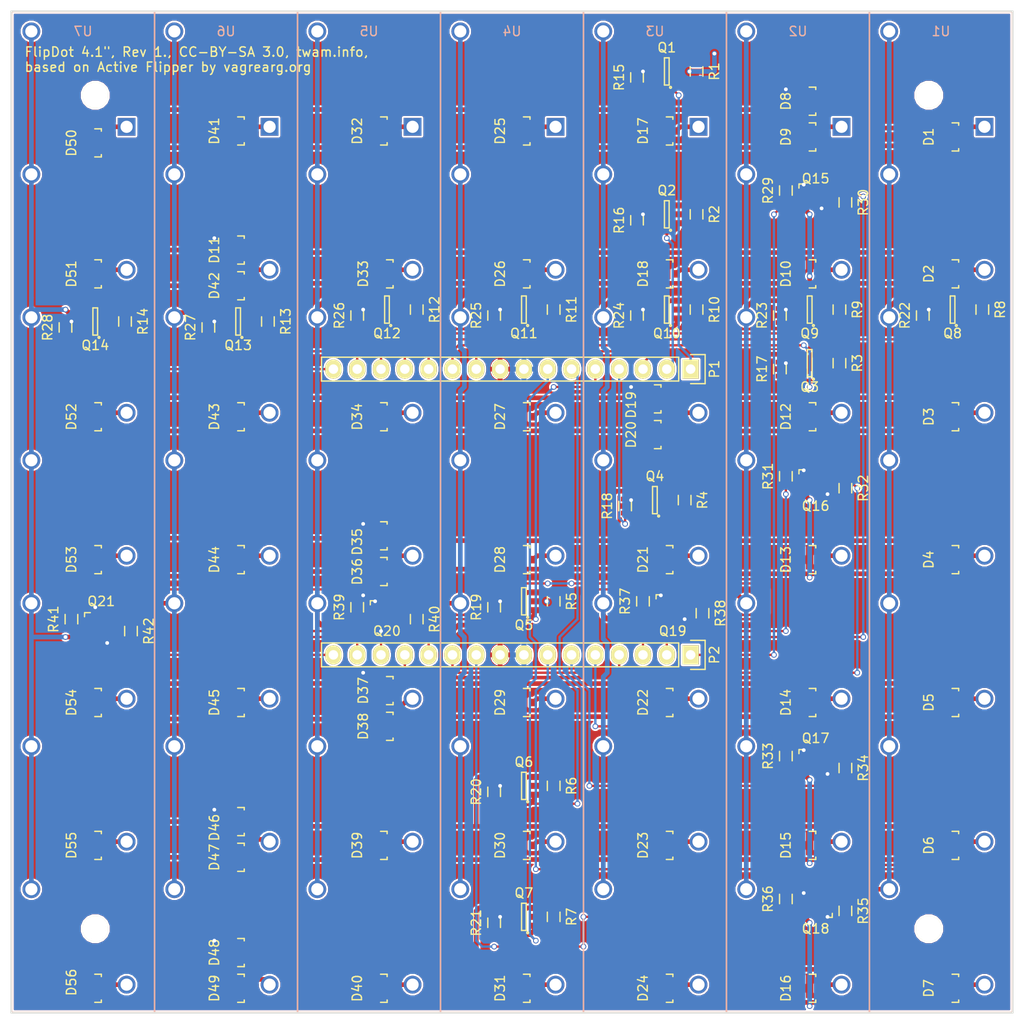
<source format=kicad_pcb>
(kicad_pcb (version 4) (host pcbnew "(2016-03-06 BZR 6610)-product")
  (title_block (title "FlipDot 4.1\"") (date 2016-04-16) (rev 1) (comment 1 "Grid Origin: 150, 100") (comment 3 "Based on Active Flipper by vagrearg.org") (comment 4 "License: CC-BY-SA 3.0"))
  (layers (0 F.Cu signal) (31 B.Cu signal) (34 B.Paste user) (35 F.Paste user) (36 B.SilkS user) (37 F.SilkS user) (38 B.Mask user) (39 F.Mask user) (44 Edge.Cuts user))
  (net 0 "")
  (net 1 GND)
  (net 2 VCC)
  (net 3 "Net-(Q1-Pad3)")
  (net 4 "Net-(Q2-Pad3)")
  (net 5 "Net-(Q3-Pad3)")
  (net 6 "Net-(Q4-Pad3)")
  (net 7 "Net-(Q5-Pad3)")
  (net 8 "Net-(Q6-Pad3)")
  (net 9 "Net-(Q7-Pad3)")
  (net 10 "Net-(Q8-Pad3)")
  (net 11 "Net-(Q9-Pad3)")
  (net 12 "Net-(Q10-Pad3)")
  (net 13 "Net-(Q11-Pad3)")
  (net 14 "Net-(Q12-Pad3)")
  (net 15 "Net-(Q13-Pad3)")
  (net 16 "Net-(Q14-Pad3)")
  (net 17 "Net-(D1-Pad3)")
  (net 18 "Net-(D2-Pad3)")
  (net 19 "Net-(D3-Pad3)")
  (net 20 "Net-(D4-Pad3)")
  (net 21 "Net-(D5-Pad3)")
  (net 22 "Net-(D6-Pad3)")
  (net 23 "Net-(D10-Pad3)")
  (net 24 "Net-(D12-Pad3)")
  (net 25 "Net-(D13-Pad3)")
  (net 26 "Net-(D14-Pad3)")
  (net 27 "Net-(D15-Pad3)")
  (net 28 "Net-(D16-Pad3)")
  (net 29 "Net-(D17-Pad3)")
  (net 30 "Net-(D18-Pad3)")
  (net 31 "Net-(D21-Pad3)")
  (net 32 "Net-(D22-Pad3)")
  (net 33 "Net-(D23-Pad3)")
  (net 34 "Net-(D24-Pad3)")
  (net 35 "Net-(D25-Pad3)")
  (net 36 "Net-(D26-Pad3)")
  (net 37 "Net-(D27-Pad3)")
  (net 38 "Net-(D28-Pad3)")
  (net 39 "Net-(D29-Pad3)")
  (net 40 "Net-(D30-Pad3)")
  (net 41 "Net-(D31-Pad3)")
  (net 42 "Net-(D32-Pad3)")
  (net 43 "Net-(D33-Pad3)")
  (net 44 "Net-(D34-Pad3)")
  (net 45 "Net-(D39-Pad3)")
  (net 46 "Net-(D40-Pad3)")
  (net 47 "Net-(D41-Pad3)")
  (net 48 "Net-(D43-Pad3)")
  (net 49 "Net-(D44-Pad3)")
  (net 50 "Net-(D45-Pad3)")
  (net 51 /CH0)
  (net 52 /CL0)
  (net 53 /CH1)
  (net 54 /CL1)
  (net 55 /CH2)
  (net 56 /CL2)
  (net 57 /CH3)
  (net 58 /CL3)
  (net 59 /CH4)
  (net 60 /CL4)
  (net 61 /CH5)
  (net 62 /CL5)
  (net 63 /CH6)
  (net 64 /CL6)
  (net 65 "Net-(D7-Pad3)")
  (net 66 "Net-(D8-Pad2)")
  (net 67 "Net-(D11-Pad2)")
  (net 68 "Net-(D19-Pad2)")
  (net 69 "Net-(D35-Pad2)")
  (net 70 "Net-(D37-Pad2)")
  (net 71 "Net-(D46-Pad2)")
  (net 72 "Net-(D48-Pad2)")
  (net 73 "Net-(D50-Pad3)")
  (net 74 "Net-(D51-Pad3)")
  (net 75 "Net-(D52-Pad3)")
  (net 76 "Net-(D53-Pad3)")
  (net 77 "Net-(D54-Pad3)")
  (net 78 "Net-(D55-Pad3)")
  (net 79 "Net-(D56-Pad3)")
  (net 80 /CHI0)
  (net 81 /CHI1)
  (net 82 /CHI2)
  (net 83 /CHI3)
  (net 84 /CHI4)
  (net 85 /CHI5)
  (net 86 /CHI6)
  (net 87 /RHI0)
  (net 88 /RHI1)
  (net 89 /RHI2)
  (net 90 /RHI3)
  (net 91 /RHI4)
  (net 92 /RHI5)
  (net 93 /RHI6)
  (net 94 /CLI0)
  (net 95 /CLI1)
  (net 96 /CLI2)
  (net 97 /CLI3)
  (net 98 /CLI4)
  (net 99 /CLI5)
  (net 100 /CLI6)
  (net 101 /RLI0)
  (net 102 /RLI1)
  (net 103 /RLI2)
  (net 104 /RLI3)
  (net 105 /RLI4)
  (net 106 /RLI5)
  (net 107 /RLI6)
  (net 108 /LS0)
  (net 109 /LS1)
  (net 110 /LS2)
  (net 111 /LS3)
  (net 112 /LS4)
  (net 113 /LS5)
  (net 114 /LS6)
  (module TO_SOT_Packages_SMD:SOT-23-6 (layer F.Cu) (at 105.55 79.68 180)
    (fp_text reference Q14 (at 0 -2.54 360) (layer F.SilkS))
    (fp_text value DMG6602SVT)
    (pad 1 smd rect (at -1.1 -0.95 180) (size 1.06 0.65) (layers F.Cu F.Paste F.Mask) (net 93 /RHI6))
    (pad 2 smd rect (at -1.1 0 180) (size 1.06 0.65) (layers F.Cu F.Paste F.Mask) (net 2 VCC))
    (pad 3 smd rect (at -1.1 0.95 180) (size 1.06 0.65) (layers F.Cu F.Paste F.Mask) (net 16 "Net-(Q14-Pad3)"))
    (pad 4 smd rect (at 1.1 0.95 180) (size 1.06 0.65) (layers F.Cu F.Paste F.Mask) (net 114 /LS6))
    (pad 6 smd rect (at 1.1 -0.95 180) (size 1.06 0.65) (layers F.Cu F.Paste F.Mask) (net 16 "Net-(Q14-Pad3)"))
    (pad 5 smd rect (at 1.1 0 180) (size 1.06 0.65) (layers F.Cu F.Paste F.Mask) (net 1 GND))
  )
  (module Mounting_Holes_Local:MountingHole_2.7mm_M2.5 (layer F.Cu) (at 194.45 144.45)
    (fp_text reference REF** hide)
    (fp_text value MountingHole_2.7mm_M2.5)
    (pad 1 np_thru_hole circle (at 0 0) (size 2.7 2.7) (drill 2.7) (layers *.Cu *.Mask F.SilkS))
  )
  (module Mounting_Holes_Local:MountingHole_2.7mm_M2.5 (layer F.Cu) (at 105.55 144.45)
    (fp_text reference REF** hide)
    (fp_text value MountingHole_2.7mm_M2.5)
    (pad 1 np_thru_hole circle (at 0 0) (size 2.7 2.7) (drill 2.7) (layers *.Cu *.Mask F.SilkS))
  )
  (module Mounting_Holes_Local:MountingHole_2.7mm_M2.5 (layer F.Cu) (at 194.45 55.55)
    (fp_text reference REF** hide)
    (fp_text value MountingHole_2.7mm_M2.5)
    (pad 1 np_thru_hole circle (at 0 0) (size 2.7 2.7) (drill 2.7) (layers *.Cu *.Mask F.SilkS))
  )
  (module Mounting_Holes_Local:MountingHole_2.7mm_M2.5 (layer F.Cu) (at 105.55 55.55)
    (fp_text reference REF** hide)
    (fp_text value MountingHole_2.7mm_M2.5)
    (pad 1 np_thru_hole circle (at 0 0) (size 2.7 2.7) (drill 2.7) (layers *.Cu *.Mask F.SilkS))
  )
  (module TO_SOT_Packages_SMD:SOT-23 (layer F.Cu) (at 196.99 59.995 270)
    (fp_text reference D1 (at 0 2.54 270) (layer F.SilkS))
    (fp_text value PMBD7000)
    (pad 1 smd rect (at -0.95 1.00076 270) (size 0.8001 0.8001) (layers F.Cu F.Paste F.Mask) (net 51 /CH0))
    (pad 2 smd rect (at 0.95 1.00076 270) (size 0.8001 0.8001) (layers F.Cu F.Paste F.Mask) (net 52 /CL0))
    (pad 3 smd rect (at 0 -0.99822 270) (size 0.8001 0.8001) (layers F.Cu F.Paste F.Mask) (net 17 "Net-(D1-Pad3)"))
  )
  (module TO_SOT_Packages_SMD:SOT-23 (layer F.Cu) (at 196.99 74.6 270)
    (fp_text reference D2 (at 0 2.54 270) (layer F.SilkS))
    (fp_text value PMBD7000)
    (pad 1 smd rect (at -0.95 1.00076 270) (size 0.8001 0.8001) (layers F.Cu F.Paste F.Mask) (net 53 /CH1))
    (pad 2 smd rect (at 0.95 1.00076 270) (size 0.8001 0.8001) (layers F.Cu F.Paste F.Mask) (net 54 /CL1))
    (pad 3 smd rect (at 0 -0.99822 270) (size 0.8001 0.8001) (layers F.Cu F.Paste F.Mask) (net 18 "Net-(D2-Pad3)"))
  )
  (module TO_SOT_Packages_SMD:SOT-23 (layer F.Cu) (at 196.99 89.84 270)
    (fp_text reference D3 (at 0 2.54 270) (layer F.SilkS))
    (fp_text value PMBD7000)
    (pad 1 smd rect (at -0.95 1.00076 270) (size 0.8001 0.8001) (layers F.Cu F.Paste F.Mask) (net 55 /CH2))
    (pad 2 smd rect (at 0.95 1.00076 270) (size 0.8001 0.8001) (layers F.Cu F.Paste F.Mask) (net 56 /CL2))
    (pad 3 smd rect (at 0 -0.99822 270) (size 0.8001 0.8001) (layers F.Cu F.Paste F.Mask) (net 19 "Net-(D3-Pad3)"))
  )
  (module TO_SOT_Packages_SMD:SOT-23 (layer F.Cu) (at 196.99 105.08 270)
    (fp_text reference D4 (at 0 2.54 270) (layer F.SilkS))
    (fp_text value PMBD7000)
    (pad 1 smd rect (at -0.95 1.00076 270) (size 0.8001 0.8001) (layers F.Cu F.Paste F.Mask) (net 57 /CH3))
    (pad 2 smd rect (at 0.95 1.00076 270) (size 0.8001 0.8001) (layers F.Cu F.Paste F.Mask) (net 58 /CL3))
    (pad 3 smd rect (at 0 -0.99822 270) (size 0.8001 0.8001) (layers F.Cu F.Paste F.Mask) (net 20 "Net-(D4-Pad3)"))
  )
  (module TO_SOT_Packages_SMD:SOT-23 (layer F.Cu) (at 196.99 120.32 270)
    (fp_text reference D5 (at 0 2.54 270) (layer F.SilkS))
    (fp_text value PMBD7000)
    (pad 1 smd rect (at -0.95 1.00076 270) (size 0.8001 0.8001) (layers F.Cu F.Paste F.Mask) (net 59 /CH4))
    (pad 2 smd rect (at 0.95 1.00076 270) (size 0.8001 0.8001) (layers F.Cu F.Paste F.Mask) (net 60 /CL4))
    (pad 3 smd rect (at 0 -0.99822 270) (size 0.8001 0.8001) (layers F.Cu F.Paste F.Mask) (net 21 "Net-(D5-Pad3)"))
  )
  (module TO_SOT_Packages_SMD:SOT-23 (layer F.Cu) (at 196.99 135.56 270)
    (fp_text reference D6 (at 0 2.54 270) (layer F.SilkS))
    (fp_text value PMBD7000)
    (pad 1 smd rect (at -0.95 1.00076 270) (size 0.8001 0.8001) (layers F.Cu F.Paste F.Mask) (net 61 /CH5))
    (pad 2 smd rect (at 0.95 1.00076 270) (size 0.8001 0.8001) (layers F.Cu F.Paste F.Mask) (net 62 /CL5))
    (pad 3 smd rect (at 0 -0.99822 270) (size 0.8001 0.8001) (layers F.Cu F.Paste F.Mask) (net 22 "Net-(D6-Pad3)"))
  )
  (module TO_SOT_Packages_SMD:SOT-23 (layer F.Cu) (at 196.99 150.8 270)
    (fp_text reference D7 (at 0 2.54 270) (layer F.SilkS))
    (fp_text value PMBD7000)
    (pad 1 smd rect (at -0.95 1.00076 270) (size 0.8001 0.8001) (layers F.Cu F.Paste F.Mask) (net 63 /CH6))
    (pad 2 smd rect (at 0.95 1.00076 270) (size 0.8001 0.8001) (layers F.Cu F.Paste F.Mask) (net 64 /CL6))
    (pad 3 smd rect (at 0 -0.99822 270) (size 0.8001 0.8001) (layers F.Cu F.Paste F.Mask) (net 65 "Net-(D7-Pad3)"))
  )
  (module TO_SOT_Packages_SMD:SOT-23 (layer F.Cu) (at 181.75 56.185 270)
    (fp_text reference D8 (at 0 2.54 270) (layer F.SilkS))
    (fp_text value PMBD7000)
    (pad 1 smd rect (at -0.95 1.00076 270) (size 0.8001 0.8001) (layers F.Cu F.Paste F.Mask) (net 1 GND))
    (pad 2 smd rect (at 0.95 1.00076 270) (size 0.8001 0.8001) (layers F.Cu F.Paste F.Mask) (net 66 "Net-(D8-Pad2)"))
    (pad 3 smd rect (at 0 -0.99822 270) (size 0.8001 0.8001) (layers F.Cu F.Paste F.Mask) (net 51 /CH0))
  )
  (module TO_SOT_Packages_SMD:SOT-23 (layer F.Cu) (at 181.75 59.995 270)
    (fp_text reference D9 (at 0 2.54 270) (layer F.SilkS))
    (fp_text value PMBD7000)
    (pad 1 smd rect (at -0.95 1.00076 270) (size 0.8001 0.8001) (layers F.Cu F.Paste F.Mask) (net 66 "Net-(D8-Pad2)"))
    (pad 2 smd rect (at 0.95 1.00076 270) (size 0.8001 0.8001) (layers F.Cu F.Paste F.Mask) (net 2 VCC))
    (pad 3 smd rect (at 0 -0.99822 270) (size 0.8001 0.8001) (layers F.Cu F.Paste F.Mask) (net 52 /CL0))
  )
  (module TO_SOT_Packages_SMD:SOT-23 (layer F.Cu) (at 181.75 74.6 270)
    (fp_text reference D10 (at 0 2.54 270) (layer F.SilkS))
    (fp_text value PMBD7000)
    (pad 1 smd rect (at -0.95 1.00076 270) (size 0.8001 0.8001) (layers F.Cu F.Paste F.Mask) (net 53 /CH1))
    (pad 2 smd rect (at 0.95 1.00076 270) (size 0.8001 0.8001) (layers F.Cu F.Paste F.Mask) (net 54 /CL1))
    (pad 3 smd rect (at 0 -0.99822 270) (size 0.8001 0.8001) (layers F.Cu F.Paste F.Mask) (net 23 "Net-(D10-Pad3)"))
  )
  (module TO_SOT_Packages_SMD:SOT-23 (layer F.Cu) (at 120.79 72.06 270)
    (fp_text reference D11 (at 0 2.54 270) (layer F.SilkS))
    (fp_text value PMBD7000)
    (pad 1 smd rect (at -0.95 1.00076 270) (size 0.8001 0.8001) (layers F.Cu F.Paste F.Mask) (net 1 GND))
    (pad 2 smd rect (at 0.95 1.00076 270) (size 0.8001 0.8001) (layers F.Cu F.Paste F.Mask) (net 67 "Net-(D11-Pad2)"))
    (pad 3 smd rect (at 0 -0.99822 270) (size 0.8001 0.8001) (layers F.Cu F.Paste F.Mask) (net 53 /CH1))
  )
  (module TO_SOT_Packages_SMD:SOT-23 (layer F.Cu) (at 181.75 89.84 270)
    (fp_text reference D12 (at 0 2.54 270) (layer F.SilkS))
    (fp_text value PMBD7000)
    (pad 1 smd rect (at -0.95 1.00076 270) (size 0.8001 0.8001) (layers F.Cu F.Paste F.Mask) (net 55 /CH2))
    (pad 2 smd rect (at 0.95 1.00076 270) (size 0.8001 0.8001) (layers F.Cu F.Paste F.Mask) (net 56 /CL2))
    (pad 3 smd rect (at 0 -0.99822 270) (size 0.8001 0.8001) (layers F.Cu F.Paste F.Mask) (net 24 "Net-(D12-Pad3)"))
  )
  (module TO_SOT_Packages_SMD:SOT-23 (layer F.Cu) (at 181.75 105.08 270)
    (fp_text reference D13 (at 0 2.54 270) (layer F.SilkS))
    (fp_text value PMBD7000)
    (pad 1 smd rect (at -0.95 1.00076 270) (size 0.8001 0.8001) (layers F.Cu F.Paste F.Mask) (net 57 /CH3))
    (pad 2 smd rect (at 0.95 1.00076 270) (size 0.8001 0.8001) (layers F.Cu F.Paste F.Mask) (net 58 /CL3))
    (pad 3 smd rect (at 0 -0.99822 270) (size 0.8001 0.8001) (layers F.Cu F.Paste F.Mask) (net 25 "Net-(D13-Pad3)"))
  )
  (module TO_SOT_Packages_SMD:SOT-23 (layer F.Cu) (at 181.75 120.32 270)
    (fp_text reference D14 (at 0 2.54 270) (layer F.SilkS))
    (fp_text value PMBD7000)
    (pad 1 smd rect (at -0.95 1.00076 270) (size 0.8001 0.8001) (layers F.Cu F.Paste F.Mask) (net 59 /CH4))
    (pad 2 smd rect (at 0.95 1.00076 270) (size 0.8001 0.8001) (layers F.Cu F.Paste F.Mask) (net 60 /CL4))
    (pad 3 smd rect (at 0 -0.99822 270) (size 0.8001 0.8001) (layers F.Cu F.Paste F.Mask) (net 26 "Net-(D14-Pad3)"))
  )
  (module TO_SOT_Packages_SMD:SOT-23 (layer F.Cu) (at 181.75 135.56 270)
    (fp_text reference D15 (at 0 2.54 270) (layer F.SilkS))
    (fp_text value PMBD7000)
    (pad 1 smd rect (at -0.95 1.00076 270) (size 0.8001 0.8001) (layers F.Cu F.Paste F.Mask) (net 61 /CH5))
    (pad 2 smd rect (at 0.95 1.00076 270) (size 0.8001 0.8001) (layers F.Cu F.Paste F.Mask) (net 62 /CL5))
    (pad 3 smd rect (at 0 -0.99822 270) (size 0.8001 0.8001) (layers F.Cu F.Paste F.Mask) (net 27 "Net-(D15-Pad3)"))
  )
  (module TO_SOT_Packages_SMD:SOT-23 (layer F.Cu) (at 181.75 150.8 270)
    (fp_text reference D16 (at 0 2.54 270) (layer F.SilkS))
    (fp_text value PMBD7000)
    (pad 1 smd rect (at -0.95 1.00076 270) (size 0.8001 0.8001) (layers F.Cu F.Paste F.Mask) (net 63 /CH6))
    (pad 2 smd rect (at 0.95 1.00076 270) (size 0.8001 0.8001) (layers F.Cu F.Paste F.Mask) (net 64 /CL6))
    (pad 3 smd rect (at 0 -0.99822 270) (size 0.8001 0.8001) (layers F.Cu F.Paste F.Mask) (net 28 "Net-(D16-Pad3)"))
  )
  (module TO_SOT_Packages_SMD:SOT-23 (layer F.Cu) (at 166.51 59.36 270)
    (fp_text reference D17 (at 0 2.54 270) (layer F.SilkS))
    (fp_text value PMBD7000)
    (pad 1 smd rect (at -0.95 1.00076 270) (size 0.8001 0.8001) (layers F.Cu F.Paste F.Mask) (net 51 /CH0))
    (pad 2 smd rect (at 0.95 1.00076 270) (size 0.8001 0.8001) (layers F.Cu F.Paste F.Mask) (net 52 /CL0))
    (pad 3 smd rect (at 0 -0.99822 270) (size 0.8001 0.8001) (layers F.Cu F.Paste F.Mask) (net 29 "Net-(D17-Pad3)"))
  )
  (module TO_SOT_Packages_SMD:SOT-23 (layer F.Cu) (at 166.51 74.6 270)
    (fp_text reference D18 (at 0 2.54 270) (layer F.SilkS))
    (fp_text value PMBD7000)
    (pad 1 smd rect (at -0.95 1.00076 270) (size 0.8001 0.8001) (layers F.Cu F.Paste F.Mask) (net 53 /CH1))
    (pad 2 smd rect (at 0.95 1.00076 270) (size 0.8001 0.8001) (layers F.Cu F.Paste F.Mask) (net 54 /CL1))
    (pad 3 smd rect (at 0 -0.99822 270) (size 0.8001 0.8001) (layers F.Cu F.Paste F.Mask) (net 30 "Net-(D18-Pad3)"))
  )
  (module TO_SOT_Packages_SMD:SOT-23 (layer F.Cu) (at 165.24 87.935 270)
    (fp_text reference D19 (at 0.635 2.54 270) (layer F.SilkS))
    (fp_text value PMBD7000)
    (pad 1 smd rect (at -0.95 1.00076 270) (size 0.8001 0.8001) (layers F.Cu F.Paste F.Mask) (net 1 GND))
    (pad 2 smd rect (at 0.95 1.00076 270) (size 0.8001 0.8001) (layers F.Cu F.Paste F.Mask) (net 68 "Net-(D19-Pad2)"))
    (pad 3 smd rect (at 0 -0.99822 270) (size 0.8001 0.8001) (layers F.Cu F.Paste F.Mask) (net 55 /CH2))
  )
  (module TO_SOT_Packages_SMD:SOT-23 (layer F.Cu) (at 165.24 91.745 270)
    (fp_text reference D20 (at 0 2.54 270) (layer F.SilkS))
    (fp_text value PMBD7000)
    (pad 1 smd rect (at -0.95 1.00076 270) (size 0.8001 0.8001) (layers F.Cu F.Paste F.Mask) (net 68 "Net-(D19-Pad2)"))
    (pad 2 smd rect (at 0.95 1.00076 270) (size 0.8001 0.8001) (layers F.Cu F.Paste F.Mask) (net 2 VCC))
    (pad 3 smd rect (at 0 -0.99822 270) (size 0.8001 0.8001) (layers F.Cu F.Paste F.Mask) (net 56 /CL2))
  )
  (module TO_SOT_Packages_SMD:SOT-23 (layer F.Cu) (at 166.51 105.08 270)
    (fp_text reference D21 (at 0 2.54 270) (layer F.SilkS))
    (fp_text value PMBD7000)
    (pad 1 smd rect (at -0.95 1.00076 270) (size 0.8001 0.8001) (layers F.Cu F.Paste F.Mask) (net 57 /CH3))
    (pad 2 smd rect (at 0.95 1.00076 270) (size 0.8001 0.8001) (layers F.Cu F.Paste F.Mask) (net 58 /CL3))
    (pad 3 smd rect (at 0 -0.99822 270) (size 0.8001 0.8001) (layers F.Cu F.Paste F.Mask) (net 31 "Net-(D21-Pad3)"))
  )
  (module TO_SOT_Packages_SMD:SOT-23 (layer F.Cu) (at 166.51 120.32 270)
    (fp_text reference D22 (at 0 2.54 270) (layer F.SilkS))
    (fp_text value PMBD7000)
    (pad 1 smd rect (at -0.95 1.00076 270) (size 0.8001 0.8001) (layers F.Cu F.Paste F.Mask) (net 59 /CH4))
    (pad 2 smd rect (at 0.95 1.00076 270) (size 0.8001 0.8001) (layers F.Cu F.Paste F.Mask) (net 60 /CL4))
    (pad 3 smd rect (at 0 -0.99822 270) (size 0.8001 0.8001) (layers F.Cu F.Paste F.Mask) (net 32 "Net-(D22-Pad3)"))
  )
  (module TO_SOT_Packages_SMD:SOT-23 (layer F.Cu) (at 166.51 135.56 270)
    (fp_text reference D23 (at 0 2.54 270) (layer F.SilkS))
    (fp_text value PMBD7000)
    (pad 1 smd rect (at -0.95 1.00076 270) (size 0.8001 0.8001) (layers F.Cu F.Paste F.Mask) (net 61 /CH5))
    (pad 2 smd rect (at 0.95 1.00076 270) (size 0.8001 0.8001) (layers F.Cu F.Paste F.Mask) (net 62 /CL5))
    (pad 3 smd rect (at 0 -0.99822 270) (size 0.8001 0.8001) (layers F.Cu F.Paste F.Mask) (net 33 "Net-(D23-Pad3)"))
  )
  (module TO_SOT_Packages_SMD:SOT-23 (layer F.Cu) (at 166.51 150.8 270)
    (fp_text reference D24 (at 0 2.54 270) (layer F.SilkS))
    (fp_text value PMBD7000)
    (pad 1 smd rect (at -0.95 1.00076 270) (size 0.8001 0.8001) (layers F.Cu F.Paste F.Mask) (net 63 /CH6))
    (pad 2 smd rect (at 0.95 1.00076 270) (size 0.8001 0.8001) (layers F.Cu F.Paste F.Mask) (net 64 /CL6))
    (pad 3 smd rect (at 0 -0.99822 270) (size 0.8001 0.8001) (layers F.Cu F.Paste F.Mask) (net 34 "Net-(D24-Pad3)"))
  )
  (module TO_SOT_Packages_SMD:SOT-23 (layer F.Cu) (at 151.27 59.36 270)
    (fp_text reference D25 (at 0 2.54 270) (layer F.SilkS))
    (fp_text value PMBD7000)
    (pad 1 smd rect (at -0.95 1.00076 270) (size 0.8001 0.8001) (layers F.Cu F.Paste F.Mask) (net 51 /CH0))
    (pad 2 smd rect (at 0.95 1.00076 270) (size 0.8001 0.8001) (layers F.Cu F.Paste F.Mask) (net 52 /CL0))
    (pad 3 smd rect (at 0 -0.99822 270) (size 0.8001 0.8001) (layers F.Cu F.Paste F.Mask) (net 35 "Net-(D25-Pad3)"))
  )
  (module TO_SOT_Packages_SMD:SOT-23 (layer F.Cu) (at 151.27 74.6 270)
    (fp_text reference D26 (at 0 2.54 270) (layer F.SilkS))
    (fp_text value PMBD7000)
    (pad 1 smd rect (at -0.95 1.00076 270) (size 0.8001 0.8001) (layers F.Cu F.Paste F.Mask) (net 53 /CH1))
    (pad 2 smd rect (at 0.95 1.00076 270) (size 0.8001 0.8001) (layers F.Cu F.Paste F.Mask) (net 54 /CL1))
    (pad 3 smd rect (at 0 -0.99822 270) (size 0.8001 0.8001) (layers F.Cu F.Paste F.Mask) (net 36 "Net-(D26-Pad3)"))
  )
  (module TO_SOT_Packages_SMD:SOT-23 (layer F.Cu) (at 151.27 89.84 270)
    (fp_text reference D27 (at 0 2.54 270) (layer F.SilkS))
    (fp_text value PMBD7000)
    (pad 1 smd rect (at -0.95 1.00076 270) (size 0.8001 0.8001) (layers F.Cu F.Paste F.Mask) (net 55 /CH2))
    (pad 2 smd rect (at 0.95 1.00076 270) (size 0.8001 0.8001) (layers F.Cu F.Paste F.Mask) (net 56 /CL2))
    (pad 3 smd rect (at 0 -0.99822 270) (size 0.8001 0.8001) (layers F.Cu F.Paste F.Mask) (net 37 "Net-(D27-Pad3)"))
  )
  (module TO_SOT_Packages_SMD:SOT-23 (layer F.Cu) (at 151.27 105.08 270)
    (fp_text reference D28 (at 0 2.54 270) (layer F.SilkS))
    (fp_text value PMBD7000)
    (pad 1 smd rect (at -0.95 1.00076 270) (size 0.8001 0.8001) (layers F.Cu F.Paste F.Mask) (net 57 /CH3))
    (pad 2 smd rect (at 0.95 1.00076 270) (size 0.8001 0.8001) (layers F.Cu F.Paste F.Mask) (net 58 /CL3))
    (pad 3 smd rect (at 0 -0.99822 270) (size 0.8001 0.8001) (layers F.Cu F.Paste F.Mask) (net 38 "Net-(D28-Pad3)"))
  )
  (module TO_SOT_Packages_SMD:SOT-23 (layer F.Cu) (at 151.27 120.32 270)
    (fp_text reference D29 (at 0 2.54 270) (layer F.SilkS))
    (fp_text value PMBD7000)
    (pad 1 smd rect (at -0.95 1.00076 270) (size 0.8001 0.8001) (layers F.Cu F.Paste F.Mask) (net 59 /CH4))
    (pad 2 smd rect (at 0.95 1.00076 270) (size 0.8001 0.8001) (layers F.Cu F.Paste F.Mask) (net 60 /CL4))
    (pad 3 smd rect (at 0 -0.99822 270) (size 0.8001 0.8001) (layers F.Cu F.Paste F.Mask) (net 39 "Net-(D29-Pad3)"))
  )
  (module TO_SOT_Packages_SMD:SOT-23 (layer F.Cu) (at 151.27 135.56 270)
    (fp_text reference D30 (at 0 2.54 270) (layer F.SilkS))
    (fp_text value PMBD7000)
    (pad 1 smd rect (at -0.95 1.00076 270) (size 0.8001 0.8001) (layers F.Cu F.Paste F.Mask) (net 61 /CH5))
    (pad 2 smd rect (at 0.95 1.00076 270) (size 0.8001 0.8001) (layers F.Cu F.Paste F.Mask) (net 62 /CL5))
    (pad 3 smd rect (at 0 -0.99822 270) (size 0.8001 0.8001) (layers F.Cu F.Paste F.Mask) (net 40 "Net-(D30-Pad3)"))
  )
  (module TO_SOT_Packages_SMD:SOT-23 (layer F.Cu) (at 151.27 150.8 270)
    (fp_text reference D31 (at 0 2.54 270) (layer F.SilkS))
    (fp_text value PMBD7000)
    (pad 1 smd rect (at -0.95 1.00076 270) (size 0.8001 0.8001) (layers F.Cu F.Paste F.Mask) (net 63 /CH6))
    (pad 2 smd rect (at 0.95 1.00076 270) (size 0.8001 0.8001) (layers F.Cu F.Paste F.Mask) (net 64 /CL6))
    (pad 3 smd rect (at 0 -0.99822 270) (size 0.8001 0.8001) (layers F.Cu F.Paste F.Mask) (net 41 "Net-(D31-Pad3)"))
  )
  (module TO_SOT_Packages_SMD:SOT-23 (layer F.Cu) (at 136.03 59.36 270)
    (fp_text reference D32 (at 0 2.54 270) (layer F.SilkS))
    (fp_text value PMBD7000)
    (pad 1 smd rect (at -0.95 1.00076 270) (size 0.8001 0.8001) (layers F.Cu F.Paste F.Mask) (net 51 /CH0))
    (pad 2 smd rect (at 0.95 1.00076 270) (size 0.8001 0.8001) (layers F.Cu F.Paste F.Mask) (net 52 /CL0))
    (pad 3 smd rect (at 0 -0.99822 270) (size 0.8001 0.8001) (layers F.Cu F.Paste F.Mask) (net 42 "Net-(D32-Pad3)"))
  )
  (module TO_SOT_Packages_SMD:SOT-23 (layer F.Cu) (at 136.665 74.6 270)
    (fp_text reference D33 (at 0 2.54 270) (layer F.SilkS))
    (fp_text value PMBD7000)
    (pad 1 smd rect (at -0.95 1.00076 270) (size 0.8001 0.8001) (layers F.Cu F.Paste F.Mask) (net 53 /CH1))
    (pad 2 smd rect (at 0.95 1.00076 270) (size 0.8001 0.8001) (layers F.Cu F.Paste F.Mask) (net 54 /CL1))
    (pad 3 smd rect (at 0 -0.99822 270) (size 0.8001 0.8001) (layers F.Cu F.Paste F.Mask) (net 43 "Net-(D33-Pad3)"))
  )
  (module TO_SOT_Packages_SMD:SOT-23 (layer F.Cu) (at 136.03 89.84 270)
    (fp_text reference D34 (at 0 2.54 270) (layer F.SilkS))
    (fp_text value PMBD7000)
    (pad 1 smd rect (at -0.95 1.00076 270) (size 0.8001 0.8001) (layers F.Cu F.Paste F.Mask) (net 55 /CH2))
    (pad 2 smd rect (at 0.95 1.00076 270) (size 0.8001 0.8001) (layers F.Cu F.Paste F.Mask) (net 56 /CL2))
    (pad 3 smd rect (at 0 -0.99822 270) (size 0.8001 0.8001) (layers F.Cu F.Paste F.Mask) (net 44 "Net-(D34-Pad3)"))
  )
  (module TO_SOT_Packages_SMD:SOT-23 (layer F.Cu) (at 136.03 102.54 270)
    (fp_text reference D35 (at 0.635 2.54 270) (layer F.SilkS))
    (fp_text value PMBD7000)
    (pad 1 smd rect (at -0.95 1.00076 270) (size 0.8001 0.8001) (layers F.Cu F.Paste F.Mask) (net 1 GND))
    (pad 2 smd rect (at 0.95 1.00076 270) (size 0.8001 0.8001) (layers F.Cu F.Paste F.Mask) (net 69 "Net-(D35-Pad2)"))
    (pad 3 smd rect (at 0 -0.99822 270) (size 0.8001 0.8001) (layers F.Cu F.Paste F.Mask) (net 57 /CH3))
  )
  (module TO_SOT_Packages_SMD:SOT-23 (layer F.Cu) (at 136.03 106.35 270)
    (fp_text reference D36 (at 0 2.54 270) (layer F.SilkS))
    (fp_text value PMBD7000)
    (pad 1 smd rect (at -0.95 1.00076 270) (size 0.8001 0.8001) (layers F.Cu F.Paste F.Mask) (net 69 "Net-(D35-Pad2)"))
    (pad 2 smd rect (at 0.95 1.00076 270) (size 0.8001 0.8001) (layers F.Cu F.Paste F.Mask) (net 2 VCC))
    (pad 3 smd rect (at 0 -0.99822 270) (size 0.8001 0.8001) (layers F.Cu F.Paste F.Mask) (net 58 /CL3))
  )
  (module TO_SOT_Packages_SMD:SOT-23 (layer F.Cu) (at 136.665 119.05 270)
    (fp_text reference D37 (at 0 2.54 270) (layer F.SilkS))
    (fp_text value PMBD7000)
    (pad 1 smd rect (at -0.95 1.00076 270) (size 0.8001 0.8001) (layers F.Cu F.Paste F.Mask) (net 1 GND))
    (pad 2 smd rect (at 0.95 1.00076 270) (size 0.8001 0.8001) (layers F.Cu F.Paste F.Mask) (net 70 "Net-(D37-Pad2)"))
    (pad 3 smd rect (at 0 -0.99822 270) (size 0.8001 0.8001) (layers F.Cu F.Paste F.Mask) (net 59 /CH4))
  )
  (module TO_SOT_Packages_SMD:SOT-23 (layer F.Cu) (at 136.665 122.86 270)
    (fp_text reference D38 (at 0 2.54 270) (layer F.SilkS))
    (fp_text value PMBD7000)
    (pad 1 smd rect (at -0.95 1.00076 270) (size 0.8001 0.8001) (layers F.Cu F.Paste F.Mask) (net 70 "Net-(D37-Pad2)"))
    (pad 2 smd rect (at 0.95 1.00076 270) (size 0.8001 0.8001) (layers F.Cu F.Paste F.Mask) (net 2 VCC))
    (pad 3 smd rect (at 0 -0.99822 270) (size 0.8001 0.8001) (layers F.Cu F.Paste F.Mask) (net 60 /CL4))
  )
  (module TO_SOT_Packages_SMD:SOT-23 (layer F.Cu) (at 136.03 135.56 270)
    (fp_text reference D39 (at 0 2.54 270) (layer F.SilkS))
    (fp_text value PMBD7000)
    (pad 1 smd rect (at -0.95 1.00076 270) (size 0.8001 0.8001) (layers F.Cu F.Paste F.Mask) (net 61 /CH5))
    (pad 2 smd rect (at 0.95 1.00076 270) (size 0.8001 0.8001) (layers F.Cu F.Paste F.Mask) (net 62 /CL5))
    (pad 3 smd rect (at 0 -0.99822 270) (size 0.8001 0.8001) (layers F.Cu F.Paste F.Mask) (net 45 "Net-(D39-Pad3)"))
  )
  (module TO_SOT_Packages_SMD:SOT-23 (layer F.Cu) (at 136.03 150.8 270)
    (fp_text reference D40 (at 0 2.54 270) (layer F.SilkS))
    (fp_text value PMBD7000)
    (pad 1 smd rect (at -0.95 1.00076 270) (size 0.8001 0.8001) (layers F.Cu F.Paste F.Mask) (net 63 /CH6))
    (pad 2 smd rect (at 0.95 1.00076 270) (size 0.8001 0.8001) (layers F.Cu F.Paste F.Mask) (net 64 /CL6))
    (pad 3 smd rect (at 0 -0.99822 270) (size 0.8001 0.8001) (layers F.Cu F.Paste F.Mask) (net 46 "Net-(D40-Pad3)"))
  )
  (module TO_SOT_Packages_SMD:SOT-23 (layer F.Cu) (at 120.79 59.36 270)
    (fp_text reference D41 (at 0 2.54 270) (layer F.SilkS))
    (fp_text value PMBD7000)
    (pad 1 smd rect (at -0.95 1.00076 270) (size 0.8001 0.8001) (layers F.Cu F.Paste F.Mask) (net 51 /CH0))
    (pad 2 smd rect (at 0.95 1.00076 270) (size 0.8001 0.8001) (layers F.Cu F.Paste F.Mask) (net 52 /CL0))
    (pad 3 smd rect (at 0 -0.99822 270) (size 0.8001 0.8001) (layers F.Cu F.Paste F.Mask) (net 47 "Net-(D41-Pad3)"))
  )
  (module TO_SOT_Packages_SMD:SOT-23 (layer F.Cu) (at 120.79 75.87 270)
    (fp_text reference D42 (at 0 2.54 270) (layer F.SilkS))
    (fp_text value PMBD7000)
    (pad 1 smd rect (at -0.95 1.00076 270) (size 0.8001 0.8001) (layers F.Cu F.Paste F.Mask) (net 67 "Net-(D11-Pad2)"))
    (pad 2 smd rect (at 0.95 1.00076 270) (size 0.8001 0.8001) (layers F.Cu F.Paste F.Mask) (net 2 VCC))
    (pad 3 smd rect (at 0 -0.99822 270) (size 0.8001 0.8001) (layers F.Cu F.Paste F.Mask) (net 54 /CL1))
  )
  (module TO_SOT_Packages_SMD:SOT-23 (layer F.Cu) (at 120.79 89.84 270)
    (fp_text reference D43 (at 0 2.54 270) (layer F.SilkS))
    (fp_text value PMBD7000)
    (pad 1 smd rect (at -0.95 1.00076 270) (size 0.8001 0.8001) (layers F.Cu F.Paste F.Mask) (net 55 /CH2))
    (pad 2 smd rect (at 0.95 1.00076 270) (size 0.8001 0.8001) (layers F.Cu F.Paste F.Mask) (net 56 /CL2))
    (pad 3 smd rect (at 0 -0.99822 270) (size 0.8001 0.8001) (layers F.Cu F.Paste F.Mask) (net 48 "Net-(D43-Pad3)"))
  )
  (module TO_SOT_Packages_SMD:SOT-23 (layer F.Cu) (at 120.79 105.08 270)
    (fp_text reference D44 (at 0 2.54 270) (layer F.SilkS))
    (fp_text value PMBD7000)
    (pad 1 smd rect (at -0.95 1.00076 270) (size 0.8001 0.8001) (layers F.Cu F.Paste F.Mask) (net 57 /CH3))
    (pad 2 smd rect (at 0.95 1.00076 270) (size 0.8001 0.8001) (layers F.Cu F.Paste F.Mask) (net 58 /CL3))
    (pad 3 smd rect (at 0 -0.99822 270) (size 0.8001 0.8001) (layers F.Cu F.Paste F.Mask) (net 49 "Net-(D44-Pad3)"))
  )
  (module TO_SOT_Packages_SMD:SOT-23 (layer F.Cu) (at 120.79 120.32 270)
    (fp_text reference D45 (at 0 2.54 270) (layer F.SilkS))
    (fp_text value PMBD7000)
    (pad 1 smd rect (at -0.95 1.00076 270) (size 0.8001 0.8001) (layers F.Cu F.Paste F.Mask) (net 59 /CH4))
    (pad 2 smd rect (at 0.95 1.00076 270) (size 0.8001 0.8001) (layers F.Cu F.Paste F.Mask) (net 60 /CL4))
    (pad 3 smd rect (at 0 -0.99822 270) (size 0.8001 0.8001) (layers F.Cu F.Paste F.Mask) (net 50 "Net-(D45-Pad3)"))
  )
  (module TO_SOT_Packages_SMD:SOT-23 (layer F.Cu) (at 120.79 133.02 270)
    (fp_text reference D46 (at 0.635 2.54 270) (layer F.SilkS))
    (fp_text value PMBD7000)
    (pad 1 smd rect (at -0.95 1.00076 270) (size 0.8001 0.8001) (layers F.Cu F.Paste F.Mask) (net 1 GND))
    (pad 2 smd rect (at 0.95 1.00076 270) (size 0.8001 0.8001) (layers F.Cu F.Paste F.Mask) (net 71 "Net-(D46-Pad2)"))
    (pad 3 smd rect (at 0 -0.99822 270) (size 0.8001 0.8001) (layers F.Cu F.Paste F.Mask) (net 61 /CH5))
  )
  (module TO_SOT_Packages_SMD:SOT-23 (layer F.Cu) (at 120.79 136.83 270)
    (fp_text reference D47 (at 0 2.54 270) (layer F.SilkS))
    (fp_text value PMBD7000)
    (pad 1 smd rect (at -0.95 1.00076 270) (size 0.8001 0.8001) (layers F.Cu F.Paste F.Mask) (net 71 "Net-(D46-Pad2)"))
    (pad 2 smd rect (at 0.95 1.00076 270) (size 0.8001 0.8001) (layers F.Cu F.Paste F.Mask) (net 2 VCC))
    (pad 3 smd rect (at 0 -0.99822 270) (size 0.8001 0.8001) (layers F.Cu F.Paste F.Mask) (net 62 /CL5))
  )
  (module TO_SOT_Packages_SMD:SOT-23 (layer F.Cu) (at 120.79 146.99 270)
    (fp_text reference D48 (at 0 2.54 270) (layer F.SilkS))
    (fp_text value PMBD7000)
    (pad 1 smd rect (at -0.95 1.00076 270) (size 0.8001 0.8001) (layers F.Cu F.Paste F.Mask) (net 1 GND))
    (pad 2 smd rect (at 0.95 1.00076 270) (size 0.8001 0.8001) (layers F.Cu F.Paste F.Mask) (net 72 "Net-(D48-Pad2)"))
    (pad 3 smd rect (at 0 -0.99822 270) (size 0.8001 0.8001) (layers F.Cu F.Paste F.Mask) (net 63 /CH6))
  )
  (module TO_SOT_Packages_SMD:SOT-23 (layer F.Cu) (at 120.79 150.8 270)
    (fp_text reference D49 (at 0 2.54 270) (layer F.SilkS))
    (fp_text value PMBD7000)
    (pad 1 smd rect (at -0.95 1.00076 270) (size 0.8001 0.8001) (layers F.Cu F.Paste F.Mask) (net 72 "Net-(D48-Pad2)"))
    (pad 2 smd rect (at 0.95 1.00076 270) (size 0.8001 0.8001) (layers F.Cu F.Paste F.Mask) (net 2 VCC))
    (pad 3 smd rect (at 0 -0.99822 270) (size 0.8001 0.8001) (layers F.Cu F.Paste F.Mask) (net 64 /CL6))
  )
  (module TO_SOT_Packages_SMD:SOT-23 (layer F.Cu) (at 105.55 60.63 270)
    (fp_text reference D50 (at 0 2.54 270) (layer F.SilkS))
    (fp_text value PMBD7000)
    (pad 1 smd rect (at -0.95 1.00076 270) (size 0.8001 0.8001) (layers F.Cu F.Paste F.Mask) (net 51 /CH0))
    (pad 2 smd rect (at 0.95 1.00076 270) (size 0.8001 0.8001) (layers F.Cu F.Paste F.Mask) (net 52 /CL0))
    (pad 3 smd rect (at 0 -0.99822 270) (size 0.8001 0.8001) (layers F.Cu F.Paste F.Mask) (net 73 "Net-(D50-Pad3)"))
  )
  (module TO_SOT_Packages_SMD:SOT-23-6 (layer F.Cu) (at 166.51 53.01 180)
    (fp_text reference Q1 (at 0 2.54 360) (layer F.SilkS))
    (fp_text value DMG6602SVT)
    (pad 1 smd rect (at -1.1 -0.95 180) (size 1.06 0.65) (layers F.Cu F.Paste F.Mask) (net 80 /CHI0))
    (pad 2 smd rect (at -1.1 0 180) (size 1.06 0.65) (layers F.Cu F.Paste F.Mask) (net 2 VCC))
    (pad 3 smd rect (at -1.1 0.95 180) (size 1.06 0.65) (layers F.Cu F.Paste F.Mask) (net 3 "Net-(Q1-Pad3)"))
    (pad 4 smd rect (at 1.1 0.95 180) (size 1.06 0.65) (layers F.Cu F.Paste F.Mask) (net 51 /CH0))
    (pad 6 smd rect (at 1.1 -0.95 180) (size 1.06 0.65) (layers F.Cu F.Paste F.Mask) (net 3 "Net-(Q1-Pad3)"))
    (pad 5 smd rect (at 1.1 0 180) (size 1.06 0.65) (layers F.Cu F.Paste F.Mask) (net 1 GND))
  )
  (module TO_SOT_Packages_SMD:SOT-23-6 (layer F.Cu) (at 166.51 68.25 180)
    (fp_text reference Q2 (at 0 2.54 360) (layer F.SilkS))
    (fp_text value DMG6602SVT)
    (pad 1 smd rect (at -1.1 -0.95 180) (size 1.06 0.65) (layers F.Cu F.Paste F.Mask) (net 81 /CHI1))
    (pad 2 smd rect (at -1.1 0 180) (size 1.06 0.65) (layers F.Cu F.Paste F.Mask) (net 2 VCC))
    (pad 3 smd rect (at -1.1 0.95 180) (size 1.06 0.65) (layers F.Cu F.Paste F.Mask) (net 4 "Net-(Q2-Pad3)"))
    (pad 4 smd rect (at 1.1 0.95 180) (size 1.06 0.65) (layers F.Cu F.Paste F.Mask) (net 53 /CH1))
    (pad 6 smd rect (at 1.1 -0.95 180) (size 1.06 0.65) (layers F.Cu F.Paste F.Mask) (net 4 "Net-(Q2-Pad3)"))
    (pad 5 smd rect (at 1.1 0 180) (size 1.06 0.65) (layers F.Cu F.Paste F.Mask) (net 1 GND))
  )
  (module TO_SOT_Packages_SMD:SOT-23-6 (layer F.Cu) (at 181.75 84.125 180)
    (fp_text reference Q3 (at 0 -2.54 180) (layer F.SilkS))
    (fp_text value DMG6602SVT)
    (pad 1 smd rect (at -1.1 -0.95 180) (size 1.06 0.65) (layers F.Cu F.Paste F.Mask) (net 82 /CHI2))
    (pad 2 smd rect (at -1.1 0 180) (size 1.06 0.65) (layers F.Cu F.Paste F.Mask) (net 2 VCC))
    (pad 3 smd rect (at -1.1 0.95 180) (size 1.06 0.65) (layers F.Cu F.Paste F.Mask) (net 5 "Net-(Q3-Pad3)"))
    (pad 4 smd rect (at 1.1 0.95 180) (size 1.06 0.65) (layers F.Cu F.Paste F.Mask) (net 55 /CH2))
    (pad 6 smd rect (at 1.1 -0.95 180) (size 1.06 0.65) (layers F.Cu F.Paste F.Mask) (net 5 "Net-(Q3-Pad3)"))
    (pad 5 smd rect (at 1.1 0 180) (size 1.06 0.65) (layers F.Cu F.Paste F.Mask) (net 1 GND))
  )
  (module TO_SOT_Packages_SMD:SOT-23-6 (layer F.Cu) (at 165.24 98.73 180)
    (fp_text reference Q4 (at 0 2.54 360) (layer F.SilkS))
    (fp_text value DMG6602SVT)
    (pad 1 smd rect (at -1.1 -0.95 180) (size 1.06 0.65) (layers F.Cu F.Paste F.Mask) (net 83 /CHI3))
    (pad 2 smd rect (at -1.1 0 180) (size 1.06 0.65) (layers F.Cu F.Paste F.Mask) (net 2 VCC))
    (pad 3 smd rect (at -1.1 0.95 180) (size 1.06 0.65) (layers F.Cu F.Paste F.Mask) (net 6 "Net-(Q4-Pad3)"))
    (pad 4 smd rect (at 1.1 0.95 180) (size 1.06 0.65) (layers F.Cu F.Paste F.Mask) (net 57 /CH3))
    (pad 6 smd rect (at 1.1 -0.95 180) (size 1.06 0.65) (layers F.Cu F.Paste F.Mask) (net 6 "Net-(Q4-Pad3)"))
    (pad 5 smd rect (at 1.1 0 180) (size 1.06 0.65) (layers F.Cu F.Paste F.Mask) (net 1 GND))
  )
  (module TO_SOT_Packages_SMD:SOT-23-6 (layer F.Cu) (at 151.27 109.525 180)
    (fp_text reference Q5 (at 0 -2.54 360) (layer F.SilkS))
    (fp_text value DMG6602SVT)
    (pad 1 smd rect (at -1.1 -0.95 180) (size 1.06 0.65) (layers F.Cu F.Paste F.Mask) (net 84 /CHI4))
    (pad 2 smd rect (at -1.1 0 180) (size 1.06 0.65) (layers F.Cu F.Paste F.Mask) (net 2 VCC))
    (pad 3 smd rect (at -1.1 0.95 180) (size 1.06 0.65) (layers F.Cu F.Paste F.Mask) (net 7 "Net-(Q5-Pad3)"))
    (pad 4 smd rect (at 1.1 0.95 180) (size 1.06 0.65) (layers F.Cu F.Paste F.Mask) (net 59 /CH4))
    (pad 6 smd rect (at 1.1 -0.95 180) (size 1.06 0.65) (layers F.Cu F.Paste F.Mask) (net 7 "Net-(Q5-Pad3)"))
    (pad 5 smd rect (at 1.1 0 180) (size 1.06 0.65) (layers F.Cu F.Paste F.Mask) (net 1 GND))
  )
  (module TO_SOT_Packages_SMD:SOT-23-6 (layer F.Cu) (at 151.27 129.21 180)
    (fp_text reference Q6 (at 0 2.54 360) (layer F.SilkS))
    (fp_text value DMG6602SVT)
    (pad 1 smd rect (at -1.1 -0.95 180) (size 1.06 0.65) (layers F.Cu F.Paste F.Mask) (net 85 /CHI5))
    (pad 2 smd rect (at -1.1 0 180) (size 1.06 0.65) (layers F.Cu F.Paste F.Mask) (net 2 VCC))
    (pad 3 smd rect (at -1.1 0.95 180) (size 1.06 0.65) (layers F.Cu F.Paste F.Mask) (net 8 "Net-(Q6-Pad3)"))
    (pad 4 smd rect (at 1.1 0.95 180) (size 1.06 0.65) (layers F.Cu F.Paste F.Mask) (net 61 /CH5))
    (pad 6 smd rect (at 1.1 -0.95 180) (size 1.06 0.65) (layers F.Cu F.Paste F.Mask) (net 8 "Net-(Q6-Pad3)"))
    (pad 5 smd rect (at 1.1 0 180) (size 1.06 0.65) (layers F.Cu F.Paste F.Mask) (net 1 GND))
  )
  (module TO_SOT_Packages_SMD:SOT-23-6 (layer F.Cu) (at 151.27 143.18 180)
    (fp_text reference Q7 (at 0 2.54 360) (layer F.SilkS))
    (fp_text value DMG6602SVT)
    (pad 1 smd rect (at -1.1 -0.95 180) (size 1.06 0.65) (layers F.Cu F.Paste F.Mask) (net 86 /CHI6))
    (pad 2 smd rect (at -1.1 0 180) (size 1.06 0.65) (layers F.Cu F.Paste F.Mask) (net 2 VCC))
    (pad 3 smd rect (at -1.1 0.95 180) (size 1.06 0.65) (layers F.Cu F.Paste F.Mask) (net 9 "Net-(Q7-Pad3)"))
    (pad 4 smd rect (at 1.1 0.95 180) (size 1.06 0.65) (layers F.Cu F.Paste F.Mask) (net 63 /CH6))
    (pad 6 smd rect (at 1.1 -0.95 180) (size 1.06 0.65) (layers F.Cu F.Paste F.Mask) (net 9 "Net-(Q7-Pad3)"))
    (pad 5 smd rect (at 1.1 0 180) (size 1.06 0.65) (layers F.Cu F.Paste F.Mask) (net 1 GND))
  )
  (module TO_SOT_Packages_SMD:SOT-23-6 (layer F.Cu) (at 196.99 78.41 180)
    (fp_text reference Q8 (at 0 -2.54 360) (layer F.SilkS))
    (fp_text value DMG6602SVT)
    (pad 1 smd rect (at -1.1 -0.95 180) (size 1.06 0.65) (layers F.Cu F.Paste F.Mask) (net 87 /RHI0))
    (pad 2 smd rect (at -1.1 0 180) (size 1.06 0.65) (layers F.Cu F.Paste F.Mask) (net 2 VCC))
    (pad 3 smd rect (at -1.1 0.95 180) (size 1.06 0.65) (layers F.Cu F.Paste F.Mask) (net 10 "Net-(Q8-Pad3)"))
    (pad 4 smd rect (at 1.1 0.95 180) (size 1.06 0.65) (layers F.Cu F.Paste F.Mask) (net 108 /LS0))
    (pad 6 smd rect (at 1.1 -0.95 180) (size 1.06 0.65) (layers F.Cu F.Paste F.Mask) (net 10 "Net-(Q8-Pad3)"))
    (pad 5 smd rect (at 1.1 0 180) (size 1.06 0.65) (layers F.Cu F.Paste F.Mask) (net 1 GND))
  )
  (module TO_SOT_Packages_SMD:SOT-23-6 (layer F.Cu) (at 181.75 78.41 180)
    (fp_text reference Q9 (at 0 -2.54 360) (layer F.SilkS))
    (fp_text value DMG6602SVT)
    (pad 1 smd rect (at -1.1 -0.95 180) (size 1.06 0.65) (layers F.Cu F.Paste F.Mask) (net 88 /RHI1))
    (pad 2 smd rect (at -1.1 0 180) (size 1.06 0.65) (layers F.Cu F.Paste F.Mask) (net 2 VCC))
    (pad 3 smd rect (at -1.1 0.95 180) (size 1.06 0.65) (layers F.Cu F.Paste F.Mask) (net 11 "Net-(Q9-Pad3)"))
    (pad 4 smd rect (at 1.1 0.95 180) (size 1.06 0.65) (layers F.Cu F.Paste F.Mask) (net 109 /LS1))
    (pad 6 smd rect (at 1.1 -0.95 180) (size 1.06 0.65) (layers F.Cu F.Paste F.Mask) (net 11 "Net-(Q9-Pad3)"))
    (pad 5 smd rect (at 1.1 0 180) (size 1.06 0.65) (layers F.Cu F.Paste F.Mask) (net 1 GND))
  )
  (module TO_SOT_Packages_SMD:SOT-23-6 (layer F.Cu) (at 166.51 78.41 180)
    (fp_text reference Q10 (at 0 -2.54 360) (layer F.SilkS))
    (fp_text value DMG6602SVT)
    (pad 1 smd rect (at -1.1 -0.95 180) (size 1.06 0.65) (layers F.Cu F.Paste F.Mask) (net 89 /RHI2))
    (pad 2 smd rect (at -1.1 0 180) (size 1.06 0.65) (layers F.Cu F.Paste F.Mask) (net 2 VCC))
    (pad 3 smd rect (at -1.1 0.95 180) (size 1.06 0.65) (layers F.Cu F.Paste F.Mask) (net 12 "Net-(Q10-Pad3)"))
    (pad 4 smd rect (at 1.1 0.95 180) (size 1.06 0.65) (layers F.Cu F.Paste F.Mask) (net 110 /LS2))
    (pad 6 smd rect (at 1.1 -0.95 180) (size 1.06 0.65) (layers F.Cu F.Paste F.Mask) (net 12 "Net-(Q10-Pad3)"))
    (pad 5 smd rect (at 1.1 0 180) (size 1.06 0.65) (layers F.Cu F.Paste F.Mask) (net 1 GND))
  )
  (module TO_SOT_Packages_SMD:SOT-23-6 (layer F.Cu) (at 151.27 78.41 180)
    (fp_text reference Q11 (at 0 -2.54 360) (layer F.SilkS))
    (fp_text value DMG6602SVT)
    (pad 1 smd rect (at -1.1 -0.95 180) (size 1.06 0.65) (layers F.Cu F.Paste F.Mask) (net 90 /RHI3))
    (pad 2 smd rect (at -1.1 0 180) (size 1.06 0.65) (layers F.Cu F.Paste F.Mask) (net 2 VCC))
    (pad 3 smd rect (at -1.1 0.95 180) (size 1.06 0.65) (layers F.Cu F.Paste F.Mask) (net 13 "Net-(Q11-Pad3)"))
    (pad 4 smd rect (at 1.1 0.95 180) (size 1.06 0.65) (layers F.Cu F.Paste F.Mask) (net 111 /LS3))
    (pad 6 smd rect (at 1.1 -0.95 180) (size 1.06 0.65) (layers F.Cu F.Paste F.Mask) (net 13 "Net-(Q11-Pad3)"))
    (pad 5 smd rect (at 1.1 0 180) (size 1.06 0.65) (layers F.Cu F.Paste F.Mask) (net 1 GND))
  )
  (module TO_SOT_Packages_SMD:SOT-23-6 (layer F.Cu) (at 136.665 78.41 180)
    (fp_text reference Q12 (at 0 -2.54 360) (layer F.SilkS))
    (fp_text value DMG6602SVT)
    (pad 1 smd rect (at -1.1 -0.95 180) (size 1.06 0.65) (layers F.Cu F.Paste F.Mask) (net 91 /RHI4))
    (pad 2 smd rect (at -1.1 0 180) (size 1.06 0.65) (layers F.Cu F.Paste F.Mask) (net 2 VCC))
    (pad 3 smd rect (at -1.1 0.95 180) (size 1.06 0.65) (layers F.Cu F.Paste F.Mask) (net 14 "Net-(Q12-Pad3)"))
    (pad 4 smd rect (at 1.1 0.95 180) (size 1.06 0.65) (layers F.Cu F.Paste F.Mask) (net 112 /LS4))
    (pad 6 smd rect (at 1.1 -0.95 180) (size 1.06 0.65) (layers F.Cu F.Paste F.Mask) (net 14 "Net-(Q12-Pad3)"))
    (pad 5 smd rect (at 1.1 0 180) (size 1.06 0.65) (layers F.Cu F.Paste F.Mask) (net 1 GND))
  )
  (module TO_SOT_Packages_SMD:SOT-23-6 (layer F.Cu) (at 120.79 79.68 180)
    (fp_text reference Q13 (at 0 -2.54 360) (layer F.SilkS))
    (fp_text value DMG6602SVT)
    (pad 1 smd rect (at -1.1 -0.95 180) (size 1.06 0.65) (layers F.Cu F.Paste F.Mask) (net 92 /RHI5))
    (pad 2 smd rect (at -1.1 0 180) (size 1.06 0.65) (layers F.Cu F.Paste F.Mask) (net 2 VCC))
    (pad 3 smd rect (at -1.1 0.95 180) (size 1.06 0.65) (layers F.Cu F.Paste F.Mask) (net 15 "Net-(Q13-Pad3)"))
    (pad 4 smd rect (at 1.1 0.95 180) (size 1.06 0.65) (layers F.Cu F.Paste F.Mask) (net 113 /LS5))
    (pad 6 smd rect (at 1.1 -0.95 180) (size 1.06 0.65) (layers F.Cu F.Paste F.Mask) (net 15 "Net-(Q13-Pad3)"))
    (pad 5 smd rect (at 1.1 0 180) (size 1.06 0.65) (layers F.Cu F.Paste F.Mask) (net 1 GND))
  )
  (module TO_SOT_Packages_SMD:SC-70-6 (layer F.Cu) (at 182.385 66.345 270)
    (fp_text reference Q15 (at -1.905 0 360) (layer F.SilkS))
    (fp_text value DMN3190LDW)
    (pad 1 smd rect (at -0.65024 0.94996 270) (size 0.39878 0.7493) (layers F.Cu F.Paste F.Mask) (net 1 GND))
    (pad 2 smd rect (at 0 0.94996 270) (size 0.39878 0.7493) (layers F.Cu F.Paste F.Mask) (net 94 /CLI0))
    (pad 3 smd rect (at 0.65024 0.94996 270) (size 0.39878 0.7493) (layers F.Cu F.Paste F.Mask) (net 54 /CL1))
    (pad 4 smd rect (at 0.65024 -0.94996 270) (size 0.39878 0.7493) (layers F.Cu F.Paste F.Mask) (net 1 GND))
    (pad 5 smd rect (at 0 -0.94996 270) (size 0.39878 0.7493) (layers F.Cu F.Paste F.Mask) (net 95 /CLI1))
    (pad 6 smd rect (at -0.65024 -0.94996 270) (size 0.39878 0.7493) (layers F.Cu F.Paste F.Mask) (net 52 /CL0))
  )
  (module TO_SOT_Packages_SMD:SC-70-6 (layer F.Cu) (at 182.385 96.825 270)
    (fp_text reference Q16 (at 2.54 0 360) (layer F.SilkS))
    (fp_text value DMN3190LDW)
    (pad 1 smd rect (at -0.65024 0.94996 270) (size 0.39878 0.7493) (layers F.Cu F.Paste F.Mask) (net 1 GND))
    (pad 2 smd rect (at 0 0.94996 270) (size 0.39878 0.7493) (layers F.Cu F.Paste F.Mask) (net 96 /CLI2))
    (pad 3 smd rect (at 0.65024 0.94996 270) (size 0.39878 0.7493) (layers F.Cu F.Paste F.Mask) (net 58 /CL3))
    (pad 4 smd rect (at 0.65024 -0.94996 270) (size 0.39878 0.7493) (layers F.Cu F.Paste F.Mask) (net 1 GND))
    (pad 5 smd rect (at 0 -0.94996 270) (size 0.39878 0.7493) (layers F.Cu F.Paste F.Mask) (net 97 /CLI3))
    (pad 6 smd rect (at -0.65024 -0.94996 270) (size 0.39878 0.7493) (layers F.Cu F.Paste F.Mask) (net 56 /CL2))
  )
  (module TO_SOT_Packages_SMD:SC-70-6 (layer F.Cu) (at 182.385 126.67 270)
    (fp_text reference Q17 (at -2.54 0 360) (layer F.SilkS))
    (fp_text value DMN3190LDW)
    (pad 1 smd rect (at -0.65024 0.94996 270) (size 0.39878 0.7493) (layers F.Cu F.Paste F.Mask) (net 1 GND))
    (pad 2 smd rect (at 0 0.94996 270) (size 0.39878 0.7493) (layers F.Cu F.Paste F.Mask) (net 98 /CLI4))
    (pad 3 smd rect (at 0.65024 0.94996 270) (size 0.39878 0.7493) (layers F.Cu F.Paste F.Mask) (net 62 /CL5))
    (pad 4 smd rect (at 0.65024 -0.94996 270) (size 0.39878 0.7493) (layers F.Cu F.Paste F.Mask) (net 1 GND))
    (pad 5 smd rect (at 0 -0.94996 270) (size 0.39878 0.7493) (layers F.Cu F.Paste F.Mask) (net 99 /CLI5))
    (pad 6 smd rect (at -0.65024 -0.94996 270) (size 0.39878 0.7493) (layers F.Cu F.Paste F.Mask) (net 60 /CL4))
  )
  (module TO_SOT_Packages_SMD:SC-70-6 (layer F.Cu) (at 182.385 141.91 90)
    (fp_text reference Q18 (at -2.54 0 180) (layer F.SilkS))
    (fp_text value DMN3190LDW)
    (pad 1 smd rect (at -0.65024 0.94996 90) (size 0.39878 0.7493) (layers F.Cu F.Paste F.Mask) (net 1 GND))
    (pad 2 smd rect (at 0 0.94996 90) (size 0.39878 0.7493) (layers F.Cu F.Paste F.Mask) (net 100 /CLI6))
    (pad 3 smd rect (at 0.65024 0.94996 90) (size 0.39878 0.7493) (layers F.Cu F.Paste F.Mask) (net 108 /LS0))
    (pad 4 smd rect (at 0.65024 -0.94996 90) (size 0.39878 0.7493) (layers F.Cu F.Paste F.Mask) (net 1 GND))
    (pad 5 smd rect (at 0 -0.94996 90) (size 0.39878 0.7493) (layers F.Cu F.Paste F.Mask) (net 101 /RLI0))
    (pad 6 smd rect (at -0.65024 -0.94996 90) (size 0.39878 0.7493) (layers F.Cu F.Paste F.Mask) (net 64 /CL6))
  )
  (module TO_SOT_Packages_SMD:SC-70-6 (layer F.Cu) (at 167.145 110.16 270)
    (fp_text reference Q19 (at 2.54 0 360) (layer F.SilkS))
    (fp_text value DMN3190LDW)
    (pad 1 smd rect (at -0.65024 0.94996 270) (size 0.39878 0.7493) (layers F.Cu F.Paste F.Mask) (net 1 GND))
    (pad 2 smd rect (at 0 0.94996 270) (size 0.39878 0.7493) (layers F.Cu F.Paste F.Mask) (net 102 /RLI1))
    (pad 3 smd rect (at 0.65024 0.94996 270) (size 0.39878 0.7493) (layers F.Cu F.Paste F.Mask) (net 110 /LS2))
    (pad 4 smd rect (at 0.65024 -0.94996 270) (size 0.39878 0.7493) (layers F.Cu F.Paste F.Mask) (net 1 GND))
    (pad 5 smd rect (at 0 -0.94996 270) (size 0.39878 0.7493) (layers F.Cu F.Paste F.Mask) (net 103 /RLI2))
    (pad 6 smd rect (at -0.65024 -0.94996 270) (size 0.39878 0.7493) (layers F.Cu F.Paste F.Mask) (net 109 /LS1))
  )
  (module TO_SOT_Packages_SMD:SC-70-6 (layer F.Cu) (at 136.665 110.795 270)
    (fp_text reference Q20 (at 1.905 0 360) (layer F.SilkS))
    (fp_text value DMN3190LDW)
    (pad 1 smd rect (at -0.65024 0.94996 270) (size 0.39878 0.7493) (layers F.Cu F.Paste F.Mask) (net 1 GND))
    (pad 2 smd rect (at 0 0.94996 270) (size 0.39878 0.7493) (layers F.Cu F.Paste F.Mask) (net 104 /RLI3))
    (pad 3 smd rect (at 0.65024 0.94996 270) (size 0.39878 0.7493) (layers F.Cu F.Paste F.Mask) (net 112 /LS4))
    (pad 4 smd rect (at 0.65024 -0.94996 270) (size 0.39878 0.7493) (layers F.Cu F.Paste F.Mask) (net 1 GND))
    (pad 5 smd rect (at 0 -0.94996 270) (size 0.39878 0.7493) (layers F.Cu F.Paste F.Mask) (net 105 /RLI4))
    (pad 6 smd rect (at -0.65024 -0.94996 270) (size 0.39878 0.7493) (layers F.Cu F.Paste F.Mask) (net 111 /LS3))
  )
  (module TO_SOT_Packages_SMD:SC-70-6 (layer F.Cu) (at 106.185 112.065 270)
    (fp_text reference Q21 (at -2.54 0 360) (layer F.SilkS))
    (fp_text value DMN3190LDW)
    (pad 1 smd rect (at -0.65024 0.94996 270) (size 0.39878 0.7493) (layers F.Cu F.Paste F.Mask) (net 1 GND))
    (pad 2 smd rect (at 0 0.94996 270) (size 0.39878 0.7493) (layers F.Cu F.Paste F.Mask) (net 106 /RLI5))
    (pad 3 smd rect (at 0.65024 0.94996 270) (size 0.39878 0.7493) (layers F.Cu F.Paste F.Mask) (net 114 /LS6))
    (pad 4 smd rect (at 0.65024 -0.94996 270) (size 0.39878 0.7493) (layers F.Cu F.Paste F.Mask) (net 1 GND))
    (pad 5 smd rect (at 0 -0.94996 270) (size 0.39878 0.7493) (layers F.Cu F.Paste F.Mask) (net 107 /RLI6))
    (pad 6 smd rect (at -0.65024 -0.94996 270) (size 0.39878 0.7493) (layers F.Cu F.Paste F.Mask) (net 113 /LS5))
  )
  (module Resistors_SMD:R_0603 (layer F.Cu) (at 169.685 53.01 90)
    (fp_text reference R1 (at 0 1.905 90) (layer F.SilkS))
    (fp_text value 22k)
    (pad 1 smd rect (at -0.75 0 90) (size 0.5 0.9) (layers F.Cu F.Paste F.Mask) (net 2 VCC))
    (pad 2 smd rect (at 0.75 0 90) (size 0.5 0.9) (layers F.Cu F.Paste F.Mask) (net 3 "Net-(Q1-Pad3)"))
  )
  (module Resistors_SMD:R_0603 (layer F.Cu) (at 169.685 68.25 90)
    (fp_text reference R2 (at 0 1.905 90) (layer F.SilkS))
    (fp_text value 22k)
    (pad 1 smd rect (at -0.75 0 90) (size 0.5 0.9) (layers F.Cu F.Paste F.Mask) (net 2 VCC))
    (pad 2 smd rect (at 0.75 0 90) (size 0.5 0.9) (layers F.Cu F.Paste F.Mask) (net 4 "Net-(Q2-Pad3)"))
  )
  (module Resistors_SMD:R_0603 (layer F.Cu) (at 184.925 84.125 90)
    (fp_text reference R3 (at 0 1.905 90) (layer F.SilkS))
    (fp_text value 22k)
    (pad 1 smd rect (at -0.75 0 90) (size 0.5 0.9) (layers F.Cu F.Paste F.Mask) (net 2 VCC))
    (pad 2 smd rect (at 0.75 0 90) (size 0.5 0.9) (layers F.Cu F.Paste F.Mask) (net 5 "Net-(Q3-Pad3)"))
  )
  (module Resistors_SMD:R_0603 (layer F.Cu) (at 168.415 98.73 90)
    (fp_text reference R4 (at 0 1.905 90) (layer F.SilkS))
    (fp_text value 22k)
    (pad 1 smd rect (at -0.75 0 90) (size 0.5 0.9) (layers F.Cu F.Paste F.Mask) (net 2 VCC))
    (pad 2 smd rect (at 0.75 0 90) (size 0.5 0.9) (layers F.Cu F.Paste F.Mask) (net 6 "Net-(Q4-Pad3)"))
  )
  (module Resistors_SMD:R_0603 (layer F.Cu) (at 154.445 109.525 90)
    (fp_text reference R5 (at 0 1.905 90) (layer F.SilkS))
    (fp_text value 22k)
    (pad 1 smd rect (at -0.75 0 90) (size 0.5 0.9) (layers F.Cu F.Paste F.Mask) (net 2 VCC))
    (pad 2 smd rect (at 0.75 0 90) (size 0.5 0.9) (layers F.Cu F.Paste F.Mask) (net 7 "Net-(Q5-Pad3)"))
  )
  (module Resistors_SMD:R_0603 (layer F.Cu) (at 154.445 129.21 90)
    (fp_text reference R6 (at 0 1.905 90) (layer F.SilkS))
    (fp_text value 22k)
    (pad 1 smd rect (at -0.75 0 90) (size 0.5 0.9) (layers F.Cu F.Paste F.Mask) (net 2 VCC))
    (pad 2 smd rect (at 0.75 0 90) (size 0.5 0.9) (layers F.Cu F.Paste F.Mask) (net 8 "Net-(Q6-Pad3)"))
  )
  (module Resistors_SMD:R_0603 (layer F.Cu) (at 154.445 143.18 90)
    (fp_text reference R7 (at 0 1.905 90) (layer F.SilkS))
    (fp_text value 22k)
    (pad 1 smd rect (at -0.75 0 90) (size 0.5 0.9) (layers F.Cu F.Paste F.Mask) (net 2 VCC))
    (pad 2 smd rect (at 0.75 0 90) (size 0.5 0.9) (layers F.Cu F.Paste F.Mask) (net 9 "Net-(Q7-Pad3)"))
  )
  (module Resistors_SMD:R_0603 (layer F.Cu) (at 200.165 78.41 90)
    (fp_text reference R8 (at 0 1.905 90) (layer F.SilkS))
    (fp_text value 22k)
    (pad 1 smd rect (at -0.75 0 90) (size 0.5 0.9) (layers F.Cu F.Paste F.Mask) (net 2 VCC))
    (pad 2 smd rect (at 0.75 0 90) (size 0.5 0.9) (layers F.Cu F.Paste F.Mask) (net 10 "Net-(Q8-Pad3)"))
  )
  (module Resistors_SMD:R_0603 (layer F.Cu) (at 184.925 78.41 90)
    (fp_text reference R9 (at 0 1.905 90) (layer F.SilkS))
    (fp_text value 22k)
    (pad 1 smd rect (at -0.75 0 90) (size 0.5 0.9) (layers F.Cu F.Paste F.Mask) (net 2 VCC))
    (pad 2 smd rect (at 0.75 0 90) (size 0.5 0.9) (layers F.Cu F.Paste F.Mask) (net 11 "Net-(Q9-Pad3)"))
  )
  (module Resistors_SMD:R_0603 (layer F.Cu) (at 169.685 78.41 90)
    (fp_text reference R10 (at 0 1.905 90) (layer F.SilkS))
    (fp_text value 22k)
    (pad 1 smd rect (at -0.75 0 90) (size 0.5 0.9) (layers F.Cu F.Paste F.Mask) (net 2 VCC))
    (pad 2 smd rect (at 0.75 0 90) (size 0.5 0.9) (layers F.Cu F.Paste F.Mask) (net 12 "Net-(Q10-Pad3)"))
  )
  (module Resistors_SMD:R_0603 (layer F.Cu) (at 154.445 78.41 90)
    (fp_text reference R11 (at 0 1.905 90) (layer F.SilkS))
    (fp_text value 22k)
    (pad 1 smd rect (at -0.75 0 90) (size 0.5 0.9) (layers F.Cu F.Paste F.Mask) (net 2 VCC))
    (pad 2 smd rect (at 0.75 0 90) (size 0.5 0.9) (layers F.Cu F.Paste F.Mask) (net 13 "Net-(Q11-Pad3)"))
  )
  (module Resistors_SMD:R_0603 (layer F.Cu) (at 139.84 78.41 90)
    (fp_text reference R12 (at 0 1.905 90) (layer F.SilkS))
    (fp_text value 22k)
    (pad 1 smd rect (at -0.75 0 90) (size 0.5 0.9) (layers F.Cu F.Paste F.Mask) (net 2 VCC))
    (pad 2 smd rect (at 0.75 0 90) (size 0.5 0.9) (layers F.Cu F.Paste F.Mask) (net 14 "Net-(Q12-Pad3)"))
  )
  (module Resistors_SMD:R_0603 (layer F.Cu) (at 123.965 79.68 90)
    (fp_text reference R13 (at 0 1.905 90) (layer F.SilkS))
    (fp_text value 22k)
    (pad 1 smd rect (at -0.75 0 90) (size 0.5 0.9) (layers F.Cu F.Paste F.Mask) (net 2 VCC))
    (pad 2 smd rect (at 0.75 0 90) (size 0.5 0.9) (layers F.Cu F.Paste F.Mask) (net 15 "Net-(Q13-Pad3)"))
  )
  (module Resistors_SMD:R_0603 (layer F.Cu) (at 108.725 79.68 90)
    (fp_text reference R14 (at 0 1.905 90) (layer F.SilkS))
    (fp_text value 22k)
    (pad 1 smd rect (at -0.75 0 90) (size 0.5 0.9) (layers F.Cu F.Paste F.Mask) (net 2 VCC))
    (pad 2 smd rect (at 0.75 0 90) (size 0.5 0.9) (layers F.Cu F.Paste F.Mask) (net 16 "Net-(Q14-Pad3)"))
  )
  (module Resistors_SMD:R_0603 (layer F.Cu) (at 163.335 53.645 90)
    (fp_text reference R15 (at 0 -1.905 90) (layer F.SilkS))
    (fp_text value 100k)
    (pad 1 smd rect (at -0.75 0 90) (size 0.5 0.9) (layers F.Cu F.Paste F.Mask) (net 80 /CHI0))
    (pad 2 smd rect (at 0.75 0 90) (size 0.5 0.9) (layers F.Cu F.Paste F.Mask) (net 1 GND))
  )
  (module Resistors_SMD:R_0603 (layer F.Cu) (at 163.335 68.885 90)
    (fp_text reference R16 (at 0 -1.905 90) (layer F.SilkS))
    (fp_text value 100k)
    (pad 1 smd rect (at -0.75 0 90) (size 0.5 0.9) (layers F.Cu F.Paste F.Mask) (net 81 /CHI1))
    (pad 2 smd rect (at 0.75 0 90) (size 0.5 0.9) (layers F.Cu F.Paste F.Mask) (net 1 GND))
  )
  (module Resistors_SMD:R_0603 (layer F.Cu) (at 178.575 84.76 90)
    (fp_text reference R17 (at 0 -1.905 90) (layer F.SilkS))
    (fp_text value 100k)
    (pad 1 smd rect (at -0.75 0 90) (size 0.5 0.9) (layers F.Cu F.Paste F.Mask) (net 82 /CHI2))
    (pad 2 smd rect (at 0.75 0 90) (size 0.5 0.9) (layers F.Cu F.Paste F.Mask) (net 1 GND))
  )
  (module Resistors_SMD:R_0603 (layer F.Cu) (at 162.065 99.365 90)
    (fp_text reference R18 (at 0 -1.905 90) (layer F.SilkS))
    (fp_text value 100k)
    (pad 1 smd rect (at -0.75 0 90) (size 0.5 0.9) (layers F.Cu F.Paste F.Mask) (net 83 /CHI3))
    (pad 2 smd rect (at 0.75 0 90) (size 0.5 0.9) (layers F.Cu F.Paste F.Mask) (net 1 GND))
  )
  (module Resistors_SMD:R_0603 (layer F.Cu) (at 148.095 110.16 90)
    (fp_text reference R19 (at 0 -1.905 90) (layer F.SilkS))
    (fp_text value 100k)
    (pad 1 smd rect (at -0.75 0 90) (size 0.5 0.9) (layers F.Cu F.Paste F.Mask) (net 84 /CHI4))
    (pad 2 smd rect (at 0.75 0 90) (size 0.5 0.9) (layers F.Cu F.Paste F.Mask) (net 1 GND))
  )
  (module Resistors_SMD:R_0603 (layer F.Cu) (at 148.095 129.845 90)
    (fp_text reference R20 (at 0 -1.905 90) (layer F.SilkS))
    (fp_text value 100k)
    (pad 1 smd rect (at -0.75 0 90) (size 0.5 0.9) (layers F.Cu F.Paste F.Mask) (net 85 /CHI5))
    (pad 2 smd rect (at 0.75 0 90) (size 0.5 0.9) (layers F.Cu F.Paste F.Mask) (net 1 GND))
  )
  (module Resistors_SMD:R_0603 (layer F.Cu) (at 148.095 143.815 90)
    (fp_text reference R21 (at 0 -1.905 90) (layer F.SilkS))
    (fp_text value 100k)
    (pad 1 smd rect (at -0.75 0 90) (size 0.5 0.9) (layers F.Cu F.Paste F.Mask) (net 86 /CHI6))
    (pad 2 smd rect (at 0.75 0 90) (size 0.5 0.9) (layers F.Cu F.Paste F.Mask) (net 1 GND))
  )
  (module Resistors_SMD:R_0603 (layer F.Cu) (at 193.815 79.045 90)
    (fp_text reference R22 (at 0 -1.905 90) (layer F.SilkS))
    (fp_text value 100k)
    (pad 1 smd rect (at -0.75 0 90) (size 0.5 0.9) (layers F.Cu F.Paste F.Mask) (net 87 /RHI0))
    (pad 2 smd rect (at 0.75 0 90) (size 0.5 0.9) (layers F.Cu F.Paste F.Mask) (net 1 GND))
  )
  (module Resistors_SMD:R_0603 (layer F.Cu) (at 178.575 79.045 90)
    (fp_text reference R23 (at 0 -1.905 90) (layer F.SilkS))
    (fp_text value 100k)
    (pad 1 smd rect (at -0.75 0 90) (size 0.5 0.9) (layers F.Cu F.Paste F.Mask) (net 88 /RHI1))
    (pad 2 smd rect (at 0.75 0 90) (size 0.5 0.9) (layers F.Cu F.Paste F.Mask) (net 1 GND))
  )
  (module Resistors_SMD:R_0603 (layer F.Cu) (at 163.335 79.045 90)
    (fp_text reference R24 (at 0 -1.905 90) (layer F.SilkS))
    (fp_text value 100k)
    (pad 1 smd rect (at -0.75 0 90) (size 0.5 0.9) (layers F.Cu F.Paste F.Mask) (net 89 /RHI2))
    (pad 2 smd rect (at 0.75 0 90) (size 0.5 0.9) (layers F.Cu F.Paste F.Mask) (net 1 GND))
  )
  (module Resistors_SMD:R_0603 (layer F.Cu) (at 148.095 79.045 90)
    (fp_text reference R25 (at 0 -1.905 90) (layer F.SilkS))
    (fp_text value 100k)
    (pad 1 smd rect (at -0.75 0 90) (size 0.5 0.9) (layers F.Cu F.Paste F.Mask) (net 90 /RHI3))
    (pad 2 smd rect (at 0.75 0 90) (size 0.5 0.9) (layers F.Cu F.Paste F.Mask) (net 1 GND))
  )
  (module Resistors_SMD:R_0603 (layer F.Cu) (at 133.49 79.045 90)
    (fp_text reference R26 (at 0 -1.905 90) (layer F.SilkS))
    (fp_text value 100k)
    (pad 1 smd rect (at -0.75 0 90) (size 0.5 0.9) (layers F.Cu F.Paste F.Mask) (net 91 /RHI4))
    (pad 2 smd rect (at 0.75 0 90) (size 0.5 0.9) (layers F.Cu F.Paste F.Mask) (net 1 GND))
  )
  (module Resistors_SMD:R_0603 (layer F.Cu) (at 117.615 80.315 90)
    (fp_text reference R27 (at 0 -1.905 90) (layer F.SilkS))
    (fp_text value 100k)
    (pad 1 smd rect (at -0.75 0 90) (size 0.5 0.9) (layers F.Cu F.Paste F.Mask) (net 92 /RHI5))
    (pad 2 smd rect (at 0.75 0 90) (size 0.5 0.9) (layers F.Cu F.Paste F.Mask) (net 1 GND))
  )
  (module Resistors_SMD:R_0603 (layer F.Cu) (at 102.375 80.315 90)
    (fp_text reference R28 (at 0 -1.905 90) (layer F.SilkS))
    (fp_text value 100k)
    (pad 1 smd rect (at -0.75 0 90) (size 0.5 0.9) (layers F.Cu F.Paste F.Mask) (net 93 /RHI6))
    (pad 2 smd rect (at 0.75 0 90) (size 0.5 0.9) (layers F.Cu F.Paste F.Mask) (net 1 GND))
  )
  (module Resistors_SMD:R_0603 (layer F.Cu) (at 179.21 65.71 90)
    (fp_text reference R29 (at 0 -1.9 90) (layer F.SilkS))
    (fp_text value 100k)
    (pad 1 smd rect (at -0.75 0 90) (size 0.5 0.9) (layers F.Cu F.Paste F.Mask) (net 94 /CLI0))
    (pad 2 smd rect (at 0.75 0 90) (size 0.5 0.9) (layers F.Cu F.Paste F.Mask) (net 1 GND))
  )
  (module Resistors_SMD:R_0603 (layer F.Cu) (at 185.56 66.98 270)
    (fp_text reference R30 (at 0 -1.905 270) (layer F.SilkS))
    (fp_text value 100k)
    (pad 1 smd rect (at -0.75 0 270) (size 0.5 0.9) (layers F.Cu F.Paste F.Mask) (net 95 /CLI1))
    (pad 2 smd rect (at 0.75 0 270) (size 0.5 0.9) (layers F.Cu F.Paste F.Mask) (net 1 GND))
  )
  (module Resistors_SMD:R_0603 (layer F.Cu) (at 179.21 96.19 90)
    (fp_text reference R31 (at 0 -1.9 90) (layer F.SilkS))
    (fp_text value 100k)
    (pad 1 smd rect (at -0.75 0 90) (size 0.5 0.9) (layers F.Cu F.Paste F.Mask) (net 96 /CLI2))
    (pad 2 smd rect (at 0.75 0 90) (size 0.5 0.9) (layers F.Cu F.Paste F.Mask) (net 1 GND))
  )
  (module Resistors_SMD:R_0603 (layer F.Cu) (at 185.56 97.46 270)
    (fp_text reference R32 (at 0 -1.905 270) (layer F.SilkS))
    (fp_text value 100k)
    (pad 1 smd rect (at -0.75 0 270) (size 0.5 0.9) (layers F.Cu F.Paste F.Mask) (net 97 /CLI3))
    (pad 2 smd rect (at 0.75 0 270) (size 0.5 0.9) (layers F.Cu F.Paste F.Mask) (net 1 GND))
  )
  (module Resistors_SMD:R_0603 (layer F.Cu) (at 179.21 126.035 90)
    (fp_text reference R33 (at 0 -1.9 90) (layer F.SilkS))
    (fp_text value 100k)
    (pad 1 smd rect (at -0.75 0 90) (size 0.5 0.9) (layers F.Cu F.Paste F.Mask) (net 98 /CLI4))
    (pad 2 smd rect (at 0.75 0 90) (size 0.5 0.9) (layers F.Cu F.Paste F.Mask) (net 1 GND))
  )
  (module Resistors_SMD:R_0603 (layer F.Cu) (at 185.56 127.305 270)
    (fp_text reference R34 (at 0 -1.905 270) (layer F.SilkS))
    (fp_text value 100k)
    (pad 1 smd rect (at -0.75 0 270) (size 0.5 0.9) (layers F.Cu F.Paste F.Mask) (net 99 /CLI5))
    (pad 2 smd rect (at 0.75 0 270) (size 0.5 0.9) (layers F.Cu F.Paste F.Mask) (net 1 GND))
  )
  (module Resistors_SMD:R_0603 (layer F.Cu) (at 185.56 142.545 270)
    (fp_text reference R35 (at 0 -1.9 270) (layer F.SilkS))
    (fp_text value 100k)
    (pad 1 smd rect (at -0.75 0 270) (size 0.5 0.9) (layers F.Cu F.Paste F.Mask) (net 100 /CLI6))
    (pad 2 smd rect (at 0.75 0 270) (size 0.5 0.9) (layers F.Cu F.Paste F.Mask) (net 1 GND))
  )
  (module Resistors_SMD:R_0603 (layer F.Cu) (at 179.21 141.275 90)
    (fp_text reference R36 (at 0 -1.905 90) (layer F.SilkS))
    (fp_text value 100k)
    (pad 1 smd rect (at -0.75 0 90) (size 0.5 0.9) (layers F.Cu F.Paste F.Mask) (net 101 /RLI0))
    (pad 2 smd rect (at 0.75 0 90) (size 0.5 0.9) (layers F.Cu F.Paste F.Mask) (net 1 GND))
  )
  (module Resistors_SMD:R_0603 (layer F.Cu) (at 163.97 109.525 90)
    (fp_text reference R37 (at 0 -1.905 90) (layer F.SilkS))
    (fp_text value 100k)
    (pad 1 smd rect (at -0.75 0 90) (size 0.5 0.9) (layers F.Cu F.Paste F.Mask) (net 102 /RLI1))
    (pad 2 smd rect (at 0.75 0 90) (size 0.5 0.9) (layers F.Cu F.Paste F.Mask) (net 1 GND))
  )
  (module Resistors_SMD:R_0603 (layer F.Cu) (at 170.32 110.795 270)
    (fp_text reference R38 (at 0 -1.905 270) (layer F.SilkS))
    (fp_text value 100k)
    (pad 1 smd rect (at -0.75 0 270) (size 0.5 0.9) (layers F.Cu F.Paste F.Mask) (net 103 /RLI2))
    (pad 2 smd rect (at 0.75 0 270) (size 0.5 0.9) (layers F.Cu F.Paste F.Mask) (net 1 GND))
  )
  (module Resistors_SMD:R_0603 (layer F.Cu) (at 133.49 110.16 90)
    (fp_text reference R39 (at 0 -1.905 90) (layer F.SilkS))
    (fp_text value 100k)
    (pad 1 smd rect (at -0.75 0 90) (size 0.5 0.9) (layers F.Cu F.Paste F.Mask) (net 104 /RLI3))
    (pad 2 smd rect (at 0.75 0 90) (size 0.5 0.9) (layers F.Cu F.Paste F.Mask) (net 1 GND))
  )
  (module Resistors_SMD:R_0603 (layer F.Cu) (at 139.84 111.43 270)
    (fp_text reference R40 (at 0 -1.905 450) (layer F.SilkS))
    (fp_text value 100k)
    (pad 1 smd rect (at -0.75 0 270) (size 0.5 0.9) (layers F.Cu F.Paste F.Mask) (net 105 /RLI4))
    (pad 2 smd rect (at 0.75 0 270) (size 0.5 0.9) (layers F.Cu F.Paste F.Mask) (net 1 GND))
  )
  (module Resistors_SMD:R_0603 (layer F.Cu) (at 103.01 111.43 90)
    (fp_text reference R41 (at 0 -1.905 90) (layer F.SilkS))
    (fp_text value 100k)
    (pad 1 smd rect (at -0.75 0 90) (size 0.5 0.9) (layers F.Cu F.Paste F.Mask) (net 106 /RLI5))
    (pad 2 smd rect (at 0.75 0 90) (size 0.5 0.9) (layers F.Cu F.Paste F.Mask) (net 1 GND))
  )
  (module Resistors_SMD:R_0603 (layer F.Cu) (at 109.36 112.7 270)
    (fp_text reference R42 (at 0 -1.905 270) (layer F.SilkS))
    (fp_text value 100k)
    (pad 1 smd rect (at -0.75 0 270) (size 0.5 0.9) (layers F.Cu F.Paste F.Mask) (net 107 /RLI6))
    (pad 2 smd rect (at 0.75 0 270) (size 0.5 0.9) (layers F.Cu F.Paste F.Mask) (net 1 GND))
  )
  (module TO_SOT_Packages_SMD:SOT-23 (layer F.Cu) (at 105.55 74.6 270)
    (fp_text reference D51 (at 0 2.54 270) (layer F.SilkS))
    (fp_text value PMBD7000)
    (pad 1 smd rect (at -0.95 1.00076 270) (size 0.8001 0.8001) (layers F.Cu F.Paste F.Mask) (net 53 /CH1))
    (pad 2 smd rect (at 0.95 1.00076 270) (size 0.8001 0.8001) (layers F.Cu F.Paste F.Mask) (net 54 /CL1))
    (pad 3 smd rect (at 0 -0.99822 270) (size 0.8001 0.8001) (layers F.Cu F.Paste F.Mask) (net 74 "Net-(D51-Pad3)"))
  )
  (module TO_SOT_Packages_SMD:SOT-23 (layer F.Cu) (at 105.55 89.84 270)
    (fp_text reference D52 (at 0 2.54 270) (layer F.SilkS))
    (fp_text value PMBD7000)
    (pad 1 smd rect (at -0.95 1.00076 270) (size 0.8001 0.8001) (layers F.Cu F.Paste F.Mask) (net 55 /CH2))
    (pad 2 smd rect (at 0.95 1.00076 270) (size 0.8001 0.8001) (layers F.Cu F.Paste F.Mask) (net 56 /CL2))
    (pad 3 smd rect (at 0 -0.99822 270) (size 0.8001 0.8001) (layers F.Cu F.Paste F.Mask) (net 75 "Net-(D52-Pad3)"))
  )
  (module TO_SOT_Packages_SMD:SOT-23 (layer F.Cu) (at 105.55 105.08 270)
    (fp_text reference D53 (at 0 2.54 270) (layer F.SilkS))
    (fp_text value PMBD7000)
    (pad 1 smd rect (at -0.95 1.00076 270) (size 0.8001 0.8001) (layers F.Cu F.Paste F.Mask) (net 57 /CH3))
    (pad 2 smd rect (at 0.95 1.00076 270) (size 0.8001 0.8001) (layers F.Cu F.Paste F.Mask) (net 58 /CL3))
    (pad 3 smd rect (at 0 -0.99822 270) (size 0.8001 0.8001) (layers F.Cu F.Paste F.Mask) (net 76 "Net-(D53-Pad3)"))
  )
  (module TO_SOT_Packages_SMD:SOT-23 (layer F.Cu) (at 105.55 120.32 270)
    (fp_text reference D54 (at 0 2.54 270) (layer F.SilkS))
    (fp_text value PMBD7000)
    (pad 1 smd rect (at -0.95 1.00076 270) (size 0.8001 0.8001) (layers F.Cu F.Paste F.Mask) (net 59 /CH4))
    (pad 2 smd rect (at 0.95 1.00076 270) (size 0.8001 0.8001) (layers F.Cu F.Paste F.Mask) (net 60 /CL4))
    (pad 3 smd rect (at 0 -0.99822 270) (size 0.8001 0.8001) (layers F.Cu F.Paste F.Mask) (net 77 "Net-(D54-Pad3)"))
  )
  (module TO_SOT_Packages_SMD:SOT-23 (layer F.Cu) (at 105.55 135.56 270)
    (fp_text reference D55 (at 0 2.54 270) (layer F.SilkS))
    (fp_text value PMBD7000)
    (pad 1 smd rect (at -0.95 1.00076 270) (size 0.8001 0.8001) (layers F.Cu F.Paste F.Mask) (net 61 /CH5))
    (pad 2 smd rect (at 0.95 1.00076 270) (size 0.8001 0.8001) (layers F.Cu F.Paste F.Mask) (net 62 /CL5))
    (pad 3 smd rect (at 0 -0.99822 270) (size 0.8001 0.8001) (layers F.Cu F.Paste F.Mask) (net 78 "Net-(D55-Pad3)"))
  )
  (module TO_SOT_Packages_SMD:SOT-23 (layer F.Cu) (at 105.55 150.8 270)
    (fp_text reference D56 (at -0.635 2.54 450) (layer F.SilkS))
    (fp_text value PMBD7000)
    (pad 1 smd rect (at -0.95 1.00076 270) (size 0.8001 0.8001) (layers F.Cu F.Paste F.Mask) (net 63 /CH6))
    (pad 2 smd rect (at 0.95 1.00076 270) (size 0.8001 0.8001) (layers F.Cu F.Paste F.Mask) (net 64 /CL6))
    (pad 3 smd rect (at 0 -0.99822 270) (size 0.8001 0.8001) (layers F.Cu F.Paste F.Mask) (net 79 "Net-(D56-Pad3)"))
  )
  (module Pin_Headers:Pin_Header_Straight_1x16 (layer F.Cu) (at 169.05 84.76 270)
    (fp_text reference P1 (at 0 -2.54 270) (layer F.SilkS))
    (fp_text value CONN_01X16)
    (pad 1 thru_hole rect (at 0 0 270) (size 2.032 1.7272) (drill 1.016) (layers *.Cu *.Mask F.SilkS) (net 80 /CHI0))
    (pad 2 thru_hole oval (at 0 2.54 270) (size 2.032 1.7272) (drill 1.016) (layers *.Cu *.Mask F.SilkS) (net 81 /CHI1))
    (pad 3 thru_hole oval (at 0 5.08 270) (size 2.032 1.7272) (drill 1.016) (layers *.Cu *.Mask F.SilkS) (net 82 /CHI2))
    (pad 4 thru_hole oval (at 0 7.62 270) (size 2.032 1.7272) (drill 1.016) (layers *.Cu *.Mask F.SilkS) (net 83 /CHI3))
    (pad 5 thru_hole oval (at 0 10.16 270) (size 2.032 1.7272) (drill 1.016) (layers *.Cu *.Mask F.SilkS) (net 84 /CHI4))
    (pad 6 thru_hole oval (at 0 12.7 270) (size 2.032 1.7272) (drill 1.016) (layers *.Cu *.Mask F.SilkS) (net 85 /CHI5))
    (pad 7 thru_hole oval (at 0 15.24 270) (size 2.032 1.7272) (drill 1.016) (layers *.Cu *.Mask F.SilkS) (net 86 /CHI6))
    (pad 8 thru_hole oval (at 0 17.78 270) (size 2.032 1.7272) (drill 1.016) (layers *.Cu *.Mask F.SilkS) (net 1 GND))
    (pad 9 thru_hole oval (at 0 20.32 270) (size 2.032 1.7272) (drill 1.016) (layers *.Cu *.Mask F.SilkS) (net 2 VCC))
    (pad 10 thru_hole oval (at 0 22.86 270) (size 2.032 1.7272) (drill 1.016) (layers *.Cu *.Mask F.SilkS) (net 87 /RHI0))
    (pad 11 thru_hole oval (at 0 25.4 270) (size 2.032 1.7272) (drill 1.016) (layers *.Cu *.Mask F.SilkS) (net 88 /RHI1))
    (pad 12 thru_hole oval (at 0 27.94 270) (size 2.032 1.7272) (drill 1.016) (layers *.Cu *.Mask F.SilkS) (net 89 /RHI2))
    (pad 13 thru_hole oval (at 0 30.48 270) (size 2.032 1.7272) (drill 1.016) (layers *.Cu *.Mask F.SilkS) (net 90 /RHI3))
    (pad 14 thru_hole oval (at 0 33.02 270) (size 2.032 1.7272) (drill 1.016) (layers *.Cu *.Mask F.SilkS) (net 91 /RHI4))
    (pad 15 thru_hole oval (at 0 35.56 270) (size 2.032 1.7272) (drill 1.016) (layers *.Cu *.Mask F.SilkS) (net 92 /RHI5))
    (pad 16 thru_hole oval (at 0 38.1 270) (size 2.032 1.7272) (drill 1.016) (layers *.Cu *.Mask F.SilkS) (net 93 /RHI6))
  )
  (module Pin_Headers:Pin_Header_Straight_1x16 (layer F.Cu) (at 169.05 115.24 270)
    (fp_text reference P2 (at 0 -2.54 270) (layer F.SilkS))
    (fp_text value CONN_01X16)
    (pad 1 thru_hole rect (at 0 0 270) (size 2.032 1.7272) (drill 1.016) (layers *.Cu *.Mask F.SilkS) (net 94 /CLI0))
    (pad 2 thru_hole oval (at 0 2.54 270) (size 2.032 1.7272) (drill 1.016) (layers *.Cu *.Mask F.SilkS) (net 95 /CLI1))
    (pad 3 thru_hole oval (at 0 5.08 270) (size 2.032 1.7272) (drill 1.016) (layers *.Cu *.Mask F.SilkS) (net 96 /CLI2))
    (pad 4 thru_hole oval (at 0 7.62 270) (size 2.032 1.7272) (drill 1.016) (layers *.Cu *.Mask F.SilkS) (net 97 /CLI3))
    (pad 5 thru_hole oval (at 0 10.16 270) (size 2.032 1.7272) (drill 1.016) (layers *.Cu *.Mask F.SilkS) (net 98 /CLI4))
    (pad 6 thru_hole oval (at 0 12.7 270) (size 2.032 1.7272) (drill 1.016) (layers *.Cu *.Mask F.SilkS) (net 99 /CLI5))
    (pad 7 thru_hole oval (at 0 15.24 270) (size 2.032 1.7272) (drill 1.016) (layers *.Cu *.Mask F.SilkS) (net 100 /CLI6))
    (pad 8 thru_hole oval (at 0 17.78 270) (size 2.032 1.7272) (drill 1.016) (layers *.Cu *.Mask F.SilkS) (net 1 GND))
    (pad 9 thru_hole oval (at 0 20.32 270) (size 2.032 1.7272) (drill 1.016) (layers *.Cu *.Mask F.SilkS) (net 2 VCC))
    (pad 10 thru_hole oval (at 0 22.86 270) (size 2.032 1.7272) (drill 1.016) (layers *.Cu *.Mask F.SilkS) (net 101 /RLI0))
    (pad 11 thru_hole oval (at 0 25.4 270) (size 2.032 1.7272) (drill 1.016) (layers *.Cu *.Mask F.SilkS) (net 102 /RLI1))
    (pad 12 thru_hole oval (at 0 27.94 270) (size 2.032 1.7272) (drill 1.016) (layers *.Cu *.Mask F.SilkS) (net 103 /RLI2))
    (pad 13 thru_hole oval (at 0 30.48 270) (size 2.032 1.7272) (drill 1.016) (layers *.Cu *.Mask F.SilkS) (net 104 /RLI3))
    (pad 14 thru_hole oval (at 0 33.02 270) (size 2.032 1.7272) (drill 1.016) (layers *.Cu *.Mask F.SilkS) (net 105 /RLI4))
    (pad 15 thru_hole oval (at 0 35.56 270) (size 2.032 1.7272) (drill 1.016) (layers *.Cu *.Mask F.SilkS) (net 106 /RLI5))
    (pad 16 thru_hole oval (at 0 38.1 270) (size 2.032 1.7272) (drill 1.016) (layers *.Cu *.Mask F.SilkS) (net 107 /RLI6))
  )
  (module Misc:AZXY5_4.1 (layer B.Cu) (at 190.235 48.735 270)
    (fp_text reference U1 (at 0 -5.515 360) (layer B.SilkS) (effects (justify mirror)))
    (fp_text value FlipDot)
    (pad 14 thru_hole circle (at 0 0 270) (size 1.9 1.9) (drill 1.3) (layers *.Cu *.Mask) (net 108 /LS0))
    (pad 13 thru_hole circle (at 15.25 0 270) (size 1.9 1.9) (drill 1.3) (layers *.Cu *.Mask) (net 108 /LS0))
    (pad 12 thru_hole circle (at 30.5 0 270) (size 1.9 1.9) (drill 1.3) (layers *.Cu *.Mask) (net 108 /LS0))
    (pad 11 thru_hole circle (at 45.75 0 270) (size 1.9 1.9) (drill 1.3) (layers *.Cu *.Mask) (net 108 /LS0))
    (pad 10 thru_hole circle (at 61 0 270) (size 1.9 1.9) (drill 1.3) (layers *.Cu *.Mask) (net 108 /LS0))
    (pad 9 thru_hole circle (at 76.25 0 270) (size 1.9 1.9) (drill 1.3) (layers *.Cu *.Mask) (net 108 /LS0))
    (pad 8 thru_hole circle (at 91.5 0 270) (size 1.9 1.9) (drill 1.3) (layers *.Cu *.Mask) (net 108 /LS0))
    (pad 1 thru_hole rect (at 10.18 -10.16 270) (size 1.9 1.9) (drill 1.3) (layers *.Cu *.Mask) (net 17 "Net-(D1-Pad3)"))
    (pad 2 thru_hole circle (at 25.43 -10.16 270) (size 1.9 1.9) (drill 1.3) (layers *.Cu *.Mask) (net 18 "Net-(D2-Pad3)"))
    (pad 3 thru_hole circle (at 40.68 -10.16 270) (size 1.9 1.9) (drill 1.3) (layers *.Cu *.Mask) (net 19 "Net-(D3-Pad3)"))
    (pad 4 thru_hole circle (at 55.93 -10.16 270) (size 1.9 1.9) (drill 1.3) (layers *.Cu *.Mask) (net 20 "Net-(D4-Pad3)"))
    (pad 5 thru_hole circle (at 71.18 -10.16 270) (size 1.9 1.9) (drill 1.3) (layers *.Cu *.Mask) (net 21 "Net-(D5-Pad3)"))
    (pad 6 thru_hole circle (at 86.43 -10.16 270) (size 1.9 1.9) (drill 1.3) (layers *.Cu *.Mask) (net 22 "Net-(D6-Pad3)"))
    (pad 7 thru_hole circle (at 101.68 -10.16 270) (size 1.9 1.9) (drill 1.3) (layers *.Cu *.Mask) (net 65 "Net-(D7-Pad3)"))
  )
  (module Misc:AZXY5_4.1 (layer B.Cu) (at 174.985 48.735 270)
    (fp_text reference U2 (at 0 -5.515 360) (layer B.SilkS) (effects (justify mirror)))
    (fp_text value FlipDot)
    (pad 14 thru_hole circle (at 0 0 270) (size 1.9 1.9) (drill 1.3) (layers *.Cu *.Mask) (net 109 /LS1))
    (pad 13 thru_hole circle (at 15.25 0 270) (size 1.9 1.9) (drill 1.3) (layers *.Cu *.Mask) (net 109 /LS1))
    (pad 12 thru_hole circle (at 30.5 0 270) (size 1.9 1.9) (drill 1.3) (layers *.Cu *.Mask) (net 109 /LS1))
    (pad 11 thru_hole circle (at 45.75 0 270) (size 1.9 1.9) (drill 1.3) (layers *.Cu *.Mask) (net 109 /LS1))
    (pad 10 thru_hole circle (at 61 0 270) (size 1.9 1.9) (drill 1.3) (layers *.Cu *.Mask) (net 109 /LS1))
    (pad 9 thru_hole circle (at 76.25 0 270) (size 1.9 1.9) (drill 1.3) (layers *.Cu *.Mask) (net 109 /LS1))
    (pad 8 thru_hole circle (at 91.5 0 270) (size 1.9 1.9) (drill 1.3) (layers *.Cu *.Mask) (net 109 /LS1))
    (pad 1 thru_hole rect (at 10.18 -10.16 270) (size 1.9 1.9) (drill 1.3) (layers *.Cu *.Mask) (net 66 "Net-(D8-Pad2)"))
    (pad 2 thru_hole circle (at 25.43 -10.16 270) (size 1.9 1.9) (drill 1.3) (layers *.Cu *.Mask) (net 23 "Net-(D10-Pad3)"))
    (pad 3 thru_hole circle (at 40.68 -10.16 270) (size 1.9 1.9) (drill 1.3) (layers *.Cu *.Mask) (net 24 "Net-(D12-Pad3)"))
    (pad 4 thru_hole circle (at 55.93 -10.16 270) (size 1.9 1.9) (drill 1.3) (layers *.Cu *.Mask) (net 25 "Net-(D13-Pad3)"))
    (pad 5 thru_hole circle (at 71.18 -10.16 270) (size 1.9 1.9) (drill 1.3) (layers *.Cu *.Mask) (net 26 "Net-(D14-Pad3)"))
    (pad 6 thru_hole circle (at 86.43 -10.16 270) (size 1.9 1.9) (drill 1.3) (layers *.Cu *.Mask) (net 27 "Net-(D15-Pad3)"))
    (pad 7 thru_hole circle (at 101.68 -10.16 270) (size 1.9 1.9) (drill 1.3) (layers *.Cu *.Mask) (net 28 "Net-(D16-Pad3)"))
  )
  (module Misc:AZXY5_4.1 (layer B.Cu) (at 159.735 48.735 270)
    (fp_text reference U3 (at 0 -5.515 360) (layer B.SilkS) (effects (justify mirror)))
    (fp_text value FlipDot)
    (pad 14 thru_hole circle (at 0 0 270) (size 1.9 1.9) (drill 1.3) (layers *.Cu *.Mask) (net 110 /LS2))
    (pad 13 thru_hole circle (at 15.25 0 270) (size 1.9 1.9) (drill 1.3) (layers *.Cu *.Mask) (net 110 /LS2))
    (pad 12 thru_hole circle (at 30.5 0 270) (size 1.9 1.9) (drill 1.3) (layers *.Cu *.Mask) (net 110 /LS2))
    (pad 11 thru_hole circle (at 45.75 0 270) (size 1.9 1.9) (drill 1.3) (layers *.Cu *.Mask) (net 110 /LS2))
    (pad 10 thru_hole circle (at 61 0 270) (size 1.9 1.9) (drill 1.3) (layers *.Cu *.Mask) (net 110 /LS2))
    (pad 9 thru_hole circle (at 76.25 0 270) (size 1.9 1.9) (drill 1.3) (layers *.Cu *.Mask) (net 110 /LS2))
    (pad 8 thru_hole circle (at 91.5 0 270) (size 1.9 1.9) (drill 1.3) (layers *.Cu *.Mask) (net 110 /LS2))
    (pad 1 thru_hole rect (at 10.18 -10.16 270) (size 1.9 1.9) (drill 1.3) (layers *.Cu *.Mask) (net 29 "Net-(D17-Pad3)"))
    (pad 2 thru_hole circle (at 25.43 -10.16 270) (size 1.9 1.9) (drill 1.3) (layers *.Cu *.Mask) (net 30 "Net-(D18-Pad3)"))
    (pad 3 thru_hole circle (at 40.68 -10.16 270) (size 1.9 1.9) (drill 1.3) (layers *.Cu *.Mask) (net 68 "Net-(D19-Pad2)"))
    (pad 4 thru_hole circle (at 55.93 -10.16 270) (size 1.9 1.9) (drill 1.3) (layers *.Cu *.Mask) (net 31 "Net-(D21-Pad3)"))
    (pad 5 thru_hole circle (at 71.18 -10.16 270) (size 1.9 1.9) (drill 1.3) (layers *.Cu *.Mask) (net 32 "Net-(D22-Pad3)"))
    (pad 6 thru_hole circle (at 86.43 -10.16 270) (size 1.9 1.9) (drill 1.3) (layers *.Cu *.Mask) (net 33 "Net-(D23-Pad3)"))
    (pad 7 thru_hole circle (at 101.68 -10.16 270) (size 1.9 1.9) (drill 1.3) (layers *.Cu *.Mask) (net 34 "Net-(D24-Pad3)"))
  )
  (module Misc:AZXY5_4.1 (layer B.Cu) (at 144.485 48.735 270)
    (fp_text reference U4 (at 0 -5.515 360) (layer B.SilkS) (effects (justify mirror)))
    (fp_text value FlipDot)
    (pad 14 thru_hole circle (at 0 0 270) (size 1.9 1.9) (drill 1.3) (layers *.Cu *.Mask) (net 111 /LS3))
    (pad 13 thru_hole circle (at 15.25 0 270) (size 1.9 1.9) (drill 1.3) (layers *.Cu *.Mask) (net 111 /LS3))
    (pad 12 thru_hole circle (at 30.5 0 270) (size 1.9 1.9) (drill 1.3) (layers *.Cu *.Mask) (net 111 /LS3))
    (pad 11 thru_hole circle (at 45.75 0 270) (size 1.9 1.9) (drill 1.3) (layers *.Cu *.Mask) (net 111 /LS3))
    (pad 10 thru_hole circle (at 61 0 270) (size 1.9 1.9) (drill 1.3) (layers *.Cu *.Mask) (net 111 /LS3))
    (pad 9 thru_hole circle (at 76.25 0 270) (size 1.9 1.9) (drill 1.3) (layers *.Cu *.Mask) (net 111 /LS3))
    (pad 8 thru_hole circle (at 91.5 0 270) (size 1.9 1.9) (drill 1.3) (layers *.Cu *.Mask) (net 111 /LS3))
    (pad 1 thru_hole rect (at 10.18 -10.16 270) (size 1.9 1.9) (drill 1.3) (layers *.Cu *.Mask) (net 35 "Net-(D25-Pad3)"))
    (pad 2 thru_hole circle (at 25.43 -10.16 270) (size 1.9 1.9) (drill 1.3) (layers *.Cu *.Mask) (net 36 "Net-(D26-Pad3)"))
    (pad 3 thru_hole circle (at 40.68 -10.16 270) (size 1.9 1.9) (drill 1.3) (layers *.Cu *.Mask) (net 37 "Net-(D27-Pad3)"))
    (pad 4 thru_hole circle (at 55.93 -10.16 270) (size 1.9 1.9) (drill 1.3) (layers *.Cu *.Mask) (net 38 "Net-(D28-Pad3)"))
    (pad 5 thru_hole circle (at 71.18 -10.16 270) (size 1.9 1.9) (drill 1.3) (layers *.Cu *.Mask) (net 39 "Net-(D29-Pad3)"))
    (pad 6 thru_hole circle (at 86.43 -10.16 270) (size 1.9 1.9) (drill 1.3) (layers *.Cu *.Mask) (net 40 "Net-(D30-Pad3)"))
    (pad 7 thru_hole circle (at 101.68 -10.16 270) (size 1.9 1.9) (drill 1.3) (layers *.Cu *.Mask) (net 41 "Net-(D31-Pad3)"))
  )
  (module Misc:AZXY5_4.1 (layer B.Cu) (at 129.235 48.735 270)
    (fp_text reference U5 (at 0 -5.515 360) (layer B.SilkS) (effects (justify mirror)))
    (fp_text value FlipDot)
    (pad 14 thru_hole circle (at 0 0 270) (size 1.9 1.9) (drill 1.3) (layers *.Cu *.Mask) (net 112 /LS4))
    (pad 13 thru_hole circle (at 15.25 0 270) (size 1.9 1.9) (drill 1.3) (layers *.Cu *.Mask) (net 112 /LS4))
    (pad 12 thru_hole circle (at 30.5 0 270) (size 1.9 1.9) (drill 1.3) (layers *.Cu *.Mask) (net 112 /LS4))
    (pad 11 thru_hole circle (at 45.75 0 270) (size 1.9 1.9) (drill 1.3) (layers *.Cu *.Mask) (net 112 /LS4))
    (pad 10 thru_hole circle (at 61 0 270) (size 1.9 1.9) (drill 1.3) (layers *.Cu *.Mask) (net 112 /LS4))
    (pad 9 thru_hole circle (at 76.25 0 270) (size 1.9 1.9) (drill 1.3) (layers *.Cu *.Mask) (net 112 /LS4))
    (pad 8 thru_hole circle (at 91.5 0 270) (size 1.9 1.9) (drill 1.3) (layers *.Cu *.Mask) (net 112 /LS4))
    (pad 1 thru_hole rect (at 10.18 -10.16 270) (size 1.9 1.9) (drill 1.3) (layers *.Cu *.Mask) (net 42 "Net-(D32-Pad3)"))
    (pad 2 thru_hole circle (at 25.43 -10.16 270) (size 1.9 1.9) (drill 1.3) (layers *.Cu *.Mask) (net 43 "Net-(D33-Pad3)"))
    (pad 3 thru_hole circle (at 40.68 -10.16 270) (size 1.9 1.9) (drill 1.3) (layers *.Cu *.Mask) (net 44 "Net-(D34-Pad3)"))
    (pad 4 thru_hole circle (at 55.93 -10.16 270) (size 1.9 1.9) (drill 1.3) (layers *.Cu *.Mask) (net 69 "Net-(D35-Pad2)"))
    (pad 5 thru_hole circle (at 71.18 -10.16 270) (size 1.9 1.9) (drill 1.3) (layers *.Cu *.Mask) (net 70 "Net-(D37-Pad2)"))
    (pad 6 thru_hole circle (at 86.43 -10.16 270) (size 1.9 1.9) (drill 1.3) (layers *.Cu *.Mask) (net 45 "Net-(D39-Pad3)"))
    (pad 7 thru_hole circle (at 101.68 -10.16 270) (size 1.9 1.9) (drill 1.3) (layers *.Cu *.Mask) (net 46 "Net-(D40-Pad3)"))
  )
  (module Misc:AZXY5_4.1 (layer B.Cu) (at 113.985 48.735 270)
    (fp_text reference U6 (at 0 -5.515 360) (layer B.SilkS) (effects (justify mirror)))
    (fp_text value FlipDot)
    (pad 14 thru_hole circle (at 0 0 270) (size 1.9 1.9) (drill 1.3) (layers *.Cu *.Mask) (net 113 /LS5))
    (pad 13 thru_hole circle (at 15.25 0 270) (size 1.9 1.9) (drill 1.3) (layers *.Cu *.Mask) (net 113 /LS5))
    (pad 12 thru_hole circle (at 30.5 0 270) (size 1.9 1.9) (drill 1.3) (layers *.Cu *.Mask) (net 113 /LS5))
    (pad 11 thru_hole circle (at 45.75 0 270) (size 1.9 1.9) (drill 1.3) (layers *.Cu *.Mask) (net 113 /LS5))
    (pad 10 thru_hole circle (at 61 0 270) (size 1.9 1.9) (drill 1.3) (layers *.Cu *.Mask) (net 113 /LS5))
    (pad 9 thru_hole circle (at 76.25 0 270) (size 1.9 1.9) (drill 1.3) (layers *.Cu *.Mask) (net 113 /LS5))
    (pad 8 thru_hole circle (at 91.5 0 270) (size 1.9 1.9) (drill 1.3) (layers *.Cu *.Mask) (net 113 /LS5))
    (pad 1 thru_hole rect (at 10.18 -10.16 270) (size 1.9 1.9) (drill 1.3) (layers *.Cu *.Mask) (net 47 "Net-(D41-Pad3)"))
    (pad 2 thru_hole circle (at 25.43 -10.16 270) (size 1.9 1.9) (drill 1.3) (layers *.Cu *.Mask) (net 67 "Net-(D11-Pad2)"))
    (pad 3 thru_hole circle (at 40.68 -10.16 270) (size 1.9 1.9) (drill 1.3) (layers *.Cu *.Mask) (net 48 "Net-(D43-Pad3)"))
    (pad 4 thru_hole circle (at 55.93 -10.16 270) (size 1.9 1.9) (drill 1.3) (layers *.Cu *.Mask) (net 49 "Net-(D44-Pad3)"))
    (pad 5 thru_hole circle (at 71.18 -10.16 270) (size 1.9 1.9) (drill 1.3) (layers *.Cu *.Mask) (net 50 "Net-(D45-Pad3)"))
    (pad 6 thru_hole circle (at 86.43 -10.16 270) (size 1.9 1.9) (drill 1.3) (layers *.Cu *.Mask) (net 71 "Net-(D46-Pad2)"))
    (pad 7 thru_hole circle (at 101.68 -10.16 270) (size 1.9 1.9) (drill 1.3) (layers *.Cu *.Mask) (net 72 "Net-(D48-Pad2)"))
  )
  (module Misc:AZXY5_4.1 (layer B.Cu) (at 98.735 48.735 270)
    (fp_text reference U7 (at 0 -5.515 360) (layer B.SilkS) (effects (justify mirror)))
    (fp_text value FlipDot)
    (pad 14 thru_hole circle (at 0 0 270) (size 1.9 1.9) (drill 1.3) (layers *.Cu *.Mask) (net 114 /LS6))
    (pad 13 thru_hole circle (at 15.25 0 270) (size 1.9 1.9) (drill 1.3) (layers *.Cu *.Mask) (net 114 /LS6))
    (pad 12 thru_hole circle (at 30.5 0 270) (size 1.9 1.9) (drill 1.3) (layers *.Cu *.Mask) (net 114 /LS6))
    (pad 11 thru_hole circle (at 45.75 0 270) (size 1.9 1.9) (drill 1.3) (layers *.Cu *.Mask) (net 114 /LS6))
    (pad 10 thru_hole circle (at 61 0 270) (size 1.9 1.9) (drill 1.3) (layers *.Cu *.Mask) (net 114 /LS6))
    (pad 9 thru_hole circle (at 76.25 0 270) (size 1.9 1.9) (drill 1.3) (layers *.Cu *.Mask) (net 114 /LS6))
    (pad 8 thru_hole circle (at 91.5 0 270) (size 1.9 1.9) (drill 1.3) (layers *.Cu *.Mask) (net 114 /LS6))
    (pad 1 thru_hole rect (at 10.18 -10.16 270) (size 1.9 1.9) (drill 1.3) (layers *.Cu *.Mask) (net 73 "Net-(D50-Pad3)"))
    (pad 2 thru_hole circle (at 25.43 -10.16 270) (size 1.9 1.9) (drill 1.3) (layers *.Cu *.Mask) (net 74 "Net-(D51-Pad3)"))
    (pad 3 thru_hole circle (at 40.68 -10.16 270) (size 1.9 1.9) (drill 1.3) (layers *.Cu *.Mask) (net 75 "Net-(D52-Pad3)"))
    (pad 4 thru_hole circle (at 55.93 -10.16 270) (size 1.9 1.9) (drill 1.3) (layers *.Cu *.Mask) (net 76 "Net-(D53-Pad3)"))
    (pad 5 thru_hole circle (at 71.18 -10.16 270) (size 1.9 1.9) (drill 1.3) (layers *.Cu *.Mask) (net 77 "Net-(D54-Pad3)"))
    (pad 6 thru_hole circle (at 86.43 -10.16 270) (size 1.9 1.9) (drill 1.3) (layers *.Cu *.Mask) (net 78 "Net-(D55-Pad3)"))
    (pad 7 thru_hole circle (at 101.68 -10.16 270) (size 1.9 1.9) (drill 1.3) (layers *.Cu *.Mask) (net 79 "Net-(D56-Pad3)"))
  )
  (gr_text "FlipDot 4.1\", Rev 1., CC-BY-SA 3.0, twam.info,\nbased on Active Flipper by vagrearg.org" (at 97.93 51.74) (layer F.SilkS) (effects (font (size 1 1)) (justify left)))
  (gr_line (start 96.59 46.59) (end 203.41 46.59) (angle 90) (layer Edge.Cuts) (width 0.15))
  (gr_line (start 203.41 46.59) (end 203.41 153.41) (angle 90) (layer Edge.Cuts) (width 0.15))
  (gr_line (start 96.59 153.41) (end 203.41 153.41) (angle 90) (layer Edge.Cuts) (width 0.15))
  (gr_line (start 96.59 46.59) (end 96.59 153.41) (angle 90) (layer Edge.Cuts) (width 0.15))
  (via (at 103.01 79.68) (size 0.6) (drill 0.4) (layers F.Cu B.Cu) (net 1))
  (segment (start 103.01 79.68) (end 106.185 79.68) (width 0.5) (layer B.Cu) (net 1))
  (segment (start 104.45 79.68) (end 103.01 79.68) (width 0.5) (layer F.Cu) (net 1))
  (segment (start 103.01 79.68) (end 102.49 79.68) (width 0.5) (layer F.Cu) (net 1))
  (segment (start 102.49 79.68) (end 102.375 79.565) (width 0.5) (layer F.Cu) (net 1))
  (via (at 194.45 78.41) (size 0.6) (drill 0.4) (layers F.Cu B.Cu) (net 1))
  (segment (start 179.21 47.295) (end 196.99 47.295) (width 0.5) (layer B.Cu) (net 1))
  (segment (start 196.99 56.185) (end 196.99 47.295) (width 0.5) (layer B.Cu) (net 1))
  (segment (start 194.45 58.725) (end 196.99 56.185) (width 0.5) (layer B.Cu) (net 1))
  (segment (start 194.45 58.725) (end 194.45 78.41) (width 0.5) (layer B.Cu) (net 1))
  (segment (start 180.74924 55.235) (end 179.53 55.235) (width 0.5) (layer F.Cu) (net 1))
  (via (at 179.21 54.915) (size 0.6) (drill 0.4) (layers F.Cu B.Cu) (net 1))
  (segment (start 179.53 55.235) (end 179.21 54.915) (width 0.5) (layer F.Cu) (net 1))
  (segment (start 183.33496 66.99524) (end 183.33496 67.30004) (width 0.5) (layer F.Cu) (net 1))
  (segment (start 181.115 65.71) (end 181.115 65.075) (width 0.5) (layer B.Cu) (net 1))
  (segment (start 183.02 67.615) (end 181.115 65.71) (width 0.5) (layer B.Cu) (net 1))
  (via (at 183.02 67.615) (size 0.6) (drill 0.4) (layers F.Cu B.Cu) (net 1))
  (segment (start 183.33496 67.30004) (end 183.02 67.615) (width 0.5) (layer F.Cu) (net 1))
  (segment (start 179.21 65.075) (end 179.21 54.915) (width 0.5) (layer B.Cu) (net 1))
  (segment (start 179.21 54.915) (end 179.21 47.295) (width 0.5) (layer B.Cu) (net 1))
  (segment (start 179.21 47.295) (end 163.97 47.295) (width 0.5) (layer B.Cu) (net 1))
  (segment (start 179.21 78.41) (end 179.21 65.075) (width 0.5) (layer B.Cu) (net 1))
  (segment (start 181.43504 65.39504) (end 181.43504 65.69476) (width 0.5) (layer F.Cu) (net 1))
  (via (at 181.115 65.075) (size 0.6) (drill 0.4) (layers F.Cu B.Cu) (net 1))
  (segment (start 181.115 65.075) (end 181.43504 65.39504) (width 0.5) (layer F.Cu) (net 1))
  (segment (start 179.21 65.075) (end 181.115 65.075) (width 0.5) (layer B.Cu) (net 1))
  (segment (start 179.21 84.125) (end 179.21 78.41) (width 0.5) (layer B.Cu) (net 1))
  (via (at 179.21 78.41) (size 0.6) (drill 0.4) (layers F.Cu B.Cu) (net 1))
  (segment (start 180.48 95.555) (end 180.48 85.395) (width 0.5) (layer B.Cu) (net 1))
  (via (at 179.21 84.125) (size 0.6) (drill 0.4) (layers F.Cu B.Cu) (net 1))
  (segment (start 180.48 85.395) (end 179.21 84.125) (width 0.5) (layer B.Cu) (net 1))
  (segment (start 181.115 95.555) (end 183.655 98.095) (width 0.5) (layer B.Cu) (net 1))
  (segment (start 183.33496 97.77496) (end 183.33496 97.47524) (width 0.5) (layer F.Cu) (net 1))
  (segment (start 183.655 98.095) (end 183.33496 97.77496) (width 0.5) (layer F.Cu) (net 1))
  (via (at 183.655 98.095) (size 0.6) (drill 0.4) (layers F.Cu B.Cu) (net 1))
  (segment (start 180.48 125.4) (end 180.48 95.555) (width 0.5) (layer B.Cu) (net 1))
  (segment (start 181.43504 95.87504) (end 181.43504 96.17476) (width 0.5) (layer F.Cu) (net 1))
  (segment (start 181.115 95.555) (end 181.43504 95.87504) (width 0.5) (layer F.Cu) (net 1))
  (via (at 181.115 95.555) (size 0.6) (drill 0.4) (layers F.Cu B.Cu) (net 1))
  (segment (start 180.48 95.555) (end 181.115 95.555) (width 0.5) (layer B.Cu) (net 1))
  (segment (start 181.115 140.64) (end 180.48 140.005) (width 0.5) (layer B.Cu) (net 1))
  (segment (start 180.48 125.4) (end 181.115 125.4) (width 0.5) (layer B.Cu) (net 1))
  (segment (start 180.48 140.005) (end 180.48 125.4) (width 0.5) (layer B.Cu) (net 1))
  (segment (start 181.43504 126.01976) (end 181.43504 125.72004) (width 0.5) (layer F.Cu) (net 1))
  (segment (start 181.43504 125.72004) (end 181.115 125.4) (width 0.5) (layer F.Cu) (net 1))
  (via (at 181.115 125.4) (size 0.6) (drill 0.4) (layers F.Cu B.Cu) (net 1))
  (segment (start 183.33496 127.61996) (end 183.33496 127.32024) (width 0.5) (layer F.Cu) (net 1))
  (segment (start 181.115 125.4) (end 183.655 127.94) (width 0.5) (layer B.Cu) (net 1))
  (via (at 183.655 127.94) (size 0.6) (drill 0.4) (layers F.Cu B.Cu) (net 1))
  (segment (start 183.655 127.94) (end 183.33496 127.61996) (width 0.5) (layer F.Cu) (net 1))
  (segment (start 181.43504 141.25976) (end 181.43504 140.96004) (width 0.5) (layer F.Cu) (net 1))
  (segment (start 183.33496 142.85996) (end 183.33496 142.56024) (width 0.5) (layer F.Cu) (net 1))
  (segment (start 183.655 143.18) (end 183.33496 142.85996) (width 0.5) (layer F.Cu) (net 1))
  (via (at 183.655 143.18) (size 0.6) (drill 0.4) (layers F.Cu B.Cu) (net 1))
  (segment (start 181.115 140.64) (end 183.655 143.18) (width 0.5) (layer B.Cu) (net 1))
  (via (at 181.115 140.64) (size 0.6) (drill 0.4) (layers F.Cu B.Cu) (net 1))
  (segment (start 181.43504 140.96004) (end 181.115 140.64) (width 0.5) (layer F.Cu) (net 1))
  (segment (start 135.02924 101.59) (end 134.445 101.59) (width 0.5) (layer F.Cu) (net 1))
  (via (at 134.125 101.27) (size 0.6) (drill 0.4) (layers F.Cu B.Cu) (net 1))
  (segment (start 134.445 101.59) (end 134.125 101.27) (width 0.5) (layer F.Cu) (net 1))
  (segment (start 137.61496 111.44524) (end 137.28476 111.44524) (width 0.5) (layer F.Cu) (net 1))
  (segment (start 137.28476 111.44524) (end 136.03 112.7) (width 0.5) (layer F.Cu) (net 1))
  (segment (start 136.03 112.7) (end 134.125 112.7) (width 0.5) (layer B.Cu) (net 1))
  (via (at 136.03 112.7) (size 0.6) (drill 0.4) (layers F.Cu B.Cu) (net 1))
  (segment (start 135.71504 110.14476) (end 135.71504 109.84504) (width 0.5) (layer F.Cu) (net 1))
  (segment (start 135.395 109.525) (end 134.125 109.525) (width 0.5) (layer B.Cu) (net 1))
  (via (at 135.395 109.525) (size 0.6) (drill 0.4) (layers F.Cu B.Cu) (net 1))
  (segment (start 135.71504 109.84504) (end 135.395 109.525) (width 0.5) (layer F.Cu) (net 1))
  (via (at 148.73 109.525) (size 0.6) (drill 0.4) (layers F.Cu B.Cu) (net 1))
  (segment (start 148.73 109.525) (end 151.27 109.525) (width 0.5) (layer B.Cu) (net 1))
  (segment (start 148.73 129.21) (end 148.73 120.32) (width 0.5) (layer B.Cu) (net 1))
  (segment (start 151.27 117.78) (end 151.27 115.24) (width 0.5) (layer B.Cu) (net 1))
  (segment (start 148.73 120.32) (end 151.27 117.78) (width 0.5) (layer B.Cu) (net 1))
  (via (at 148.73 129.21) (size 0.6) (drill 0.4) (layers F.Cu B.Cu) (net 1))
  (via (at 148.73 143.18) (size 0.6) (drill 0.4) (layers F.Cu B.Cu) (net 1))
  (segment (start 148.73 129.21) (end 148.73 143.18) (width 0.5) (layer B.Cu) (net 1))
  (segment (start 162.7 98.73) (end 165.875 101.905) (width 0.5) (layer B.Cu) (net 1))
  (segment (start 165.875 101.905) (end 165.875 108.89) (width 0.5) (layer B.Cu) (net 1))
  (segment (start 166.19504 109.50976) (end 166.19504 109.21004) (width 0.5) (layer F.Cu) (net 1))
  (segment (start 166.19504 109.21004) (end 165.875 108.89) (width 0.5) (layer F.Cu) (net 1))
  (via (at 165.875 108.89) (size 0.6) (drill 0.4) (layers F.Cu B.Cu) (net 1))
  (segment (start 168.09496 111.10996) (end 168.09496 110.81024) (width 0.5) (layer F.Cu) (net 1))
  (segment (start 165.875 108.89) (end 168.415 111.43) (width 0.5) (layer B.Cu) (net 1))
  (via (at 168.415 111.43) (size 0.6) (drill 0.4) (layers F.Cu B.Cu) (net 1))
  (segment (start 168.415 111.43) (end 168.09496 111.10996) (width 0.5) (layer F.Cu) (net 1))
  (via (at 162.7 86.665) (size 0.6) (drill 0.4) (layers F.Cu B.Cu) (net 1))
  (segment (start 164.23924 86.985) (end 163.02 86.985) (width 0.5) (layer F.Cu) (net 1))
  (segment (start 163.02 86.985) (end 162.7 86.665) (width 0.5) (layer F.Cu) (net 1))
  (segment (start 162.7 98.73) (end 162.7 86.665) (width 0.5) (layer B.Cu) (net 1))
  (segment (start 162.7 86.665) (end 162.7 86.03) (width 0.5) (layer B.Cu) (net 1))
  (via (at 162.7 98.73) (size 0.6) (drill 0.4) (layers F.Cu B.Cu) (net 1))
  (segment (start 163.97 78.41) (end 163.97 81.585) (width 0.5) (layer B.Cu) (net 1))
  (segment (start 163.97 81.585) (end 162.7 82.855) (width 0.5) (layer B.Cu) (net 1))
  (segment (start 162.7 82.855) (end 162.7 86.03) (width 0.5) (layer B.Cu) (net 1))
  (segment (start 148.73 78.41) (end 148.73 80.315) (width 0.5) (layer B.Cu) (net 1))
  (segment (start 151.27 82.855) (end 151.27 84.76) (width 0.5) (layer B.Cu) (net 1))
  (segment (start 148.73 80.315) (end 151.27 82.855) (width 0.5) (layer B.Cu) (net 1))
  (segment (start 163.97 68.25) (end 163.97 78.41) (width 0.5) (layer B.Cu) (net 1))
  (via (at 163.97 78.41) (size 0.6) (drill 0.4) (layers F.Cu B.Cu) (net 1))
  (segment (start 163.97 53.01) (end 163.97 68.25) (width 0.5) (layer B.Cu) (net 1))
  (via (at 163.97 68.25) (size 0.6) (drill 0.4) (layers F.Cu B.Cu) (net 1))
  (segment (start 148.73 47.295) (end 163.97 47.295) (width 0.5) (layer B.Cu) (net 1))
  (via (at 163.97 53.01) (size 0.6) (drill 0.4) (layers F.Cu B.Cu) (net 1))
  (segment (start 163.97 47.295) (end 163.97 53.01) (width 0.5) (layer B.Cu) (net 1))
  (via (at 148.73 78.41) (size 0.6) (drill 0.4) (layers F.Cu B.Cu) (net 1))
  (segment (start 134.125 47.295) (end 148.73 47.295) (width 0.5) (layer B.Cu) (net 1))
  (segment (start 148.73 60.63) (end 148.73 47.295) (width 0.5) (layer B.Cu) (net 1))
  (segment (start 148.73 60.63) (end 148.73 78.41) (width 0.5) (layer B.Cu) (net 1))
  (segment (start 118.25 47.295) (end 102.375 47.295) (width 0.5) (layer B.Cu) (net 1))
  (segment (start 106.185 79.68) (end 106.185 78.41) (width 0.5) (layer B.Cu) (net 1))
  (segment (start 102.375 64.44) (end 106.185 68.25) (width 0.5) (layer B.Cu) (net 1))
  (segment (start 106.185 68.25) (end 106.185 78.41) (width 0.5) (layer B.Cu) (net 1))
  (segment (start 102.375 47.295) (end 102.375 64.44) (width 0.5) (layer B.Cu) (net 1))
  (segment (start 134.125 78.41) (end 134.125 47.295) (width 0.5) (layer B.Cu) (net 1))
  (segment (start 118.25 47.295) (end 118.25 70.79) (width 0.5) (layer B.Cu) (net 1))
  (segment (start 124.6 47.295) (end 118.25 47.295) (width 0.5) (layer B.Cu) (net 1))
  (segment (start 134.125 47.295) (end 124.6 47.295) (width 0.5) (layer B.Cu) (net 1))
  (segment (start 134.125 108.89) (end 134.125 109.525) (width 0.5) (layer B.Cu) (net 1))
  (segment (start 134.125 109.525) (end 134.125 112.7) (width 0.5) (layer B.Cu) (net 1))
  (segment (start 134.125 112.7) (end 134.125 113.335) (width 0.5) (layer B.Cu) (net 1))
  (segment (start 134.125 113.335) (end 134.76 113.97) (width 0.5) (layer B.Cu) (net 1))
  (segment (start 134.76 113.97) (end 134.76 116.51) (width 0.5) (layer B.Cu) (net 1))
  (segment (start 134.76 116.51) (end 134.125 117.145) (width 0.5) (layer B.Cu) (net 1))
  (via (at 134.125 117.145) (size 0.6) (drill 0.4) (layers F.Cu B.Cu) (net 1))
  (segment (start 134.125 117.145) (end 135.08 118.1) (width 0.5) (layer F.Cu) (net 1))
  (segment (start 135.08 118.1) (end 135.66424 118.1) (width 0.5) (layer F.Cu) (net 1))
  (via (at 134.125 78.41) (size 0.6) (drill 0.4) (layers F.Cu B.Cu) (net 1))
  (segment (start 133.605 109.41) (end 134.125 108.89) (width 0.5) (layer F.Cu) (net 1))
  (via (at 134.125 108.89) (size 0.6) (drill 0.4) (layers F.Cu B.Cu) (net 1))
  (segment (start 134.125 86.665) (end 134.125 101.27) (width 0.5) (layer B.Cu) (net 1))
  (segment (start 134.125 101.27) (end 134.125 108.89) (width 0.5) (layer B.Cu) (net 1))
  (segment (start 134.76 86.03) (end 134.125 86.665) (width 0.5) (layer B.Cu) (net 1))
  (segment (start 134.76 83.49) (end 134.76 86.03) (width 0.5) (layer B.Cu) (net 1))
  (segment (start 134.125 82.855) (end 134.76 83.49) (width 0.5) (layer B.Cu) (net 1))
  (segment (start 134.125 82.855) (end 134.125 78.41) (width 0.5) (layer B.Cu) (net 1))
  (segment (start 133.605 109.41) (end 133.49 109.41) (width 0.5) (layer F.Cu) (net 1))
  (segment (start 106.185 113.97) (end 106.185 141.275) (width 0.5) (layer B.Cu) (net 1))
  (segment (start 110.63 145.72) (end 118.25 145.72) (width 0.5) (layer B.Cu) (net 1))
  (segment (start 106.185 141.275) (end 110.63 145.72) (width 0.5) (layer B.Cu) (net 1))
  (segment (start 118.25 79.68) (end 118.25 70.79) (width 0.5) (layer B.Cu) (net 1))
  (segment (start 118.57 71.11) (end 119.78924 71.11) (width 0.5) (layer F.Cu) (net 1))
  (via (at 118.25 70.79) (size 0.6) (drill 0.4) (layers F.Cu B.Cu) (net 1))
  (segment (start 118.25 70.79) (end 118.57 71.11) (width 0.5) (layer F.Cu) (net 1))
  (segment (start 118.25 131.75) (end 118.25 79.68) (width 0.5) (layer B.Cu) (net 1))
  (via (at 118.25 79.68) (size 0.6) (drill 0.4) (layers F.Cu B.Cu) (net 1))
  (segment (start 119.78924 132.07) (end 118.57 132.07) (width 0.5) (layer F.Cu) (net 1))
  (segment (start 118.57 146.04) (end 119.78924 146.04) (width 0.5) (layer F.Cu) (net 1))
  (via (at 118.25 145.72) (size 0.6) (drill 0.4) (layers F.Cu B.Cu) (net 1))
  (segment (start 118.25 145.72) (end 118.57 146.04) (width 0.5) (layer F.Cu) (net 1))
  (segment (start 118.25 131.75) (end 118.25 145.72) (width 0.5) (layer B.Cu) (net 1))
  (via (at 118.25 131.75) (size 0.6) (drill 0.4) (layers F.Cu B.Cu) (net 1))
  (segment (start 118.57 132.07) (end 118.25 131.75) (width 0.5) (layer F.Cu) (net 1))
  (segment (start 106.82 113.97) (end 106.185 113.97) (width 0.5) (layer B.Cu) (net 1))
  (segment (start 105.23504 110.47496) (end 105.55 110.16) (width 0.5) (layer F.Cu) (net 1))
  (via (at 105.55 110.16) (size 0.6) (drill 0.4) (layers F.Cu B.Cu) (net 1))
  (segment (start 105.23504 111.41476) (end 105.23504 110.47496) (width 0.5) (layer F.Cu) (net 1))
  (segment (start 107.13496 113.65504) (end 106.82 113.97) (width 0.5) (layer F.Cu) (net 1))
  (via (at 106.82 113.97) (size 0.6) (drill 0.4) (layers F.Cu B.Cu) (net 1))
  (segment (start 107.13496 113.65504) (end 107.13496 112.71524) (width 0.5) (layer F.Cu) (net 1))
  (segment (start 106.185 110.16) (end 105.55 110.16) (width 0.5) (layer B.Cu) (net 1))
  (segment (start 106.185 113.97) (end 106.185 110.16) (width 0.5) (layer B.Cu) (net 1))
  (segment (start 183.33496 66.99524) (end 184.82524 66.99524) (width 0.25) (layer F.Cu) (net 1))
  (segment (start 184.82524 66.99524) (end 185.56 67.73) (width 0.25) (layer F.Cu) (net 1))
  (segment (start 181.43504 65.69476) (end 179.94476 65.69476) (width 0.25) (layer F.Cu) (net 1))
  (segment (start 179.94476 65.69476) (end 179.21 64.96) (width 0.25) (layer F.Cu) (net 1))
  (segment (start 183.33496 97.47524) (end 184.82524 97.47524) (width 0.25) (layer F.Cu) (net 1))
  (segment (start 184.82524 97.47524) (end 185.56 98.21) (width 0.25) (layer F.Cu) (net 1))
  (segment (start 181.43504 96.17476) (end 179.94476 96.17476) (width 0.25) (layer F.Cu) (net 1))
  (segment (start 179.94476 96.17476) (end 179.21 95.44) (width 0.25) (layer F.Cu) (net 1))
  (segment (start 183.33496 142.56024) (end 184.82524 142.56024) (width 0.25) (layer F.Cu) (net 1))
  (segment (start 184.82524 142.56024) (end 185.56 143.295) (width 0.25) (layer F.Cu) (net 1))
  (segment (start 181.43504 141.25976) (end 179.94476 141.25976) (width 0.25) (layer F.Cu) (net 1))
  (segment (start 179.94476 141.25976) (end 179.21 140.525) (width 0.25) (layer F.Cu) (net 1))
  (segment (start 183.33496 127.32024) (end 184.82524 127.32024) (width 0.25) (layer F.Cu) (net 1))
  (segment (start 184.82524 127.32024) (end 185.56 128.055) (width 0.25) (layer F.Cu) (net 1))
  (segment (start 181.43504 126.01976) (end 179.94476 126.01976) (width 0.25) (layer F.Cu) (net 1))
  (segment (start 179.94476 126.01976) (end 179.21 125.285) (width 0.25) (layer F.Cu) (net 1))
  (segment (start 166.19504 109.50976) (end 164.70476 109.50976) (width 0.25) (layer F.Cu) (net 1))
  (segment (start 164.70476 109.50976) (end 163.97 108.775) (width 0.25) (layer F.Cu) (net 1))
  (segment (start 168.09496 110.81024) (end 169.58524 110.81024) (width 0.25) (layer F.Cu) (net 1))
  (segment (start 169.58524 110.81024) (end 170.32 111.545) (width 0.25) (layer F.Cu) (net 1))
  (segment (start 105.23504 111.41476) (end 103.74476 111.41476) (width 0.25) (layer F.Cu) (net 1))
  (segment (start 103.74476 111.41476) (end 103.01 110.68) (width 0.25) (layer F.Cu) (net 1))
  (segment (start 107.13496 112.71524) (end 108.62524 112.71524) (width 0.25) (layer F.Cu) (net 1))
  (segment (start 108.62524 112.71524) (end 109.36 113.45) (width 0.25) (layer F.Cu) (net 1))
  (segment (start 135.71504 110.14476) (end 134.10976 110.14476) (width 0.25) (layer F.Cu) (net 1))
  (segment (start 134.10976 110.14476) (end 133.49 109.525) (width 0.25) (layer F.Cu) (net 1))
  (segment (start 133.49 109.525) (end 133.49 109.41) (width 0.25) (layer F.Cu) (net 1))
  (segment (start 137.61496 111.44524) (end 139.10524 111.44524) (width 0.25) (layer F.Cu) (net 1))
  (segment (start 139.10524 111.44524) (end 139.84 112.18) (width 0.25) (layer F.Cu) (net 1))
  (segment (start 150.17 143.18) (end 148.73 143.18) (width 0.5) (layer F.Cu) (net 1))
  (segment (start 148.73 143.18) (end 148.21 143.18) (width 0.5) (layer F.Cu) (net 1))
  (segment (start 148.21 143.18) (end 148.095 143.065) (width 0.5) (layer F.Cu) (net 1))
  (segment (start 150.17 129.21) (end 148.73 129.21) (width 0.5) (layer F.Cu) (net 1))
  (segment (start 148.73 129.21) (end 148.21 129.21) (width 0.5) (layer F.Cu) (net 1))
  (segment (start 148.21 129.21) (end 148.095 129.095) (width 0.5) (layer F.Cu) (net 1))
  (segment (start 151.27 115.24) (end 151.27 109.525) (width 0.5) (layer B.Cu) (net 1))
  (segment (start 151.27 109.525) (end 151.27 84.76) (width 0.5) (layer B.Cu) (net 1))
  (segment (start 150.17 109.525) (end 148.73 109.525) (width 0.5) (layer F.Cu) (net 1))
  (segment (start 148.73 109.525) (end 148.21 109.525) (width 0.5) (layer F.Cu) (net 1))
  (segment (start 148.21 109.525) (end 148.095 109.41) (width 0.5) (layer F.Cu) (net 1))
  (segment (start 164.14 98.73) (end 162.7 98.73) (width 0.5) (layer F.Cu) (net 1))
  (segment (start 162.7 98.73) (end 162.18 98.73) (width 0.5) (layer F.Cu) (net 1))
  (segment (start 162.18 98.73) (end 162.065 98.615) (width 0.5) (layer F.Cu) (net 1))
  (segment (start 180.65 84.125) (end 179.21 84.125) (width 0.5) (layer F.Cu) (net 1))
  (segment (start 179.21 84.125) (end 178.69 84.125) (width 0.5) (layer F.Cu) (net 1))
  (segment (start 178.69 84.125) (end 178.575 84.01) (width 0.5) (layer F.Cu) (net 1))
  (segment (start 165.41 53.01) (end 163.97 53.01) (width 0.5) (layer F.Cu) (net 1))
  (segment (start 163.97 53.01) (end 163.45 53.01) (width 0.5) (layer F.Cu) (net 1))
  (segment (start 163.45 53.01) (end 163.335 52.895) (width 0.5) (layer F.Cu) (net 1))
  (segment (start 165.41 68.25) (end 163.97 68.25) (width 0.5) (layer F.Cu) (net 1))
  (segment (start 163.97 68.25) (end 163.45 68.25) (width 0.5) (layer F.Cu) (net 1))
  (segment (start 163.45 68.25) (end 163.335 68.135) (width 0.5) (layer F.Cu) (net 1))
  (segment (start 119.69 79.68) (end 118.25 79.68) (width 0.5) (layer F.Cu) (net 1))
  (segment (start 118.25 79.68) (end 117.73 79.68) (width 0.5) (layer F.Cu) (net 1))
  (segment (start 117.73 79.68) (end 117.615 79.565) (width 0.5) (layer F.Cu) (net 1))
  (segment (start 135.565 78.41) (end 134.125 78.41) (width 0.5) (layer F.Cu) (net 1))
  (segment (start 134.125 78.41) (end 133.605 78.41) (width 0.5) (layer F.Cu) (net 1))
  (segment (start 133.605 78.41) (end 133.49 78.295) (width 0.5) (layer F.Cu) (net 1))
  (segment (start 150.17 78.41) (end 148.73 78.41) (width 0.5) (layer F.Cu) (net 1))
  (segment (start 148.73 78.41) (end 148.21 78.41) (width 0.5) (layer F.Cu) (net 1))
  (segment (start 148.21 78.41) (end 148.095 78.295) (width 0.5) (layer F.Cu) (net 1))
  (segment (start 165.41 78.41) (end 163.97 78.41) (width 0.5) (layer F.Cu) (net 1))
  (segment (start 163.97 78.41) (end 163.45 78.41) (width 0.5) (layer F.Cu) (net 1))
  (segment (start 163.45 78.41) (end 163.335 78.295) (width 0.5) (layer F.Cu) (net 1))
  (segment (start 180.65 78.41) (end 179.21 78.41) (width 0.5) (layer F.Cu) (net 1))
  (segment (start 179.21 78.41) (end 178.69 78.41) (width 0.5) (layer F.Cu) (net 1))
  (segment (start 178.69 78.41) (end 178.575 78.295) (width 0.5) (layer F.Cu) (net 1))
  (segment (start 195.89 78.41) (end 194.45 78.41) (width 0.5) (layer F.Cu) (net 1))
  (segment (start 194.45 78.41) (end 193.93 78.41) (width 0.5) (layer F.Cu) (net 1))
  (segment (start 193.93 78.41) (end 193.815 78.295) (width 0.5) (layer F.Cu) (net 1))
  (segment (start 106.185 110.16) (end 106.185 79.68) (width 0.5) (layer B.Cu) (net 1))
  (segment (start 119.78924 151.75) (end 110.95 151.75) (width 0.5) (layer F.Cu) (net 2))
  (segment (start 101.105 152.197) (end 101.105 138.1) (width 0.5) (layer F.Cu) (net 2))
  (segment (start 101.486 152.578) (end 101.105 152.197) (width 0.5) (layer F.Cu) (net 2))
  (segment (start 110.122 152.578) (end 101.486 152.578) (width 0.5) (layer F.Cu) (net 2))
  (segment (start 110.95 151.75) (end 110.122 152.578) (width 0.5) (layer F.Cu) (net 2))
  (segment (start 148.73 115.24) (end 148.73 113.335) (width 0.5) (layer F.Cu) (net 2))
  (segment (start 155.6 111.545) (end 155.6 110.275) (width 0.5) (layer F.Cu) (net 2))
  (segment (start 154.445 112.7) (end 155.6 111.545) (width 0.5) (layer F.Cu) (net 2))
  (segment (start 149.365 112.7) (end 154.445 112.7) (width 0.5) (layer F.Cu) (net 2))
  (segment (start 148.73 113.335) (end 149.365 112.7) (width 0.5) (layer F.Cu) (net 2))
  (segment (start 154.445 106.858) (end 154.445 106.985) (width 0.5) (layer F.Cu) (net 2))
  (segment (start 144.732 107.3) (end 145.174 106.858) (width 0.5) (layer F.Cu) (net 2))
  (segment (start 145.174 106.858) (end 154.445 106.858) (width 0.5) (layer F.Cu) (net 2))
  (segment (start 135.02924 107.3) (end 144.732 107.3) (width 0.5) (layer F.Cu) (net 2))
  (segment (start 154.445 106.985) (end 155.715 108.255) (width 0.5) (layer F.Cu) (net 2))
  (segment (start 155.715 108.255) (end 155.715 110.16) (width 0.5) (layer F.Cu) (net 2))
  (segment (start 155.715 110.16) (end 155.6 110.275) (width 0.5) (layer F.Cu) (net 2))
  (segment (start 155.6 110.275) (end 154.445 110.275) (width 0.5) (layer F.Cu) (net 2))
  (segment (start 156.985 51.105) (end 102.375 51.105) (width 0.5) (layer F.Cu) (net 2))
  (segment (start 102.375 51.105) (end 101.105 52.375) (width 0.5) (layer F.Cu) (net 2))
  (segment (start 146.19 65.71) (end 101.105 65.71) (width 0.5) (layer F.Cu) (net 2))
  (segment (start 101.105 65.71) (end 101.232 65.71) (width 0.5) (layer F.Cu) (net 2))
  (segment (start 101.232 65.71) (end 101.105 65.71) (width 0.5) (layer F.Cu) (net 2))
  (segment (start 186.83 76.378) (end 186.83 78.664) (width 0.5) (layer F.Cu) (net 2))
  (segment (start 186.334 79.16) (end 184.925 79.16) (width 0.5) (layer F.Cu) (net 2))
  (segment (start 186.83 78.664) (end 186.334 79.16) (width 0.5) (layer F.Cu) (net 2))
  (segment (start 171.082 76.378) (end 183.274 76.378) (width 0.5) (layer F.Cu) (net 2))
  (segment (start 183.274 76.378) (end 186.83 76.378) (width 0.5) (layer F.Cu) (net 2))
  (segment (start 186.83 76.378) (end 202.07 76.378) (width 0.5) (layer F.Cu) (net 2))
  (segment (start 171.082 76.378) (end 171.082 78.664) (width 0.5) (layer F.Cu) (net 2))
  (segment (start 170.586 79.16) (end 169.685 79.16) (width 0.5) (layer F.Cu) (net 2))
  (segment (start 171.082 78.664) (end 170.586 79.16) (width 0.5) (layer F.Cu) (net 2))
  (segment (start 155.588 76.378) (end 171.082 76.378) (width 0.5) (layer F.Cu) (net 2))
  (segment (start 149.492 76.378) (end 155.588 76.378) (width 0.5) (layer F.Cu) (net 2))
  (segment (start 141.364 76.378) (end 149.492 76.378) (width 0.5) (layer F.Cu) (net 2))
  (segment (start 155.346 79.16) (end 154.445 79.16) (width 0.5) (layer F.Cu) (net 2))
  (segment (start 155.842 78.664) (end 155.346 79.16) (width 0.5) (layer F.Cu) (net 2))
  (segment (start 155.842 76.632) (end 155.842 78.664) (width 0.5) (layer F.Cu) (net 2))
  (segment (start 155.588 76.378) (end 155.842 76.632) (width 0.5) (layer F.Cu) (net 2))
  (segment (start 139.84 79.16) (end 140.868 79.16) (width 0.5) (layer F.Cu) (net 2))
  (segment (start 141.364 78.664) (end 141.364 76.378) (width 0.5) (layer F.Cu) (net 2))
  (segment (start 140.868 79.16) (end 141.364 78.664) (width 0.5) (layer F.Cu) (net 2))
  (segment (start 124.6 77.14) (end 128.156 77.14) (width 0.5) (layer F.Cu) (net 2))
  (segment (start 128.156 77.14) (end 128.918 76.378) (width 0.5) (layer F.Cu) (net 2))
  (segment (start 128.918 76.378) (end 141.364 76.378) (width 0.5) (layer F.Cu) (net 2))
  (segment (start 101.105 77.14) (end 101.105 65.71) (width 0.5) (layer F.Cu) (net 2))
  (segment (start 101.105 65.71) (end 101.105 52.375) (width 0.5) (layer F.Cu) (net 2))
  (segment (start 120.79 77.14) (end 124.6 77.14) (width 0.5) (layer F.Cu) (net 2))
  (segment (start 124.485 80.43) (end 123.965 80.43) (width 0.5) (layer F.Cu) (net 2))
  (segment (start 125.235 79.68) (end 124.485 80.43) (width 0.5) (layer F.Cu) (net 2))
  (segment (start 125.235 77.775) (end 125.235 79.68) (width 0.5) (layer F.Cu) (net 2))
  (segment (start 124.6 77.14) (end 125.235 77.775) (width 0.5) (layer F.Cu) (net 2))
  (segment (start 109.995 77.14) (end 120.79 77.14) (width 0.5) (layer F.Cu) (net 2))
  (segment (start 108.725 80.43) (end 109.88 80.43) (width 0.5) (layer F.Cu) (net 2))
  (segment (start 109.995 77.14) (end 101.105 77.14) (width 0.5) (layer F.Cu) (net 2))
  (segment (start 109.995 80.315) (end 109.995 77.14) (width 0.5) (layer F.Cu) (net 2))
  (segment (start 109.88 80.43) (end 109.995 80.315) (width 0.5) (layer F.Cu) (net 2))
  (segment (start 106.65 79.68) (end 107.975 79.68) (width 0.5) (layer F.Cu) (net 2))
  (segment (start 107.975 79.68) (end 108.725 80.43) (width 0.5) (layer F.Cu) (net 2))
  (segment (start 101.105 86.665) (end 101.105 77.14) (width 0.5) (layer F.Cu) (net 2))
  (segment (start 101.105 107.62) (end 101.105 86.665) (width 0.5) (layer F.Cu) (net 2))
  (segment (start 148.73 86.03) (end 148.73 84.76) (width 0.5) (layer F.Cu) (net 2))
  (segment (start 148.095 86.665) (end 148.73 86.03) (width 0.5) (layer F.Cu) (net 2))
  (segment (start 101.105 86.665) (end 148.095 86.665) (width 0.5) (layer F.Cu) (net 2))
  (segment (start 135.66424 123.81) (end 133.805 123.81) (width 0.5) (layer F.Cu) (net 2))
  (segment (start 132.855 122.86) (end 101.105 122.86) (width 0.5) (layer F.Cu) (net 2))
  (segment (start 133.805 123.81) (end 132.855 122.86) (width 0.5) (layer F.Cu) (net 2))
  (segment (start 101.105 107.62) (end 101.105 114.605) (width 0.5) (layer F.Cu) (net 2))
  (segment (start 122.38 107.3) (end 135.02924 107.3) (width 0.5) (layer F.Cu) (net 2))
  (segment (start 122.38 107.3) (end 122.06 107.62) (width 0.5) (layer F.Cu) (net 2))
  (segment (start 101.105 107.62) (end 122.06 107.62) (width 0.5) (layer F.Cu) (net 2))
  (segment (start 101.105 114.605) (end 101.105 122.86) (width 0.5) (layer F.Cu) (net 2))
  (segment (start 119.205 137.78) (end 119.78924 137.78) (width 0.5) (layer F.Cu) (net 2))
  (segment (start 118.885 138.1) (end 101.105 138.1) (width 0.5) (layer F.Cu) (net 2))
  (segment (start 119.205 137.78) (end 118.885 138.1) (width 0.5) (layer F.Cu) (net 2))
  (segment (start 101.105 122.86) (end 101.105 138.1) (width 0.5) (layer F.Cu) (net 2))
  (segment (start 155.715 129.96) (end 155.715 123.495) (width 0.5) (layer F.Cu) (net 2))
  (segment (start 139.205 124.13) (end 137.3 124.13) (width 0.5) (layer F.Cu) (net 2))
  (segment (start 140.475 122.86) (end 139.205 124.13) (width 0.5) (layer F.Cu) (net 2))
  (segment (start 155.08 122.86) (end 140.475 122.86) (width 0.5) (layer F.Cu) (net 2))
  (segment (start 155.715 123.495) (end 155.08 122.86) (width 0.5) (layer F.Cu) (net 2))
  (segment (start 156.35 145.085) (end 156.35 140.005) (width 0.5) (layer F.Cu) (net 2))
  (segment (start 146.19 138.1) (end 120.79 138.1) (width 0.5) (layer F.Cu) (net 2))
  (segment (start 147.46 139.37) (end 146.19 138.1) (width 0.5) (layer F.Cu) (net 2))
  (segment (start 155.715 139.37) (end 147.46 139.37) (width 0.5) (layer F.Cu) (net 2))
  (segment (start 156.35 140.005) (end 155.715 139.37) (width 0.5) (layer F.Cu) (net 2))
  (segment (start 177.94 145.085) (end 190.005 145.085) (width 0.5) (layer F.Cu) (net 2))
  (segment (start 154.445 144.45) (end 155.08 145.085) (width 0.5) (layer F.Cu) (net 2))
  (segment (start 155.08 145.085) (end 156.35 145.085) (width 0.5) (layer F.Cu) (net 2))
  (segment (start 156.35 145.085) (end 177.94 145.085) (width 0.5) (layer F.Cu) (net 2))
  (segment (start 154.445 143.93) (end 154.445 144.45) (width 0.5) (layer F.Cu) (net 2))
  (segment (start 202.07 146.355) (end 202.07 130.48) (width 0.5) (layer F.Cu) (net 2))
  (segment (start 201.435 146.99) (end 202.07 146.355) (width 0.5) (layer F.Cu) (net 2))
  (segment (start 191.91 146.99) (end 201.435 146.99) (width 0.5) (layer F.Cu) (net 2))
  (segment (start 190.005 145.085) (end 191.91 146.99) (width 0.5) (layer F.Cu) (net 2))
  (segment (start 202.07 130.48) (end 202.07 129.845) (width 0.5) (layer F.Cu) (net 2))
  (segment (start 202.07 129.845) (end 202.07 99.595) (width 0.5) (layer F.Cu) (net 2))
  (segment (start 202.07 99.595) (end 201.955 99.48) (width 0.5) (layer F.Cu) (net 2))
  (segment (start 154.445 129.96) (end 155.715 129.96) (width 0.5) (layer F.Cu) (net 2))
  (segment (start 155.715 129.96) (end 157.735 129.96) (width 0.5) (layer F.Cu) (net 2))
  (segment (start 157.735 129.96) (end 158.255 130.48) (width 0.5) (layer F.Cu) (net 2))
  (segment (start 158.255 130.48) (end 202.07 130.48) (width 0.5) (layer F.Cu) (net 2))
  (segment (start 171.59 93.015) (end 165.24 93.015) (width 0.5) (layer F.Cu) (net 2))
  (segment (start 171.475 99.48) (end 171.59 99.365) (width 0.5) (layer F.Cu) (net 2))
  (segment (start 171.59 99.365) (end 171.59 93.015) (width 0.5) (layer F.Cu) (net 2))
  (segment (start 171.475 99.48) (end 201.955 99.48) (width 0.5) (layer F.Cu) (net 2))
  (segment (start 201.955 99.48) (end 201.955 84.875) (width 0.5) (layer F.Cu) (net 2))
  (segment (start 184.925 84.875) (end 186.195 84.875) (width 0.5) (layer F.Cu) (net 2))
  (segment (start 186.195 84.875) (end 201.955 84.875) (width 0.5) (layer F.Cu) (net 2))
  (segment (start 201.955 84.875) (end 201.955 79.16) (width 0.5) (layer F.Cu) (net 2))
  (segment (start 200.165 79.16) (end 201.955 79.16) (width 0.5) (layer F.Cu) (net 2))
  (segment (start 202.07 79.045) (end 202.07 76.378) (width 0.5) (layer F.Cu) (net 2))
  (segment (start 201.955 79.16) (end 202.07 79.045) (width 0.5) (layer F.Cu) (net 2))
  (segment (start 202.07 76.378) (end 202.07 70.79) (width 0.5) (layer F.Cu) (net 2))
  (segment (start 176.035 65.71) (end 176.035 70.155) (width 0.5) (layer F.Cu) (net 2))
  (segment (start 176.035 70.155) (end 176.67 70.79) (width 0.5) (layer F.Cu) (net 2))
  (segment (start 176.67 70.79) (end 189.37 70.79) (width 0.5) (layer F.Cu) (net 2))
  (segment (start 189.37 70.79) (end 202.07 70.79) (width 0.5) (layer F.Cu) (net 2))
  (segment (start 202.07 51.105) (end 198.895 51.105) (width 0.5) (layer F.Cu) (net 2))
  (segment (start 202.07 70.79) (end 202.07 51.105) (width 0.5) (layer F.Cu) (net 2))
  (segment (start 171.59 65.71) (end 176.035 65.71) (width 0.5) (layer F.Cu) (net 2))
  (segment (start 176.035 65.71) (end 176.67 65.71) (width 0.5) (layer F.Cu) (net 2))
  (segment (start 181.115 62.535) (end 181.75 61.9) (width 0.5) (layer F.Cu) (net 2))
  (segment (start 177.94 62.535) (end 181.115 62.535) (width 0.5) (layer F.Cu) (net 2))
  (segment (start 177.305 63.17) (end 177.94 62.535) (width 0.5) (layer F.Cu) (net 2))
  (segment (start 177.305 65.075) (end 177.305 63.17) (width 0.5) (layer F.Cu) (net 2))
  (segment (start 176.67 65.71) (end 177.305 65.075) (width 0.5) (layer F.Cu) (net 2))
  (segment (start 169.685 69) (end 171.475 69) (width 0.5) (layer F.Cu) (net 2))
  (segment (start 171.59 65.71) (end 146.19 65.71) (width 0.5) (layer F.Cu) (net 2))
  (segment (start 171.59 68.885) (end 171.59 65.71) (width 0.5) (layer F.Cu) (net 2))
  (segment (start 171.475 69) (end 171.59 68.885) (width 0.5) (layer F.Cu) (net 2))
  (segment (start 168.415 99.48) (end 171.475 99.48) (width 0.5) (layer F.Cu) (net 2))
  (segment (start 119.78924 137.78) (end 120.47 137.78) (width 0.5) (layer F.Cu) (net 2))
  (segment (start 120.47 137.78) (end 120.79 138.1) (width 0.5) (layer F.Cu) (net 2))
  (segment (start 164.23924 92.695) (end 164.92 92.695) (width 0.5) (layer F.Cu) (net 2))
  (segment (start 164.92 92.695) (end 165.24 93.015) (width 0.5) (layer F.Cu) (net 2))
  (via (at 153.695 109.525) (size 0.6) (drill 0.4) (layers F.Cu B.Cu) (net 2))
  (segment (start 153.81 109.64) (end 153.695 109.525) (width 0.5) (layer B.Cu) (net 2))
  (segment (start 171.59 53.01) (end 171.59 51.105) (width 0.5) (layer B.Cu) (net 2))
  (via (at 171.59 51.105) (size 0.6) (drill 0.4) (layers F.Cu B.Cu) (net 2))
  (segment (start 167.61 53.01) (end 168.935 53.01) (width 0.5) (layer F.Cu) (net 2))
  (via (at 168.935 53.01) (size 0.6) (drill 0.4) (layers F.Cu B.Cu) (net 2))
  (segment (start 168.935 53.01) (end 171.59 53.01) (width 0.5) (layer B.Cu) (net 2))
  (segment (start 156.985 51.105) (end 171.59 51.105) (width 0.5) (layer F.Cu) (net 2))
  (segment (start 171.59 51.105) (end 172.225 51.105) (width 0.5) (layer F.Cu) (net 2))
  (segment (start 172.225 51.105) (end 183.655 51.105) (width 0.5) (layer F.Cu) (net 2))
  (segment (start 180.74924 60.945) (end 180.795 60.945) (width 0.5) (layer F.Cu) (net 2))
  (segment (start 180.795 60.945) (end 181.75 61.9) (width 0.5) (layer F.Cu) (net 2))
  (segment (start 187.465 51.105) (end 183.655 51.105) (width 0.5) (layer F.Cu) (net 2))
  (segment (start 187.465 51.105) (end 198.895 51.105) (width 0.5) (layer F.Cu) (net 2))
  (segment (start 136.98 123.81) (end 135.66424 123.81) (width 0.5) (layer F.Cu) (net 2))
  (segment (start 137.3 124.13) (end 136.98 123.81) (width 0.5) (layer F.Cu) (net 2))
  (segment (start 119.78924 76.82) (end 120.47 76.82) (width 0.5) (layer F.Cu) (net 2))
  (segment (start 120.47 76.82) (end 120.79 77.14) (width 0.5) (layer F.Cu) (net 2))
  (segment (start 152.37 143.18) (end 153.695 143.18) (width 0.5) (layer F.Cu) (net 2))
  (segment (start 153.695 143.18) (end 154.445 143.93) (width 0.5) (layer F.Cu) (net 2))
  (segment (start 152.37 129.21) (end 153.695 129.21) (width 0.5) (layer F.Cu) (net 2))
  (segment (start 153.695 129.21) (end 154.445 129.96) (width 0.5) (layer F.Cu) (net 2))
  (segment (start 152.37 109.525) (end 153.695 109.525) (width 0.5) (layer F.Cu) (net 2))
  (segment (start 153.695 109.525) (end 154.445 110.275) (width 0.5) (layer F.Cu) (net 2))
  (segment (start 166.34 98.73) (end 167.145 98.73) (width 0.5) (layer F.Cu) (net 2))
  (segment (start 167.145 98.73) (end 167.665 98.73) (width 0.5) (layer F.Cu) (net 2))
  (segment (start 167.665 98.73) (end 168.415 99.48) (width 0.5) (layer F.Cu) (net 2))
  (segment (start 182.85 84.125) (end 183.655 84.125) (width 0.5) (layer F.Cu) (net 2))
  (segment (start 183.655 84.125) (end 184.175 84.125) (width 0.5) (layer F.Cu) (net 2))
  (segment (start 184.175 84.125) (end 184.925 84.875) (width 0.5) (layer F.Cu) (net 2))
  (segment (start 168.935 53.01) (end 169.685 53.76) (width 0.5) (layer F.Cu) (net 2))
  (segment (start 167.61 68.25) (end 168.935 68.25) (width 0.5) (layer F.Cu) (net 2))
  (segment (start 168.935 68.25) (end 169.685 69) (width 0.5) (layer F.Cu) (net 2))
  (segment (start 198.09 78.41) (end 198.895 78.41) (width 0.5) (layer F.Cu) (net 2))
  (segment (start 198.895 78.41) (end 199.415 78.41) (width 0.5) (layer F.Cu) (net 2))
  (segment (start 199.415 78.41) (end 200.165 79.16) (width 0.5) (layer F.Cu) (net 2))
  (segment (start 182.85 78.41) (end 183.655 78.41) (width 0.5) (layer F.Cu) (net 2))
  (segment (start 184.175 78.41) (end 184.925 79.16) (width 0.5) (layer F.Cu) (net 2))
  (segment (start 183.655 78.41) (end 184.175 78.41) (width 0.5) (layer F.Cu) (net 2))
  (segment (start 167.61 78.41) (end 168.935 78.41) (width 0.5) (layer F.Cu) (net 2))
  (segment (start 168.935 78.41) (end 169.685 79.16) (width 0.5) (layer F.Cu) (net 2))
  (segment (start 152.37 78.41) (end 153.175 78.41) (width 0.5) (layer F.Cu) (net 2))
  (segment (start 153.175 78.41) (end 153.695 78.41) (width 0.5) (layer F.Cu) (net 2))
  (segment (start 153.695 78.41) (end 154.445 79.16) (width 0.5) (layer F.Cu) (net 2))
  (segment (start 137.765 78.41) (end 138.57 78.41) (width 0.5) (layer F.Cu) (net 2))
  (segment (start 138.57 78.41) (end 139.09 78.41) (width 0.5) (layer F.Cu) (net 2))
  (segment (start 139.09 78.41) (end 139.84 79.16) (width 0.5) (layer F.Cu) (net 2))
  (segment (start 121.89 79.68) (end 123.215 79.68) (width 0.5) (layer F.Cu) (net 2))
  (segment (start 123.215 79.68) (end 123.965 80.43) (width 0.5) (layer F.Cu) (net 2))
  (segment (start 167.61 52.06) (end 169.485 52.06) (width 0.5) (layer F.Cu) (net 3))
  (segment (start 169.485 52.06) (end 169.685 52.26) (width 0.5) (layer F.Cu) (net 3))
  (segment (start 165.41 53.96) (end 166.195 53.96) (width 0.5) (layer F.Cu) (net 3))
  (segment (start 166.825 52.06) (end 167.61 52.06) (width 0.5) (layer F.Cu) (net 3))
  (segment (start 166.51 52.375) (end 166.825 52.06) (width 0.5) (layer F.Cu) (net 3))
  (segment (start 166.51 53.645) (end 166.51 52.375) (width 0.5) (layer F.Cu) (net 3))
  (segment (start 166.195 53.96) (end 166.51 53.645) (width 0.5) (layer F.Cu) (net 3))
  (segment (start 167.61 67.3) (end 169.485 67.3) (width 0.5) (layer F.Cu) (net 4))
  (segment (start 169.485 67.3) (end 169.685 67.5) (width 0.5) (layer F.Cu) (net 4))
  (segment (start 167.61 67.3) (end 166.825 67.3) (width 0.5) (layer F.Cu) (net 4))
  (segment (start 166.195 69.2) (end 166.51 68.885) (width 0.5) (layer F.Cu) (net 4))
  (segment (start 166.51 68.885) (end 166.51 67.615) (width 0.5) (layer F.Cu) (net 4))
  (segment (start 166.195 69.2) (end 165.41 69.2) (width 0.5) (layer F.Cu) (net 4))
  (segment (start 166.825 67.3) (end 166.51 67.615) (width 0.5) (layer F.Cu) (net 4))
  (segment (start 182.85 83.175) (end 184.725 83.175) (width 0.5) (layer F.Cu) (net 5))
  (segment (start 184.725 83.175) (end 184.925 83.375) (width 0.5) (layer F.Cu) (net 5))
  (segment (start 180.65 85.075) (end 181.435 85.075) (width 0.5) (layer F.Cu) (net 5))
  (segment (start 182.065 83.175) (end 182.85 83.175) (width 0.5) (layer F.Cu) (net 5))
  (segment (start 181.75 83.49) (end 182.065 83.175) (width 0.5) (layer F.Cu) (net 5))
  (segment (start 181.75 84.76) (end 181.75 83.49) (width 0.5) (layer F.Cu) (net 5))
  (segment (start 181.435 85.075) (end 181.75 84.76) (width 0.5) (layer F.Cu) (net 5))
  (segment (start 164.14 99.68) (end 164.925 99.68) (width 0.5) (layer F.Cu) (net 6))
  (segment (start 165.555 97.78) (end 166.34 97.78) (width 0.5) (layer F.Cu) (net 6))
  (segment (start 165.24 98.095) (end 165.555 97.78) (width 0.5) (layer F.Cu) (net 6))
  (segment (start 165.24 99.365) (end 165.24 98.095) (width 0.5) (layer F.Cu) (net 6))
  (segment (start 164.925 99.68) (end 165.24 99.365) (width 0.5) (layer F.Cu) (net 6))
  (segment (start 166.34 97.78) (end 168.215 97.78) (width 0.5) (layer F.Cu) (net 6))
  (segment (start 168.215 97.78) (end 168.415 97.98) (width 0.5) (layer F.Cu) (net 6))
  (segment (start 152.37 108.575) (end 154.245 108.575) (width 0.5) (layer F.Cu) (net 7))
  (segment (start 154.245 108.575) (end 154.445 108.775) (width 0.5) (layer F.Cu) (net 7))
  (segment (start 152.37 108.575) (end 151.585 108.575) (width 0.5) (layer F.Cu) (net 7))
  (segment (start 150.955 110.475) (end 151.27 110.16) (width 0.5) (layer F.Cu) (net 7))
  (segment (start 151.27 110.16) (end 151.27 108.89) (width 0.5) (layer F.Cu) (net 7))
  (segment (start 150.955 110.475) (end 150.17 110.475) (width 0.5) (layer F.Cu) (net 7))
  (segment (start 151.585 108.575) (end 151.27 108.89) (width 0.5) (layer F.Cu) (net 7))
  (segment (start 152.37 128.26) (end 154.245 128.26) (width 0.5) (layer F.Cu) (net 8))
  (segment (start 154.245 128.26) (end 154.445 128.46) (width 0.5) (layer F.Cu) (net 8))
  (segment (start 150.17 130.16) (end 150.955 130.16) (width 0.5) (layer F.Cu) (net 8))
  (segment (start 151.585 128.26) (end 152.37 128.26) (width 0.5) (layer F.Cu) (net 8))
  (segment (start 151.27 128.575) (end 151.585 128.26) (width 0.5) (layer F.Cu) (net 8))
  (segment (start 151.27 129.845) (end 151.27 128.575) (width 0.5) (layer F.Cu) (net 8))
  (segment (start 150.955 130.16) (end 151.27 129.845) (width 0.5) (layer F.Cu) (net 8))
  (segment (start 152.37 142.23) (end 151.585 142.23) (width 0.5) (layer F.Cu) (net 9))
  (segment (start 150.955 144.13) (end 151.27 143.815) (width 0.5) (layer F.Cu) (net 9))
  (segment (start 151.27 143.815) (end 151.27 142.545) (width 0.5) (layer F.Cu) (net 9))
  (segment (start 150.955 144.13) (end 150.17 144.13) (width 0.5) (layer F.Cu) (net 9))
  (segment (start 151.585 142.23) (end 151.27 142.545) (width 0.5) (layer F.Cu) (net 9))
  (segment (start 152.37 142.23) (end 154.245 142.23) (width 0.5) (layer F.Cu) (net 9))
  (segment (start 154.245 142.23) (end 154.445 142.43) (width 0.5) (layer F.Cu) (net 9))
  (segment (start 195.89 79.36) (end 196.675 79.36) (width 0.5) (layer F.Cu) (net 10))
  (segment (start 197.305 77.46) (end 198.09 77.46) (width 0.5) (layer F.Cu) (net 10))
  (segment (start 196.99 77.775) (end 197.305 77.46) (width 0.5) (layer F.Cu) (net 10))
  (segment (start 196.99 79.045) (end 196.99 77.775) (width 0.5) (layer F.Cu) (net 10))
  (segment (start 196.675 79.36) (end 196.99 79.045) (width 0.5) (layer F.Cu) (net 10))
  (segment (start 198.09 77.46) (end 199.965 77.46) (width 0.5) (layer F.Cu) (net 10))
  (segment (start 199.965 77.46) (end 200.165 77.66) (width 0.5) (layer F.Cu) (net 10))
  (segment (start 180.65 79.36) (end 181.435 79.36) (width 0.5) (layer F.Cu) (net 11))
  (segment (start 182.065 77.46) (end 182.85 77.46) (width 0.5) (layer F.Cu) (net 11))
  (segment (start 181.75 77.775) (end 182.065 77.46) (width 0.5) (layer F.Cu) (net 11))
  (segment (start 181.75 79.045) (end 181.75 77.775) (width 0.5) (layer F.Cu) (net 11))
  (segment (start 181.435 79.36) (end 181.75 79.045) (width 0.5) (layer F.Cu) (net 11))
  (segment (start 182.85 77.46) (end 184.725 77.46) (width 0.5) (layer F.Cu) (net 11))
  (segment (start 184.725 77.46) (end 184.925 77.66) (width 0.5) (layer F.Cu) (net 11))
  (segment (start 167.61 77.46) (end 166.825 77.46) (width 0.5) (layer F.Cu) (net 12))
  (segment (start 166.195 79.36) (end 166.51 79.045) (width 0.5) (layer F.Cu) (net 12))
  (segment (start 166.51 79.045) (end 166.51 77.775) (width 0.5) (layer F.Cu) (net 12))
  (segment (start 166.195 79.36) (end 165.41 79.36) (width 0.5) (layer F.Cu) (net 12))
  (segment (start 166.825 77.46) (end 166.51 77.775) (width 0.5) (layer F.Cu) (net 12))
  (segment (start 167.61 77.46) (end 169.485 77.46) (width 0.5) (layer F.Cu) (net 12))
  (segment (start 169.485 77.46) (end 169.685 77.66) (width 0.5) (layer F.Cu) (net 12))
  (segment (start 152.37 77.46) (end 151.585 77.46) (width 0.5) (layer F.Cu) (net 13))
  (segment (start 150.955 79.36) (end 151.27 79.045) (width 0.5) (layer F.Cu) (net 13))
  (segment (start 151.27 79.045) (end 151.27 77.775) (width 0.5) (layer F.Cu) (net 13))
  (segment (start 150.955 79.36) (end 150.17 79.36) (width 0.5) (layer F.Cu) (net 13))
  (segment (start 151.585 77.46) (end 151.27 77.775) (width 0.5) (layer F.Cu) (net 13))
  (segment (start 152.37 77.46) (end 154.245 77.46) (width 0.5) (layer F.Cu) (net 13))
  (segment (start 154.245 77.46) (end 154.445 77.66) (width 0.5) (layer F.Cu) (net 13))
  (segment (start 135.565 79.36) (end 136.35 79.36) (width 0.5) (layer F.Cu) (net 14))
  (segment (start 136.98 77.46) (end 137.765 77.46) (width 0.5) (layer F.Cu) (net 14))
  (segment (start 136.665 77.775) (end 136.98 77.46) (width 0.5) (layer F.Cu) (net 14))
  (segment (start 136.665 79.045) (end 136.665 77.775) (width 0.5) (layer F.Cu) (net 14))
  (segment (start 136.35 79.36) (end 136.665 79.045) (width 0.5) (layer F.Cu) (net 14))
  (segment (start 137.765 77.46) (end 139.64 77.46) (width 0.5) (layer F.Cu) (net 14))
  (segment (start 139.64 77.46) (end 139.84 77.66) (width 0.5) (layer F.Cu) (net 14))
  (segment (start 119.69 80.63) (end 120.475 80.63) (width 0.5) (layer F.Cu) (net 15))
  (segment (start 121.105 78.73) (end 121.89 78.73) (width 0.5) (layer F.Cu) (net 15))
  (segment (start 120.79 79.045) (end 121.105 78.73) (width 0.5) (layer F.Cu) (net 15))
  (segment (start 120.79 80.315) (end 120.79 79.045) (width 0.5) (layer F.Cu) (net 15))
  (segment (start 120.475 80.63) (end 120.79 80.315) (width 0.5) (layer F.Cu) (net 15))
  (segment (start 121.89 78.73) (end 123.765 78.73) (width 0.5) (layer F.Cu) (net 15))
  (segment (start 123.765 78.73) (end 123.965 78.93) (width 0.5) (layer F.Cu) (net 15))
  (segment (start 104.45 80.63) (end 105.235 80.63) (width 0.5) (layer F.Cu) (net 16))
  (segment (start 105.865 78.73) (end 106.65 78.73) (width 0.5) (layer F.Cu) (net 16))
  (segment (start 105.55 79.045) (end 105.865 78.73) (width 0.5) (layer F.Cu) (net 16))
  (segment (start 105.55 80.315) (end 105.55 79.045) (width 0.5) (layer F.Cu) (net 16))
  (segment (start 105.235 80.63) (end 105.55 80.315) (width 0.5) (layer F.Cu) (net 16))
  (segment (start 106.65 78.73) (end 108.525 78.73) (width 0.5) (layer F.Cu) (net 16))
  (segment (start 108.525 78.73) (end 108.725 78.93) (width 0.5) (layer F.Cu) (net 16))
  (segment (start 200.395 58.915) (end 198.705 58.915) (width 0.5) (layer F.Cu) (net 17))
  (segment (start 198.705 58.915) (end 197.98822 59.63178) (width 0.5) (layer F.Cu) (net 17))
  (segment (start 197.98822 59.63178) (end 197.98822 59.995) (width 0.5) (layer F.Cu) (net 17))
  (segment (start 200.395 74.165) (end 198.42322 74.165) (width 0.5) (layer F.Cu) (net 18))
  (segment (start 198.42322 74.165) (end 197.98822 74.6) (width 0.5) (layer F.Cu) (net 18))
  (segment (start 200.395 89.415) (end 198.41322 89.415) (width 0.5) (layer F.Cu) (net 19))
  (segment (start 198.41322 89.415) (end 197.98822 89.84) (width 0.5) (layer F.Cu) (net 19))
  (segment (start 200.395 104.665) (end 198.40322 104.665) (width 0.5) (layer F.Cu) (net 20))
  (segment (start 198.40322 104.665) (end 197.98822 105.08) (width 0.5) (layer F.Cu) (net 20))
  (segment (start 200.395 119.915) (end 198.39322 119.915) (width 0.5) (layer F.Cu) (net 21))
  (segment (start 198.39322 119.915) (end 197.98822 120.32) (width 0.5) (layer F.Cu) (net 21))
  (segment (start 200.395 135.165) (end 198.38322 135.165) (width 0.5) (layer F.Cu) (net 22))
  (segment (start 198.38322 135.165) (end 197.98822 135.56) (width 0.5) (layer F.Cu) (net 22))
  (segment (start 185.145 74.165) (end 183.18322 74.165) (width 0.5) (layer F.Cu) (net 23))
  (segment (start 183.18322 74.165) (end 182.74822 74.6) (width 0.5) (layer F.Cu) (net 23))
  (segment (start 185.145 89.415) (end 183.17322 89.415) (width 0.5) (layer F.Cu) (net 24))
  (segment (start 183.17322 89.415) (end 182.74822 89.84) (width 0.5) (layer F.Cu) (net 24))
  (segment (start 185.145 104.665) (end 183.16322 104.665) (width 0.5) (layer F.Cu) (net 25))
  (segment (start 183.16322 104.665) (end 182.74822 105.08) (width 0.5) (layer F.Cu) (net 25))
  (segment (start 185.145 119.915) (end 183.15322 119.915) (width 0.5) (layer F.Cu) (net 26))
  (segment (start 183.15322 119.915) (end 182.74822 120.32) (width 0.5) (layer F.Cu) (net 26))
  (segment (start 185.145 135.165) (end 183.14322 135.165) (width 0.5) (layer F.Cu) (net 27))
  (segment (start 183.14322 135.165) (end 182.74822 135.56) (width 0.5) (layer F.Cu) (net 27))
  (segment (start 185.145 150.415) (end 183.13322 150.415) (width 0.5) (layer F.Cu) (net 28))
  (segment (start 183.13322 150.415) (end 182.74822 150.8) (width 0.5) (layer F.Cu) (net 28))
  (segment (start 169.895 58.915) (end 167.95322 58.915) (width 0.5) (layer F.Cu) (net 29))
  (segment (start 167.95322 58.915) (end 167.50822 59.36) (width 0.5) (layer F.Cu) (net 29))
  (segment (start 169.895 74.165) (end 167.94322 74.165) (width 0.5) (layer F.Cu) (net 30))
  (segment (start 167.94322 74.165) (end 167.50822 74.6) (width 0.5) (layer F.Cu) (net 30))
  (segment (start 169.895 104.665) (end 167.92322 104.665) (width 0.5) (layer F.Cu) (net 31))
  (segment (start 167.92322 104.665) (end 167.50822 105.08) (width 0.5) (layer F.Cu) (net 31))
  (segment (start 169.895 119.915) (end 167.91322 119.915) (width 0.5) (layer F.Cu) (net 32))
  (segment (start 167.91322 119.915) (end 167.50822 120.32) (width 0.5) (layer F.Cu) (net 32))
  (segment (start 169.895 135.165) (end 167.90322 135.165) (width 0.5) (layer F.Cu) (net 33))
  (segment (start 167.90322 135.165) (end 167.50822 135.56) (width 0.5) (layer F.Cu) (net 33))
  (segment (start 169.895 150.415) (end 167.89322 150.415) (width 0.5) (layer F.Cu) (net 34))
  (segment (start 167.89322 150.415) (end 167.50822 150.8) (width 0.5) (layer F.Cu) (net 34))
  (segment (start 154.645 58.915) (end 152.71322 58.915) (width 0.5) (layer F.Cu) (net 35))
  (segment (start 152.71322 58.915) (end 152.26822 59.36) (width 0.5) (layer F.Cu) (net 35))
  (segment (start 154.645 74.165) (end 152.70322 74.165) (width 0.5) (layer F.Cu) (net 36))
  (segment (start 152.70322 74.165) (end 152.26822 74.6) (width 0.5) (layer F.Cu) (net 36))
  (segment (start 154.645 89.415) (end 152.69322 89.415) (width 0.5) (layer F.Cu) (net 37))
  (segment (start 152.69322 89.415) (end 152.26822 89.84) (width 0.5) (layer F.Cu) (net 37))
  (segment (start 154.645 104.665) (end 152.68322 104.665) (width 0.5) (layer F.Cu) (net 38))
  (segment (start 152.68322 104.665) (end 152.26822 105.08) (width 0.5) (layer F.Cu) (net 38))
  (segment (start 154.645 119.915) (end 152.67322 119.915) (width 0.5) (layer F.Cu) (net 39))
  (segment (start 152.67322 119.915) (end 152.26822 120.32) (width 0.5) (layer F.Cu) (net 39))
  (segment (start 154.645 135.165) (end 152.66322 135.165) (width 0.5) (layer F.Cu) (net 40))
  (segment (start 152.66322 135.165) (end 152.26822 135.56) (width 0.5) (layer F.Cu) (net 40))
  (segment (start 154.645 150.415) (end 152.65322 150.415) (width 0.5) (layer F.Cu) (net 41))
  (segment (start 152.65322 150.415) (end 152.26822 150.8) (width 0.5) (layer F.Cu) (net 41))
  (segment (start 139.395 58.915) (end 137.47322 58.915) (width 0.5) (layer F.Cu) (net 42))
  (segment (start 137.47322 58.915) (end 137.02822 59.36) (width 0.5) (layer F.Cu) (net 42))
  (segment (start 139.395 74.165) (end 138.09822 74.165) (width 0.5) (layer F.Cu) (net 43))
  (segment (start 138.09822 74.165) (end 137.66322 74.6) (width 0.5) (layer F.Cu) (net 43))
  (segment (start 139.395 89.415) (end 137.45322 89.415) (width 0.5) (layer F.Cu) (net 44))
  (segment (start 137.45322 89.415) (end 137.02822 89.84) (width 0.5) (layer F.Cu) (net 44))
  (segment (start 139.395 135.165) (end 137.42322 135.165) (width 0.5) (layer F.Cu) (net 45))
  (segment (start 137.42322 135.165) (end 137.02822 135.56) (width 0.5) (layer F.Cu) (net 45))
  (segment (start 139.395 150.415) (end 137.41322 150.415) (width 0.5) (layer F.Cu) (net 46))
  (segment (start 137.41322 150.415) (end 137.02822 150.8) (width 0.5) (layer F.Cu) (net 46))
  (segment (start 124.145 58.915) (end 122.23322 58.915) (width 0.5) (layer F.Cu) (net 47))
  (segment (start 122.23322 58.915) (end 121.78822 59.36) (width 0.5) (layer F.Cu) (net 47))
  (segment (start 124.145 89.415) (end 122.21322 89.415) (width 0.5) (layer F.Cu) (net 48))
  (segment (start 122.21322 89.415) (end 121.78822 89.84) (width 0.5) (layer F.Cu) (net 48))
  (segment (start 124.145 104.665) (end 122.20322 104.665) (width 0.5) (layer F.Cu) (net 49))
  (segment (start 122.20322 104.665) (end 121.78822 105.08) (width 0.5) (layer F.Cu) (net 49))
  (segment (start 124.145 119.915) (end 122.19322 119.915) (width 0.5) (layer F.Cu) (net 50))
  (segment (start 122.19322 119.915) (end 121.78822 120.32) (width 0.5) (layer F.Cu) (net 50))
  (segment (start 165.41 52.06) (end 161.745 52.06) (width 0.5) (layer F.Cu) (net 51))
  (segment (start 161.43 52.375) (end 161.43 57.08924) (width 0.5) (layer F.Cu) (net 51))
  (segment (start 161.745 52.06) (end 161.43 52.375) (width 0.5) (layer F.Cu) (net 51))
  (segment (start 195.98924 59.045) (end 188.293 59.045) (width 0.5) (layer F.Cu) (net 51))
  (segment (start 185.433 56.185) (end 182.74822 56.185) (width 0.5) (layer F.Cu) (net 51))
  (segment (start 188.293 59.045) (end 185.433 56.185) (width 0.5) (layer F.Cu) (net 51))
  (segment (start 165.47876 57.08924) (end 178.94076 57.08924) (width 0.5) (layer F.Cu) (net 51))
  (segment (start 179.845 56.185) (end 182.74822 56.185) (width 0.5) (layer F.Cu) (net 51))
  (segment (start 178.94076 57.08924) (end 179.845 56.185) (width 0.5) (layer F.Cu) (net 51))
  (segment (start 150.23876 57.08924) (end 161.43 57.08924) (width 0.5) (layer F.Cu) (net 51))
  (segment (start 161.43 57.08924) (end 165.47876 57.08924) (width 0.5) (layer F.Cu) (net 51))
  (segment (start 165.50924 57.11972) (end 165.50924 58.41) (width 0.5) (layer F.Cu) (net 51))
  (segment (start 165.47876 57.08924) (end 165.50924 57.11972) (width 0.5) (layer F.Cu) (net 51))
  (segment (start 135.02924 57.08924) (end 150.23876 57.08924) (width 0.5) (layer F.Cu) (net 51))
  (segment (start 150.26924 57.11972) (end 150.26924 58.41) (width 0.5) (layer F.Cu) (net 51))
  (segment (start 150.23876 57.08924) (end 150.26924 57.11972) (width 0.5) (layer F.Cu) (net 51))
  (segment (start 119.78924 57.08924) (end 107.14 57.08924) (width 0.5) (layer F.Cu) (net 51))
  (segment (start 107.14 57.08924) (end 104.54924 59.68) (width 0.5) (layer F.Cu) (net 51))
  (segment (start 119.78924 58.41) (end 119.78924 57.08924) (width 0.5) (layer F.Cu) (net 51))
  (segment (start 135.02924 57.08924) (end 135.02924 58.41) (width 0.5) (layer F.Cu) (net 51))
  (segment (start 135.014 57.074) (end 135.02924 57.08924) (width 0.5) (layer F.Cu) (net 51))
  (segment (start 119.80448 57.074) (end 135.014 57.074) (width 0.5) (layer F.Cu) (net 51))
  (segment (start 119.78924 57.08924) (end 119.80448 57.074) (width 0.5) (layer F.Cu) (net 51))
  (segment (start 183.69822 60.945) (end 183.69822 65.3315) (width 0.5) (layer F.Cu) (net 52))
  (segment (start 183.69822 65.3315) (end 183.33496 65.69476) (width 0.5) (layer F.Cu) (net 52))
  (segment (start 195.98924 60.945) (end 183.69822 60.945) (width 0.5) (layer F.Cu) (net 52))
  (segment (start 183.69822 60.945) (end 182.74822 59.995) (width 0.5) (layer F.Cu) (net 52))
  (segment (start 165.47876 61.12276) (end 178.71724 61.12276) (width 0.5) (layer F.Cu) (net 52))
  (segment (start 179.845 59.995) (end 182.74822 59.995) (width 0.5) (layer F.Cu) (net 52))
  (segment (start 178.71724 61.12276) (end 179.845 59.995) (width 0.5) (layer F.Cu) (net 52))
  (segment (start 150.23876 61.12276) (end 165.47876 61.12276) (width 0.5) (layer F.Cu) (net 52))
  (segment (start 165.50924 61.09228) (end 165.50924 60.31) (width 0.5) (layer F.Cu) (net 52))
  (segment (start 165.47876 61.12276) (end 165.50924 61.09228) (width 0.5) (layer F.Cu) (net 52))
  (segment (start 134.99876 61.12276) (end 150.23876 61.12276) (width 0.5) (layer F.Cu) (net 52))
  (segment (start 150.26924 61.09228) (end 150.26924 60.31) (width 0.5) (layer F.Cu) (net 52))
  (segment (start 150.23876 61.12276) (end 150.26924 61.09228) (width 0.5) (layer F.Cu) (net 52))
  (segment (start 119.78924 61.12276) (end 134.99876 61.12276) (width 0.5) (layer F.Cu) (net 52))
  (segment (start 135.02924 61.09228) (end 135.02924 60.31) (width 0.5) (layer F.Cu) (net 52))
  (segment (start 134.99876 61.12276) (end 135.02924 61.09228) (width 0.5) (layer F.Cu) (net 52))
  (segment (start 119.78924 60.31) (end 119.78924 61.12276) (width 0.5) (layer F.Cu) (net 52))
  (segment (start 107.648 61.58) (end 104.54924 61.58) (width 0.5) (layer F.Cu) (net 52))
  (segment (start 108.09 61.138) (end 107.648 61.58) (width 0.5) (layer F.Cu) (net 52))
  (segment (start 119.774 61.138) (end 108.09 61.138) (width 0.5) (layer F.Cu) (net 52))
  (segment (start 119.78924 61.12276) (end 119.774 61.138) (width 0.5) (layer F.Cu) (net 52))
  (segment (start 165.41 67.3) (end 161.745 67.3) (width 0.5) (layer F.Cu) (net 53))
  (segment (start 161.43 67.615) (end 161.43 72.32924) (width 0.5) (layer F.Cu) (net 53))
  (segment (start 161.745 67.3) (end 161.43 67.615) (width 0.5) (layer F.Cu) (net 53))
  (segment (start 121.78822 72.06) (end 104.788 72.06) (width 0.5) (layer F.Cu) (net 53))
  (segment (start 104.54924 72.29876) (end 104.54924 73.65) (width 0.5) (layer F.Cu) (net 53))
  (segment (start 104.788 72.06) (end 104.54924 72.29876) (width 0.5) (layer F.Cu) (net 53))
  (segment (start 135.79124 72.32924) (end 122.05746 72.32924) (width 0.5) (layer F.Cu) (net 53))
  (segment (start 122.05746 72.32924) (end 121.78822 72.06) (width 0.5) (layer F.Cu) (net 53))
  (segment (start 150.26924 72.32924) (end 135.79124 72.32924) (width 0.5) (layer F.Cu) (net 53))
  (segment (start 135.66424 72.45624) (end 135.66424 73.65) (width 0.5) (layer F.Cu) (net 53))
  (segment (start 135.79124 72.32924) (end 135.66424 72.45624) (width 0.5) (layer F.Cu) (net 53))
  (segment (start 165.50924 72.32924) (end 161.43 72.32924) (width 0.5) (layer F.Cu) (net 53))
  (segment (start 161.43 72.32924) (end 150.26924 72.32924) (width 0.5) (layer F.Cu) (net 53))
  (segment (start 150.26924 72.32924) (end 150.26924 73.65) (width 0.5) (layer F.Cu) (net 53))
  (segment (start 180.74924 72.32924) (end 165.50924 72.32924) (width 0.5) (layer F.Cu) (net 53))
  (segment (start 165.50924 72.32924) (end 165.50924 73.65) (width 0.5) (layer F.Cu) (net 53))
  (segment (start 195.98924 73.65) (end 195.98924 72.32924) (width 0.5) (layer F.Cu) (net 53))
  (segment (start 180.74924 72.32924) (end 180.74924 73.65) (width 0.5) (layer F.Cu) (net 53))
  (segment (start 180.734 72.314) (end 180.74924 72.32924) (width 0.5) (layer F.Cu) (net 53))
  (segment (start 195.974 72.314) (end 180.734 72.314) (width 0.5) (layer F.Cu) (net 53))
  (segment (start 195.98924 72.32924) (end 195.974 72.314) (width 0.5) (layer F.Cu) (net 53))
  (segment (start 181.75 75.616) (end 181.75 74.854) (width 0.5) (layer F.Cu) (net 54))
  (segment (start 180.74924 75.55) (end 180.8 75.55) (width 0.5) (layer F.Cu) (net 54))
  (via (at 181.75 74.854) (size 0.6) (drill 0.4) (layers F.Cu B.Cu) (net 54))
  (segment (start 181.75 74.854) (end 181.75 68.25) (width 0.5) (layer B.Cu) (net 54))
  (via (at 181.75 68.25) (size 0.6) (drill 0.4) (layers F.Cu B.Cu) (net 54))
  (segment (start 181.75 68.25) (end 181.43504 67.93504) (width 0.5) (layer F.Cu) (net 54))
  (segment (start 181.43504 67.93504) (end 181.43504 66.99524) (width 0.5) (layer F.Cu) (net 54))
  (segment (start 183.02 75.616) (end 181.75 75.616) (width 0.5) (layer F.Cu) (net 54))
  (segment (start 181.75 75.616) (end 180.81524 75.616) (width 0.5) (layer F.Cu) (net 54))
  (segment (start 180.81524 75.616) (end 180.74924 75.55) (width 0.5) (layer F.Cu) (net 54))
  (segment (start 183.02 75.616) (end 195.92324 75.616) (width 0.5) (layer F.Cu) (net 54))
  (segment (start 195.92324 75.616) (end 195.98924 75.55) (width 0.5) (layer F.Cu) (net 54))
  (segment (start 166.764 75.616) (end 165.57524 75.616) (width 0.5) (layer F.Cu) (net 54))
  (segment (start 165.57524 75.616) (end 165.50924 75.55) (width 0.5) (layer F.Cu) (net 54))
  (segment (start 166.764 75.616) (end 180.68324 75.616) (width 0.5) (layer F.Cu) (net 54))
  (segment (start 180.68324 75.616) (end 180.74924 75.55) (width 0.5) (layer F.Cu) (net 54))
  (segment (start 151.27 75.616) (end 150.33524 75.616) (width 0.5) (layer F.Cu) (net 54))
  (segment (start 150.33524 75.616) (end 150.26924 75.55) (width 0.5) (layer F.Cu) (net 54))
  (segment (start 151.27 75.616) (end 165.44324 75.616) (width 0.5) (layer F.Cu) (net 54))
  (segment (start 165.44324 75.616) (end 165.50924 75.55) (width 0.5) (layer F.Cu) (net 54))
  (segment (start 132.728 75.616) (end 135.59824 75.616) (width 0.5) (layer F.Cu) (net 54))
  (segment (start 135.59824 75.616) (end 135.66424 75.55) (width 0.5) (layer F.Cu) (net 54))
  (segment (start 132.728 75.616) (end 122.04222 75.616) (width 0.5) (layer F.Cu) (net 54))
  (segment (start 122.04222 75.616) (end 121.78822 75.87) (width 0.5) (layer F.Cu) (net 54))
  (segment (start 140.348 75.616) (end 135.73024 75.616) (width 0.5) (layer F.Cu) (net 54))
  (segment (start 135.73024 75.616) (end 135.66424 75.55) (width 0.5) (layer F.Cu) (net 54))
  (segment (start 140.348 75.616) (end 150.20324 75.616) (width 0.5) (layer F.Cu) (net 54))
  (segment (start 150.20324 75.616) (end 150.26924 75.55) (width 0.5) (layer F.Cu) (net 54))
  (segment (start 108.09 75.87) (end 104.86924 75.87) (width 0.5) (layer F.Cu) (net 54))
  (segment (start 104.86924 75.87) (end 104.54924 75.55) (width 0.5) (layer F.Cu) (net 54))
  (segment (start 108.09 75.87) (end 109.995 75.87) (width 0.5) (layer F.Cu) (net 54))
  (segment (start 121.78822 75.87) (end 109.995 75.87) (width 0.5) (layer F.Cu) (net 54))
  (segment (start 122.02698 76.10876) (end 121.78822 75.87) (width 0.5) (layer F.Cu) (net 54))
  (segment (start 176.67 87.808) (end 176.67 87.3) (width 0.5) (layer F.Cu) (net 55))
  (segment (start 176.985 83.175) (end 176.67 83.49) (width 0.5) (layer F.Cu) (net 55))
  (segment (start 176.67 83.49) (end 176.67 87.3) (width 0.5) (layer F.Cu) (net 55))
  (segment (start 176.985 83.175) (end 180.65 83.175) (width 0.5) (layer F.Cu) (net 55))
  (segment (start 180.734 87.808) (end 195.974 87.808) (width 0.5) (layer F.Cu) (net 55))
  (segment (start 195.98924 87.82324) (end 195.98924 88.89) (width 0.5) (layer F.Cu) (net 55))
  (segment (start 195.974 87.808) (end 195.98924 87.82324) (width 0.5) (layer F.Cu) (net 55))
  (segment (start 180.734 87.808) (end 180.734 88.87476) (width 0.5) (layer F.Cu) (net 55))
  (segment (start 180.734 88.87476) (end 180.74924 88.89) (width 0.5) (layer F.Cu) (net 55))
  (segment (start 180.48 87.808) (end 180.734 87.808) (width 0.5) (layer F.Cu) (net 55))
  (segment (start 180.734 87.808) (end 180.74924 87.808) (width 0.5) (layer F.Cu) (net 55))
  (segment (start 180.48 87.808) (end 176.67 87.808) (width 0.5) (layer F.Cu) (net 55))
  (segment (start 176.67 87.808) (end 166.36522 87.808) (width 0.5) (layer F.Cu) (net 55))
  (segment (start 166.36522 87.808) (end 166.23822 87.935) (width 0.5) (layer F.Cu) (net 55))
  (segment (start 150.23876 87.82324) (end 166.12646 87.82324) (width 0.5) (layer F.Cu) (net 55))
  (segment (start 166.12646 87.82324) (end 166.23822 87.935) (width 0.5) (layer F.Cu) (net 55))
  (segment (start 134.99876 87.82324) (end 150.23876 87.82324) (width 0.5) (layer F.Cu) (net 55))
  (segment (start 150.26924 87.85372) (end 150.26924 88.89) (width 0.5) (layer F.Cu) (net 55))
  (segment (start 150.23876 87.82324) (end 150.26924 87.85372) (width 0.5) (layer F.Cu) (net 55))
  (segment (start 119.78924 87.82324) (end 134.99876 87.82324) (width 0.5) (layer F.Cu) (net 55))
  (segment (start 135.02924 87.85372) (end 135.02924 88.89) (width 0.5) (layer F.Cu) (net 55))
  (segment (start 134.99876 87.82324) (end 135.02924 87.85372) (width 0.5) (layer F.Cu) (net 55))
  (segment (start 104.54924 88.89) (end 104.54924 87.82324) (width 0.5) (layer F.Cu) (net 55))
  (segment (start 119.78924 87.82324) (end 119.78924 88.89) (width 0.5) (layer F.Cu) (net 55))
  (segment (start 119.774 87.808) (end 119.78924 87.82324) (width 0.5) (layer F.Cu) (net 55))
  (segment (start 104.56448 87.808) (end 119.774 87.808) (width 0.5) (layer F.Cu) (net 55))
  (segment (start 104.54924 87.82324) (end 104.56448 87.808) (width 0.5) (layer F.Cu) (net 55))
  (segment (start 183.02 91.34876) (end 183.02 95.8598) (width 0.5) (layer F.Cu) (net 56))
  (segment (start 183.02 95.8598) (end 183.33496 96.17476) (width 0.5) (layer F.Cu) (net 56))
  (segment (start 180.74924 91.34876) (end 183.02 91.34876) (width 0.5) (layer F.Cu) (net 56))
  (segment (start 183.02 91.34876) (end 195.95876 91.34876) (width 0.5) (layer F.Cu) (net 56))
  (segment (start 195.98924 91.31828) (end 195.98924 90.79) (width 0.5) (layer F.Cu) (net 56))
  (segment (start 195.95876 91.34876) (end 195.98924 91.31828) (width 0.5) (layer F.Cu) (net 56))
  (segment (start 180.74924 90.79) (end 180.74924 91.34876) (width 0.5) (layer F.Cu) (net 56))
  (segment (start 180.734 91.364) (end 166.61922 91.364) (width 0.5) (layer F.Cu) (net 56))
  (segment (start 180.74924 91.34876) (end 180.734 91.364) (width 0.5) (layer F.Cu) (net 56))
  (segment (start 166.61922 91.364) (end 166.23822 91.745) (width 0.5) (layer F.Cu) (net 56))
  (segment (start 150.23876 91.34876) (end 162.93876 91.34876) (width 0.5) (layer F.Cu) (net 56))
  (segment (start 163.335 91.745) (end 166.23822 91.745) (width 0.5) (layer F.Cu) (net 56))
  (segment (start 162.93876 91.34876) (end 163.335 91.745) (width 0.5) (layer F.Cu) (net 56))
  (segment (start 134.99876 91.34876) (end 150.23876 91.34876) (width 0.5) (layer F.Cu) (net 56))
  (segment (start 150.26924 91.31828) (end 150.26924 90.79) (width 0.5) (layer F.Cu) (net 56))
  (segment (start 150.23876 91.34876) (end 150.26924 91.31828) (width 0.5) (layer F.Cu) (net 56))
  (segment (start 119.78924 91.34876) (end 134.99876 91.34876) (width 0.5) (layer F.Cu) (net 56))
  (segment (start 135.02924 91.31828) (end 135.02924 90.79) (width 0.5) (layer F.Cu) (net 56))
  (segment (start 134.99876 91.34876) (end 135.02924 91.31828) (width 0.5) (layer F.Cu) (net 56))
  (segment (start 104.54924 90.79) (end 104.54924 91.34876) (width 0.5) (layer F.Cu) (net 56))
  (segment (start 119.78924 91.34876) (end 119.78924 90.79) (width 0.5) (layer F.Cu) (net 56))
  (segment (start 119.774 91.364) (end 119.78924 91.34876) (width 0.5) (layer F.Cu) (net 56))
  (segment (start 104.56448 91.364) (end 119.774 91.364) (width 0.5) (layer F.Cu) (net 56))
  (segment (start 104.54924 91.34876) (end 104.56448 91.364) (width 0.5) (layer F.Cu) (net 56))
  (segment (start 160.795 103.06324) (end 160.795 101.905) (width 0.5) (layer F.Cu) (net 57))
  (segment (start 161.11 97.78) (end 160.795 98.095) (width 0.5) (layer F.Cu) (net 57))
  (segment (start 160.795 98.095) (end 160.795 101.905) (width 0.5) (layer F.Cu) (net 57))
  (segment (start 161.11 97.78) (end 164.14 97.78) (width 0.5) (layer F.Cu) (net 57))
  (segment (start 180.71876 103.06324) (end 195.95876 103.06324) (width 0.5) (layer F.Cu) (net 57))
  (segment (start 195.98924 103.09372) (end 195.98924 104.13) (width 0.5) (layer F.Cu) (net 57))
  (segment (start 195.95876 103.06324) (end 195.98924 103.09372) (width 0.5) (layer F.Cu) (net 57))
  (segment (start 165.47876 103.06324) (end 180.71876 103.06324) (width 0.5) (layer F.Cu) (net 57))
  (segment (start 180.74924 103.09372) (end 180.74924 104.13) (width 0.5) (layer F.Cu) (net 57))
  (segment (start 180.71876 103.06324) (end 180.74924 103.09372) (width 0.5) (layer F.Cu) (net 57))
  (segment (start 150.26924 103.06324) (end 160.795 103.06324) (width 0.5) (layer F.Cu) (net 57))
  (segment (start 160.795 103.06324) (end 165.47876 103.06324) (width 0.5) (layer F.Cu) (net 57))
  (segment (start 165.50924 103.09372) (end 165.50924 104.13) (width 0.5) (layer F.Cu) (net 57))
  (segment (start 165.47876 103.06324) (end 165.50924 103.09372) (width 0.5) (layer F.Cu) (net 57))
  (segment (start 150.26924 104.13) (end 150.26924 103.06324) (width 0.5) (layer F.Cu) (net 57))
  (segment (start 137.53622 103.048) (end 137.02822 102.54) (width 0.5) (layer F.Cu) (net 57))
  (segment (start 150.254 103.048) (end 137.53622 103.048) (width 0.5) (layer F.Cu) (net 57))
  (segment (start 150.26924 103.06324) (end 150.254 103.048) (width 0.5) (layer F.Cu) (net 57))
  (segment (start 119.78924 102.80924) (end 133.47476 102.80924) (width 0.5) (layer F.Cu) (net 57))
  (segment (start 133.744 102.54) (end 137.02822 102.54) (width 0.5) (layer F.Cu) (net 57))
  (segment (start 133.47476 102.80924) (end 133.744 102.54) (width 0.5) (layer F.Cu) (net 57))
  (segment (start 104.54924 104.13) (end 104.54924 102.80924) (width 0.5) (layer F.Cu) (net 57))
  (segment (start 119.78924 102.80924) (end 119.78924 104.13) (width 0.5) (layer F.Cu) (net 57))
  (segment (start 119.774 102.794) (end 119.78924 102.80924) (width 0.5) (layer F.Cu) (net 57))
  (segment (start 104.56448 102.794) (end 119.774 102.794) (width 0.5) (layer F.Cu) (net 57))
  (segment (start 104.54924 102.80924) (end 104.56448 102.794) (width 0.5) (layer F.Cu) (net 57))
  (segment (start 147.968 106.096) (end 150.20324 106.096) (width 0.5) (layer F.Cu) (net 58))
  (segment (start 150.20324 106.096) (end 150.26924 106.03) (width 0.5) (layer F.Cu) (net 58))
  (segment (start 147.968 106.096) (end 137.28222 106.096) (width 0.5) (layer F.Cu) (net 58))
  (segment (start 137.28222 106.096) (end 137.02822 106.35) (width 0.5) (layer F.Cu) (net 58))
  (segment (start 152.032 106.096) (end 150.33524 106.096) (width 0.5) (layer F.Cu) (net 58))
  (segment (start 150.33524 106.096) (end 150.26924 106.03) (width 0.5) (layer F.Cu) (net 58))
  (segment (start 152.032 106.096) (end 165.44324 106.096) (width 0.5) (layer F.Cu) (net 58))
  (segment (start 165.44324 106.096) (end 165.50924 106.03) (width 0.5) (layer F.Cu) (net 58))
  (segment (start 119.78924 106.03) (end 121.105 106.03) (width 0.5) (layer F.Cu) (net 58))
  (segment (start 121.105 106.03) (end 121.425 106.35) (width 0.5) (layer F.Cu) (net 58))
  (segment (start 134.252 106.35) (end 121.425 106.35) (width 0.5) (layer F.Cu) (net 58))
  (segment (start 134.252 106.35) (end 137.02822 106.35) (width 0.5) (layer F.Cu) (net 58))
  (segment (start 181.75 106.58876) (end 181.75 106.985) (width 0.5) (layer F.Cu) (net 58))
  (segment (start 181.43504 98.41504) (end 181.43504 97.47524) (width 0.5) (layer F.Cu) (net 58))
  (segment (start 181.75 98.73) (end 181.43504 98.41504) (width 0.5) (layer F.Cu) (net 58))
  (via (at 181.75 98.73) (size 0.6) (drill 0.4) (layers F.Cu B.Cu) (net 58))
  (segment (start 181.75 106.985) (end 181.75 98.73) (width 0.5) (layer B.Cu) (net 58))
  (via (at 181.75 106.985) (size 0.6) (drill 0.4) (layers F.Cu B.Cu) (net 58))
  (segment (start 180.71876 106.58876) (end 181.75 106.58876) (width 0.5) (layer F.Cu) (net 58))
  (segment (start 181.75 106.58876) (end 195.95876 106.58876) (width 0.5) (layer F.Cu) (net 58))
  (segment (start 195.98924 106.55828) (end 195.98924 106.03) (width 0.5) (layer F.Cu) (net 58))
  (segment (start 195.95876 106.58876) (end 195.98924 106.55828) (width 0.5) (layer F.Cu) (net 58))
  (segment (start 165.47876 106.58876) (end 180.71876 106.58876) (width 0.5) (layer F.Cu) (net 58))
  (segment (start 180.74924 106.55828) (end 180.74924 106.03) (width 0.5) (layer F.Cu) (net 58))
  (segment (start 180.71876 106.58876) (end 180.74924 106.55828) (width 0.5) (layer F.Cu) (net 58))
  (segment (start 165.50924 106.55828) (end 165.50924 106.03) (width 0.5) (layer F.Cu) (net 58))
  (segment (start 165.47876 106.58876) (end 165.50924 106.55828) (width 0.5) (layer F.Cu) (net 58))
  (segment (start 104.54924 106.03) (end 104.54924 106.84276) (width 0.5) (layer F.Cu) (net 58))
  (segment (start 119.78924 106.84276) (end 119.78924 106.03) (width 0.5) (layer F.Cu) (net 58))
  (segment (start 119.774 106.858) (end 119.78924 106.84276) (width 0.5) (layer F.Cu) (net 58))
  (segment (start 104.56448 106.858) (end 119.774 106.858) (width 0.5) (layer F.Cu) (net 58))
  (segment (start 104.54924 106.84276) (end 104.56448 106.858) (width 0.5) (layer F.Cu) (net 58))
  (segment (start 142.38 118.30324) (end 142.38 113.97) (width 0.5) (layer F.Cu) (net 59))
  (segment (start 146.19 112.065) (end 146.825 111.43) (width 0.5) (layer F.Cu) (net 59))
  (segment (start 144.285 112.065) (end 146.19 112.065) (width 0.5) (layer F.Cu) (net 59))
  (segment (start 142.38 113.97) (end 144.285 112.065) (width 0.5) (layer F.Cu) (net 59))
  (segment (start 147.14 108.575) (end 146.825 108.89) (width 0.5) (layer F.Cu) (net 59))
  (segment (start 147.14 108.575) (end 150.17 108.575) (width 0.5) (layer F.Cu) (net 59))
  (segment (start 146.825 108.89) (end 146.825 111.43) (width 0.5) (layer F.Cu) (net 59))
  (segment (start 104.54924 119.37) (end 104.54924 118.30324) (width 0.5) (layer F.Cu) (net 59))
  (segment (start 104.54924 118.30324) (end 119.78924 118.30324) (width 0.5) (layer F.Cu) (net 59))
  (segment (start 119.78924 119.37) (end 119.78924 118.30324) (width 0.5) (layer F.Cu) (net 59))
  (segment (start 134.76 119.05) (end 137.66322 119.05) (width 0.5) (layer F.Cu) (net 59))
  (segment (start 133.998 118.288) (end 134.76 119.05) (width 0.5) (layer F.Cu) (net 59))
  (segment (start 119.80448 118.288) (end 133.998 118.288) (width 0.5) (layer F.Cu) (net 59))
  (segment (start 119.78924 118.30324) (end 119.80448 118.288) (width 0.5) (layer F.Cu) (net 59))
  (segment (start 150.26924 118.30324) (end 147.46 118.30324) (width 0.5) (layer F.Cu) (net 59))
  (segment (start 147.46 118.30324) (end 142.38 118.30324) (width 0.5) (layer F.Cu) (net 59))
  (segment (start 142.38 118.30324) (end 138.40998 118.30324) (width 0.5) (layer F.Cu) (net 59))
  (segment (start 138.40998 118.30324) (end 137.66322 119.05) (width 0.5) (layer F.Cu) (net 59))
  (segment (start 165.50924 118.30324) (end 150.26924 118.30324) (width 0.5) (layer F.Cu) (net 59))
  (segment (start 150.26924 118.30324) (end 150.26924 119.37) (width 0.5) (layer F.Cu) (net 59))
  (segment (start 180.74924 118.30324) (end 165.50924 118.30324) (width 0.5) (layer F.Cu) (net 59))
  (segment (start 165.50924 118.30324) (end 165.50924 119.37) (width 0.5) (layer F.Cu) (net 59))
  (segment (start 180.74924 119.37) (end 180.74924 118.30324) (width 0.5) (layer F.Cu) (net 59))
  (segment (start 195.98924 118.30324) (end 195.98924 119.37) (width 0.5) (layer F.Cu) (net 59))
  (segment (start 195.974 118.288) (end 195.98924 118.30324) (width 0.5) (layer F.Cu) (net 59))
  (segment (start 180.76448 118.288) (end 195.974 118.288) (width 0.5) (layer F.Cu) (net 59))
  (segment (start 180.74924 118.30324) (end 180.76448 118.288) (width 0.5) (layer F.Cu) (net 59))
  (segment (start 183.02 121.844) (end 183.02 125.7048) (width 0.5) (layer F.Cu) (net 60))
  (segment (start 183.02 125.7048) (end 183.33496 126.01976) (width 0.5) (layer F.Cu) (net 60))
  (segment (start 104.54924 121.27) (end 104.54924 122.08276) (width 0.5) (layer F.Cu) (net 60))
  (segment (start 104.54924 122.08276) (end 119.78924 122.08276) (width 0.5) (layer F.Cu) (net 60))
  (segment (start 119.78924 121.27) (end 119.78924 122.08276) (width 0.5) (layer F.Cu) (net 60))
  (segment (start 134.76 122.86) (end 137.66322 122.86) (width 0.5) (layer F.Cu) (net 60))
  (segment (start 133.998 122.098) (end 134.76 122.86) (width 0.5) (layer F.Cu) (net 60))
  (segment (start 119.80448 122.098) (end 133.998 122.098) (width 0.5) (layer F.Cu) (net 60))
  (segment (start 119.78924 122.08276) (end 119.80448 122.098) (width 0.5) (layer F.Cu) (net 60))
  (segment (start 150.26924 121.82876) (end 138.69446 121.82876) (width 0.5) (layer F.Cu) (net 60))
  (segment (start 138.69446 121.82876) (end 137.66322 122.86) (width 0.5) (layer F.Cu) (net 60))
  (segment (start 165.50924 121.82876) (end 150.26924 121.82876) (width 0.5) (layer F.Cu) (net 60))
  (segment (start 150.26924 121.82876) (end 150.26924 121.27) (width 0.5) (layer F.Cu) (net 60))
  (segment (start 180.74924 121.82876) (end 165.50924 121.82876) (width 0.5) (layer F.Cu) (net 60))
  (segment (start 165.50924 121.82876) (end 165.50924 121.27) (width 0.5) (layer F.Cu) (net 60))
  (segment (start 195.98924 121.27) (end 195.98924 121.82876) (width 0.5) (layer F.Cu) (net 60))
  (segment (start 180.74924 121.82876) (end 180.74924 121.27) (width 0.5) (layer F.Cu) (net 60))
  (segment (start 180.734 121.844) (end 180.74924 121.82876) (width 0.5) (layer F.Cu) (net 60))
  (segment (start 195.974 121.844) (end 183.02 121.844) (width 0.5) (layer F.Cu) (net 60))
  (segment (start 183.02 121.844) (end 180.734 121.844) (width 0.5) (layer F.Cu) (net 60))
  (segment (start 195.98924 121.82876) (end 195.974 121.844) (width 0.5) (layer F.Cu) (net 60))
  (segment (start 146.19 133.54324) (end 146.19 128.575) (width 0.5) (layer F.Cu) (net 61))
  (segment (start 146.505 128.26) (end 146.19 128.575) (width 0.5) (layer F.Cu) (net 61))
  (segment (start 146.505 128.26) (end 150.17 128.26) (width 0.5) (layer F.Cu) (net 61))
  (segment (start 180.71876 133.54324) (end 195.95876 133.54324) (width 0.5) (layer F.Cu) (net 61))
  (segment (start 195.98924 133.57372) (end 195.98924 134.61) (width 0.5) (layer F.Cu) (net 61))
  (segment (start 195.95876 133.54324) (end 195.98924 133.57372) (width 0.5) (layer F.Cu) (net 61))
  (segment (start 165.47876 133.54324) (end 180.71876 133.54324) (width 0.5) (layer F.Cu) (net 61))
  (segment (start 180.74924 133.57372) (end 180.74924 134.61) (width 0.5) (layer F.Cu) (net 61))
  (segment (start 180.71876 133.54324) (end 180.74924 133.57372) (width 0.5) (layer F.Cu) (net 61))
  (segment (start 150.23876 133.54324) (end 165.47876 133.54324) (width 0.5) (layer F.Cu) (net 61))
  (segment (start 165.50924 133.57372) (end 165.50924 134.61) (width 0.5) (layer F.Cu) (net 61))
  (segment (start 165.47876 133.54324) (end 165.50924 133.57372) (width 0.5) (layer F.Cu) (net 61))
  (segment (start 135.02924 133.54324) (end 146.19 133.54324) (width 0.5) (layer F.Cu) (net 61))
  (segment (start 146.19 133.54324) (end 150.23876 133.54324) (width 0.5) (layer F.Cu) (net 61))
  (segment (start 150.26924 133.57372) (end 150.26924 134.61) (width 0.5) (layer F.Cu) (net 61))
  (segment (start 150.23876 133.54324) (end 150.26924 133.57372) (width 0.5) (layer F.Cu) (net 61))
  (segment (start 121.78822 133.02) (end 121.78822 133.51022) (width 0.5) (layer F.Cu) (net 61))
  (segment (start 135.02924 133.54324) (end 135.02924 134.61) (width 0.5) (layer F.Cu) (net 61))
  (segment (start 135.014 133.528) (end 135.02924 133.54324) (width 0.5) (layer F.Cu) (net 61))
  (segment (start 121.806 133.528) (end 135.014 133.528) (width 0.5) (layer F.Cu) (net 61))
  (segment (start 121.78822 133.51022) (end 121.806 133.528) (width 0.5) (layer F.Cu) (net 61))
  (segment (start 104.54924 134.61) (end 104.54924 133.25876) (width 0.5) (layer F.Cu) (net 61))
  (segment (start 104.788 133.02) (end 121.78822 133.02) (width 0.5) (layer F.Cu) (net 61))
  (segment (start 104.54924 133.25876) (end 104.788 133.02) (width 0.5) (layer F.Cu) (net 61))
  (segment (start 181.75 137.06876) (end 181.75 137.465) (width 0.5) (layer F.Cu) (net 62))
  (segment (start 181.43504 128.26004) (end 181.43504 127.32024) (width 0.5) (layer F.Cu) (net 62))
  (segment (start 181.75 128.575) (end 181.43504 128.26004) (width 0.5) (layer F.Cu) (net 62))
  (via (at 181.75 128.575) (size 0.6) (drill 0.4) (layers F.Cu B.Cu) (net 62))
  (segment (start 181.75 137.465) (end 181.75 128.575) (width 0.5) (layer B.Cu) (net 62))
  (via (at 181.75 137.465) (size 0.6) (drill 0.4) (layers F.Cu B.Cu) (net 62))
  (segment (start 180.71876 137.06876) (end 181.75 137.06876) (width 0.5) (layer F.Cu) (net 62))
  (segment (start 181.75 137.06876) (end 195.95876 137.06876) (width 0.5) (layer F.Cu) (net 62))
  (segment (start 195.98924 137.03828) (end 195.98924 136.51) (width 0.5) (layer F.Cu) (net 62))
  (segment (start 195.95876 137.06876) (end 195.98924 137.03828) (width 0.5) (layer F.Cu) (net 62))
  (segment (start 165.47876 137.06876) (end 179.21 137.06876) (width 0.5) (layer F.Cu) (net 62))
  (segment (start 179.21 137.06876) (end 180.71876 137.06876) (width 0.5) (layer F.Cu) (net 62))
  (segment (start 180.74924 137.03828) (end 180.74924 136.51) (width 0.5) (layer F.Cu) (net 62))
  (segment (start 180.71876 137.06876) (end 180.74924 137.03828) (width 0.5) (layer F.Cu) (net 62))
  (segment (start 150.26924 137.06876) (end 165.47876 137.06876) (width 0.5) (layer F.Cu) (net 62))
  (segment (start 165.50924 137.03828) (end 165.50924 136.51) (width 0.5) (layer F.Cu) (net 62))
  (segment (start 165.47876 137.06876) (end 165.50924 137.03828) (width 0.5) (layer F.Cu) (net 62))
  (segment (start 135.02924 137.06876) (end 129.69524 137.06876) (width 0.5) (layer F.Cu) (net 62))
  (segment (start 129.68 137.084) (end 122.04222 137.084) (width 0.5) (layer F.Cu) (net 62))
  (segment (start 129.69524 137.06876) (end 129.68 137.084) (width 0.5) (layer F.Cu) (net 62))
  (segment (start 122.04222 137.084) (end 121.78822 136.83) (width 0.5) (layer F.Cu) (net 62))
  (segment (start 150.26924 136.51) (end 150.26924 137.06876) (width 0.5) (layer F.Cu) (net 62))
  (segment (start 135.02924 137.06876) (end 135.02924 136.51) (width 0.5) (layer F.Cu) (net 62))
  (segment (start 135.014 137.084) (end 135.02924 137.06876) (width 0.5) (layer F.Cu) (net 62))
  (segment (start 150.254 137.084) (end 135.014 137.084) (width 0.5) (layer F.Cu) (net 62))
  (segment (start 150.26924 137.06876) (end 150.254 137.084) (width 0.5) (layer F.Cu) (net 62))
  (segment (start 135.014 136.83) (end 135.02924 136.81476) (width 0.5) (layer F.Cu) (net 62))
  (segment (start 135.02924 136.81476) (end 135.02924 136.51) (width 0.5) (layer F.Cu) (net 62))
  (segment (start 121.78822 136.83) (end 104.534 136.83) (width 0.5) (layer F.Cu) (net 62))
  (segment (start 104.534 136.83) (end 104.54924 136.81476) (width 0.5) (layer F.Cu) (net 62))
  (segment (start 104.54924 136.81476) (end 104.54924 136.51) (width 0.5) (layer F.Cu) (net 62))
  (segment (start 146.19 148.768) (end 146.19 142.545) (width 0.5) (layer F.Cu) (net 63))
  (segment (start 146.505 142.23) (end 146.19 142.545) (width 0.5) (layer F.Cu) (net 63))
  (segment (start 146.505 142.23) (end 150.17 142.23) (width 0.5) (layer F.Cu) (net 63))
  (segment (start 104.54924 149.85) (end 104.54924 148.78324) (width 0.5) (layer F.Cu) (net 63))
  (segment (start 118.504 146.99) (end 121.78822 146.99) (width 0.5) (layer F.Cu) (net 63))
  (segment (start 116.726 148.768) (end 118.504 146.99) (width 0.5) (layer F.Cu) (net 63))
  (segment (start 104.56448 148.768) (end 116.726 148.768) (width 0.5) (layer F.Cu) (net 63))
  (segment (start 104.54924 148.78324) (end 104.56448 148.768) (width 0.5) (layer F.Cu) (net 63))
  (segment (start 135.02924 148.78324) (end 122.32924 148.78324) (width 0.5) (layer F.Cu) (net 63))
  (segment (start 121.78822 148.24222) (end 121.78822 146.99) (width 0.5) (layer F.Cu) (net 63))
  (segment (start 122.32924 148.78324) (end 121.78822 148.24222) (width 0.5) (layer F.Cu) (net 63))
  (segment (start 180.71876 148.78324) (end 195.95876 148.78324) (width 0.5) (layer F.Cu) (net 63))
  (segment (start 195.98924 148.81372) (end 195.98924 149.85) (width 0.5) (layer F.Cu) (net 63))
  (segment (start 195.95876 148.78324) (end 195.98924 148.81372) (width 0.5) (layer F.Cu) (net 63))
  (segment (start 165.47876 148.78324) (end 180.71876 148.78324) (width 0.5) (layer F.Cu) (net 63))
  (segment (start 180.74924 148.81372) (end 180.74924 149.85) (width 0.5) (layer F.Cu) (net 63))
  (segment (start 180.71876 148.78324) (end 180.74924 148.81372) (width 0.5) (layer F.Cu) (net 63))
  (segment (start 150.26924 148.78324) (end 165.47876 148.78324) (width 0.5) (layer F.Cu) (net 63))
  (segment (start 165.50924 148.81372) (end 165.50924 149.85) (width 0.5) (layer F.Cu) (net 63))
  (segment (start 165.47876 148.78324) (end 165.50924 148.81372) (width 0.5) (layer F.Cu) (net 63))
  (segment (start 135.02924 149.85) (end 135.02924 148.78324) (width 0.5) (layer F.Cu) (net 63))
  (segment (start 150.26924 148.78324) (end 150.26924 149.85) (width 0.5) (layer F.Cu) (net 63))
  (segment (start 150.254 148.768) (end 150.26924 148.78324) (width 0.5) (layer F.Cu) (net 63))
  (segment (start 135.04448 148.768) (end 146.19 148.768) (width 0.5) (layer F.Cu) (net 63))
  (segment (start 146.19 148.768) (end 150.254 148.768) (width 0.5) (layer F.Cu) (net 63))
  (segment (start 135.02924 148.78324) (end 135.04448 148.768) (width 0.5) (layer F.Cu) (net 63))
  (segment (start 105.55 151.816) (end 104.61524 151.816) (width 0.5) (layer F.Cu) (net 64))
  (segment (start 104.61524 151.816) (end 104.54924 151.75) (width 0.5) (layer F.Cu) (net 64))
  (segment (start 110.884 150.8) (end 118.758 150.8) (width 0.5) (layer F.Cu) (net 64))
  (segment (start 109.868 151.816) (end 110.884 150.8) (width 0.5) (layer F.Cu) (net 64))
  (segment (start 105.55 151.816) (end 109.868 151.816) (width 0.5) (layer F.Cu) (net 64))
  (segment (start 181.75 152.30876) (end 181.75 152.705) (width 0.5) (layer F.Cu) (net 64))
  (segment (start 181.43504 143.50004) (end 181.43504 142.56024) (width 0.5) (layer F.Cu) (net 64))
  (segment (start 181.75 143.815) (end 181.43504 143.50004) (width 0.5) (layer F.Cu) (net 64))
  (via (at 181.75 143.815) (size 0.6) (drill 0.4) (layers F.Cu B.Cu) (net 64))
  (segment (start 181.75 152.705) (end 181.75 143.815) (width 0.5) (layer B.Cu) (net 64))
  (via (at 181.75 152.705) (size 0.6) (drill 0.4) (layers F.Cu B.Cu) (net 64))
  (segment (start 118.758 150.8) (end 121.78822 150.8) (width 0.5) (layer F.Cu) (net 64))
  (segment (start 135.02924 152.30876) (end 121.82124 152.30876) (width 0.5) (layer F.Cu) (net 64))
  (segment (start 121.78822 152.27574) (end 121.78822 150.8) (width 0.5) (layer F.Cu) (net 64))
  (segment (start 121.82124 152.30876) (end 121.78822 152.27574) (width 0.5) (layer F.Cu) (net 64))
  (segment (start 180.71876 152.30876) (end 181.75 152.30876) (width 0.5) (layer F.Cu) (net 64))
  (segment (start 181.75 152.30876) (end 195.95876 152.30876) (width 0.5) (layer F.Cu) (net 64))
  (segment (start 195.98924 152.27828) (end 195.98924 151.75) (width 0.5) (layer F.Cu) (net 64))
  (segment (start 195.95876 152.30876) (end 195.98924 152.27828) (width 0.5) (layer F.Cu) (net 64))
  (segment (start 165.47876 152.30876) (end 180.71876 152.30876) (width 0.5) (layer F.Cu) (net 64))
  (segment (start 180.74924 152.27828) (end 180.74924 151.75) (width 0.5) (layer F.Cu) (net 64))
  (segment (start 180.71876 152.30876) (end 180.74924 152.27828) (width 0.5) (layer F.Cu) (net 64))
  (segment (start 150.26924 152.30876) (end 165.47876 152.30876) (width 0.5) (layer F.Cu) (net 64))
  (segment (start 165.50924 152.27828) (end 165.50924 151.75) (width 0.5) (layer F.Cu) (net 64))
  (segment (start 165.47876 152.30876) (end 165.50924 152.27828) (width 0.5) (layer F.Cu) (net 64))
  (segment (start 135.02924 151.75) (end 135.02924 152.30876) (width 0.5) (layer F.Cu) (net 64))
  (segment (start 150.26924 152.30876) (end 150.26924 151.75) (width 0.5) (layer F.Cu) (net 64))
  (segment (start 150.254 152.324) (end 150.26924 152.30876) (width 0.5) (layer F.Cu) (net 64))
  (segment (start 135.04448 152.324) (end 150.254 152.324) (width 0.5) (layer F.Cu) (net 64))
  (segment (start 135.02924 152.30876) (end 135.04448 152.324) (width 0.5) (layer F.Cu) (net 64))
  (segment (start 200.395 150.415) (end 198.37322 150.415) (width 0.5) (layer F.Cu) (net 65))
  (segment (start 198.37322 150.415) (end 197.98822 150.8) (width 0.5) (layer F.Cu) (net 65))
  (segment (start 180.74924 57.135) (end 180.74924 59.045) (width 0.5) (layer F.Cu) (net 66))
  (segment (start 185.145 58.915) (end 180.87924 58.915) (width 0.5) (layer F.Cu) (net 66))
  (segment (start 180.87924 58.915) (end 180.74924 59.045) (width 0.5) (layer F.Cu) (net 66))
  (segment (start 119.78924 74.92) (end 119.78924 73.01) (width 0.5) (layer F.Cu) (net 67))
  (segment (start 119.78924 73.01) (end 119.78924 73.59924) (width 0.5) (layer F.Cu) (net 67))
  (segment (start 119.78924 73.59924) (end 120.155 73.965) (width 0.5) (layer F.Cu) (net 67))
  (segment (start 124.145 74.165) (end 120.355 74.165) (width 0.5) (layer F.Cu) (net 67))
  (segment (start 120.355 74.165) (end 119.78924 74.73076) (width 0.5) (layer F.Cu) (net 67))
  (segment (start 119.78924 74.73076) (end 119.78924 74.92) (width 0.5) (layer F.Cu) (net 67))
  (segment (start 164.23924 88.885) (end 164.5 88.885) (width 0.5) (layer F.Cu) (net 68))
  (segment (start 164.5 88.885) (end 165.03 89.415) (width 0.5) (layer F.Cu) (net 68))
  (segment (start 169.895 89.415) (end 165.03 89.415) (width 0.5) (layer F.Cu) (net 68))
  (segment (start 164.23924 90.20576) (end 164.23924 90.795) (width 0.5) (layer F.Cu) (net 68))
  (segment (start 165.03 89.415) (end 164.23924 90.20576) (width 0.5) (layer F.Cu) (net 68))
  (segment (start 139.395 104.665) (end 135.02924 104.665) (width 0.5) (layer F.Cu) (net 69))
  (segment (start 135.268 104.572) (end 135.02924 104.572) (width 0.5) (layer F.Cu) (net 69))
  (segment (start 135.12224 104.572) (end 135.268 104.572) (width 0.5) (layer F.Cu) (net 69))
  (segment (start 135.02924 104.665) (end 135.12224 104.572) (width 0.5) (layer F.Cu) (net 69))
  (segment (start 135.02924 103.49) (end 135.02924 104.572) (width 0.5) (layer F.Cu) (net 69))
  (segment (start 135.02924 104.572) (end 135.02924 105.4) (width 0.5) (layer F.Cu) (net 69))
  (segment (start 135.66424 120) (end 135.66424 120.58924) (width 0.5) (layer F.Cu) (net 70))
  (segment (start 135.66424 120.58924) (end 136.03 120.955) (width 0.5) (layer F.Cu) (net 70))
  (segment (start 139.395 119.915) (end 138.975 119.915) (width 0.5) (layer F.Cu) (net 70))
  (segment (start 138.975 119.915) (end 137.935 120.955) (width 0.5) (layer F.Cu) (net 70))
  (segment (start 137.935 120.955) (end 136.03 120.955) (width 0.5) (layer F.Cu) (net 70))
  (segment (start 136.03 120.955) (end 135.66424 121.32076) (width 0.5) (layer F.Cu) (net 70))
  (segment (start 135.66424 121.32076) (end 135.66424 121.91) (width 0.5) (layer F.Cu) (net 70))
  (segment (start 119.78924 134.925) (end 123.905 134.925) (width 0.5) (layer F.Cu) (net 71))
  (segment (start 123.905 134.925) (end 124.145 135.165) (width 0.5) (layer F.Cu) (net 71))
  (segment (start 119.78924 133.97) (end 119.78924 134.925) (width 0.5) (layer F.Cu) (net 71))
  (segment (start 119.78924 134.925) (end 119.78924 135.88) (width 0.5) (layer F.Cu) (net 71))
  (segment (start 119.78924 149.85) (end 123.58 149.85) (width 0.5) (layer F.Cu) (net 72))
  (segment (start 123.58 149.85) (end 124.145 150.415) (width 0.5) (layer F.Cu) (net 72))
  (segment (start 119.78924 147.94) (end 119.78924 149.85) (width 0.5) (layer F.Cu) (net 72))
  (segment (start 108.895 58.915) (end 107.265 58.915) (width 0.5) (layer F.Cu) (net 73))
  (segment (start 106.54822 59.63178) (end 106.54822 60.63) (width 0.5) (layer F.Cu) (net 73))
  (segment (start 107.265 58.915) (end 106.54822 59.63178) (width 0.5) (layer F.Cu) (net 73))
  (segment (start 108.895 74.165) (end 106.98322 74.165) (width 0.5) (layer F.Cu) (net 74))
  (segment (start 106.98322 74.165) (end 106.54822 74.6) (width 0.5) (layer F.Cu) (net 74))
  (segment (start 108.895 89.415) (end 106.97322 89.415) (width 0.5) (layer F.Cu) (net 75))
  (segment (start 106.97322 89.415) (end 106.54822 89.84) (width 0.5) (layer F.Cu) (net 75))
  (segment (start 108.895 104.665) (end 106.96322 104.665) (width 0.5) (layer F.Cu) (net 76))
  (segment (start 106.96322 104.665) (end 106.54822 105.08) (width 0.5) (layer F.Cu) (net 76))
  (segment (start 108.895 119.915) (end 106.95322 119.915) (width 0.5) (layer F.Cu) (net 77))
  (segment (start 106.95322 119.915) (end 106.54822 120.32) (width 0.5) (layer F.Cu) (net 77))
  (segment (start 108.895 135.165) (end 106.94322 135.165) (width 0.5) (layer F.Cu) (net 78))
  (segment (start 106.94322 135.165) (end 106.54822 135.56) (width 0.5) (layer F.Cu) (net 78))
  (segment (start 108.895 150.415) (end 106.93322 150.415) (width 0.5) (layer F.Cu) (net 79))
  (segment (start 106.93322 150.415) (end 106.54822 150.8) (width 0.5) (layer F.Cu) (net 79))
  (segment (start 169.05 84.76) (end 169.05 83.49) (width 0.25) (layer B.Cu) (net 80))
  (segment (start 167.78 55.55) (end 167.145 54.915) (width 0.25) (layer F.Cu) (net 80))
  (via (at 167.78 55.55) (size 0.6) (drill 0.4) (layers F.Cu B.Cu) (net 80))
  (segment (start 167.78 82.22) (end 167.78 55.55) (width 0.25) (layer B.Cu) (net 80))
  (segment (start 169.05 83.49) (end 167.78 82.22) (width 0.25) (layer B.Cu) (net 80))
  (segment (start 167.61 53.96) (end 167.61 54.45) (width 0.5) (layer F.Cu) (net 80))
  (segment (start 163.855 54.915) (end 163.335 54.395) (width 0.5) (layer F.Cu) (net 80))
  (segment (start 167.145 54.915) (end 163.855 54.915) (width 0.5) (layer F.Cu) (net 80))
  (segment (start 167.61 54.45) (end 167.145 54.915) (width 0.5) (layer F.Cu) (net 80))
  (segment (start 166.51 84.76) (end 167.145 84.125) (width 0.25) (layer B.Cu) (net 81))
  (segment (start 167.145 84.125) (end 167.145 71.425) (width 0.25) (layer B.Cu) (net 81))
  (segment (start 167.145 71.425) (end 166.51 70.79) (width 0.25) (layer B.Cu) (net 81))
  (via (at 166.51 70.79) (size 0.6) (drill 0.4) (layers F.Cu B.Cu) (net 81))
  (segment (start 166.51 70.79) (end 166.51 70.155) (width 0.25) (layer F.Cu) (net 81))
  (segment (start 167.61 69.2) (end 167.61 69.69) (width 0.5) (layer F.Cu) (net 81))
  (segment (start 163.855 70.155) (end 163.335 69.635) (width 0.5) (layer F.Cu) (net 81))
  (segment (start 167.145 70.155) (end 166.51 70.155) (width 0.5) (layer F.Cu) (net 81))
  (segment (start 166.51 70.155) (end 163.855 70.155) (width 0.5) (layer F.Cu) (net 81))
  (segment (start 167.61 69.69) (end 167.145 70.155) (width 0.5) (layer F.Cu) (net 81))
  (segment (start 180.48 82.22) (end 181.115 82.22) (width 0.25) (layer F.Cu) (net 82))
  (segment (start 181.75 86.665) (end 181.75 86.03) (width 0.25) (layer F.Cu) (net 82))
  (via (at 181.75 86.665) (size 0.6) (drill 0.4) (layers F.Cu B.Cu) (net 82))
  (segment (start 181.75 82.855) (end 181.75 86.665) (width 0.25) (layer B.Cu) (net 82))
  (segment (start 181.115 82.22) (end 181.75 82.855) (width 0.25) (layer B.Cu) (net 82))
  (via (at 181.115 82.22) (size 0.6) (drill 0.4) (layers F.Cu B.Cu) (net 82))
  (segment (start 163.97 84.76) (end 163.97 84.125) (width 0.25) (layer F.Cu) (net 82))
  (segment (start 163.97 84.125) (end 165.875 82.22) (width 0.25) (layer F.Cu) (net 82))
  (segment (start 165.875 82.22) (end 180.48 82.22) (width 0.25) (layer F.Cu) (net 82))
  (segment (start 182.85 85.075) (end 182.85 85.565) (width 0.5) (layer F.Cu) (net 82))
  (segment (start 179.095 86.03) (end 178.575 85.51) (width 0.5) (layer F.Cu) (net 82))
  (segment (start 182.385 86.03) (end 181.75 86.03) (width 0.5) (layer F.Cu) (net 82))
  (segment (start 182.85 85.565) (end 182.385 86.03) (width 0.5) (layer F.Cu) (net 82))
  (segment (start 181.75 86.03) (end 179.095 86.03) (width 0.5) (layer F.Cu) (net 82))
  (segment (start 161.43 84.76) (end 161.43 100.635) (width 0.25) (layer B.Cu) (net 83))
  (segment (start 162.065 101.27) (end 162.065 100.115) (width 0.25) (layer F.Cu) (net 83))
  (via (at 162.065 101.27) (size 0.6) (drill 0.4) (layers F.Cu B.Cu) (net 83))
  (segment (start 161.43 100.635) (end 162.065 101.27) (width 0.25) (layer B.Cu) (net 83))
  (segment (start 166.34 99.68) (end 166.34 100.17) (width 0.5) (layer F.Cu) (net 83))
  (segment (start 162.585 100.635) (end 162.065 100.115) (width 0.5) (layer F.Cu) (net 83))
  (segment (start 165.875 100.635) (end 162.585 100.635) (width 0.5) (layer F.Cu) (net 83))
  (segment (start 166.34 100.17) (end 165.875 100.635) (width 0.5) (layer F.Cu) (net 83))
  (via (at 152.54 111.43) (size 0.6) (drill 0.4) (layers F.Cu B.Cu) (net 84))
  (segment (start 158.89 84.76) (end 158.89 86.03) (width 0.25) (layer F.Cu) (net 84))
  (segment (start 158.255 86.665) (end 158.89 86.03) (width 0.25) (layer F.Cu) (net 84))
  (segment (start 154.445 86.665) (end 158.255 86.665) (width 0.25) (layer F.Cu) (net 84))
  (via (at 154.445 86.665) (size 0.6) (drill 0.4) (layers F.Cu B.Cu) (net 84))
  (segment (start 152.54 88.57) (end 154.445 86.665) (width 0.25) (layer B.Cu) (net 84))
  (segment (start 152.54 105.715) (end 152.54 88.57) (width 0.25) (layer B.Cu) (net 84))
  (segment (start 152.54 105.715) (end 152.54 111.43) (width 0.25) (layer B.Cu) (net 84))
  (segment (start 152.54 111.43) (end 151.905 111.43) (width 0.25) (layer F.Cu) (net 84))
  (segment (start 152.37 110.475) (end 152.37 110.965) (width 0.5) (layer F.Cu) (net 84))
  (segment (start 148.615 111.43) (end 148.095 110.91) (width 0.5) (layer F.Cu) (net 84))
  (segment (start 151.905 111.43) (end 148.615 111.43) (width 0.5) (layer F.Cu) (net 84))
  (segment (start 152.37 110.965) (end 151.905 111.43) (width 0.5) (layer F.Cu) (net 84))
  (segment (start 156.35 112.065) (end 156.985 111.43) (width 0.25) (layer B.Cu) (net 85))
  (segment (start 156.985 111.43) (end 156.985 85.395) (width 0.25) (layer B.Cu) (net 85))
  (segment (start 156.985 85.395) (end 156.35 84.76) (width 0.25) (layer B.Cu) (net 85))
  (segment (start 156.985 131.115) (end 151.905 131.115) (width 0.25) (layer F.Cu) (net 85))
  (via (at 156.985 131.115) (size 0.6) (drill 0.4) (layers F.Cu B.Cu) (net 85))
  (segment (start 156.985 119.05) (end 156.985 131.115) (width 0.25) (layer B.Cu) (net 85))
  (segment (start 155.08 117.145) (end 156.985 119.05) (width 0.25) (layer B.Cu) (net 85))
  (segment (start 155.08 113.335) (end 155.08 117.145) (width 0.25) (layer B.Cu) (net 85))
  (segment (start 156.35 112.065) (end 155.08 113.335) (width 0.25) (layer B.Cu) (net 85))
  (segment (start 152.37 130.16) (end 152.37 130.65) (width 0.5) (layer F.Cu) (net 85))
  (segment (start 148.615 131.115) (end 148.095 130.595) (width 0.5) (layer F.Cu) (net 85))
  (segment (start 151.905 131.115) (end 148.615 131.115) (width 0.5) (layer F.Cu) (net 85))
  (segment (start 152.37 130.65) (end 151.905 131.115) (width 0.5) (layer F.Cu) (net 85))
  (segment (start 152.54 113.97) (end 151.905 113.335) (width 0.25) (layer B.Cu) (net 86))
  (segment (start 151.905 87.935) (end 152.54 87.3) (width 0.25) (layer B.Cu) (net 86))
  (segment (start 151.905 113.335) (end 151.905 87.935) (width 0.25) (layer B.Cu) (net 86))
  (segment (start 152.54 117.78) (end 151.905 118.415) (width 0.25) (layer B.Cu) (net 86))
  (segment (start 151.905 145.085) (end 152.54 145.72) (width 0.25) (layer B.Cu) (net 86))
  (segment (start 151.905 118.415) (end 151.905 145.085) (width 0.25) (layer B.Cu) (net 86))
  (segment (start 153.81 84.76) (end 153.81 86.03) (width 0.25) (layer B.Cu) (net 86))
  (segment (start 152.54 145.72) (end 151.905 145.085) (width 0.25) (layer F.Cu) (net 86))
  (via (at 152.54 145.72) (size 0.6) (drill 0.4) (layers F.Cu B.Cu) (net 86))
  (segment (start 152.54 113.97) (end 152.54 117.78) (width 0.25) (layer B.Cu) (net 86))
  (segment (start 153.81 86.03) (end 152.54 87.3) (width 0.25) (layer B.Cu) (net 86))
  (segment (start 152.37 144.13) (end 152.37 144.62) (width 0.5) (layer F.Cu) (net 86))
  (segment (start 148.615 145.085) (end 148.095 144.565) (width 0.5) (layer F.Cu) (net 86))
  (segment (start 151.905 145.085) (end 148.615 145.085) (width 0.5) (layer F.Cu) (net 86))
  (segment (start 152.37 144.62) (end 151.905 145.085) (width 0.5) (layer F.Cu) (net 86))
  (segment (start 184.29 81.585) (end 186.83 81.585) (width 0.25) (layer F.Cu) (net 87))
  (segment (start 188.1 81.585) (end 186.83 81.585) (width 0.25) (layer F.Cu) (net 87))
  (segment (start 188.1 81.585) (end 193.065 81.585) (width 0.25) (layer F.Cu) (net 87))
  (segment (start 193.065 81.585) (end 194.335 80.315) (width 0.25) (layer F.Cu) (net 87))
  (segment (start 163.97 82.855) (end 165.24 81.585) (width 0.25) (layer F.Cu) (net 87))
  (segment (start 165.24 81.585) (end 184.29 81.585) (width 0.25) (layer F.Cu) (net 87))
  (segment (start 151.27 82.855) (end 163.97 82.855) (width 0.25) (layer F.Cu) (net 87))
  (segment (start 146.19 83.49) (end 146.825 82.855) (width 0.25) (layer F.Cu) (net 87))
  (segment (start 146.825 82.855) (end 151.27 82.855) (width 0.25) (layer F.Cu) (net 87))
  (segment (start 146.19 84.76) (end 146.19 83.49) (width 0.25) (layer F.Cu) (net 87))
  (segment (start 198.09 79.36) (end 198.09 79.85) (width 0.5) (layer F.Cu) (net 87))
  (segment (start 198.09 79.85) (end 197.625 80.315) (width 0.5) (layer F.Cu) (net 87))
  (segment (start 197.625 80.315) (end 194.335 80.315) (width 0.5) (layer F.Cu) (net 87))
  (segment (start 194.335 80.315) (end 193.815 79.795) (width 0.5) (layer F.Cu) (net 87))
  (segment (start 179.095 80.315) (end 179.095 80.43) (width 0.25) (layer F.Cu) (net 88))
  (segment (start 164.605 80.95) (end 163.335 82.22) (width 0.25) (layer F.Cu) (net 88))
  (segment (start 178.575 80.95) (end 164.605 80.95) (width 0.25) (layer F.Cu) (net 88))
  (segment (start 179.095 80.43) (end 178.575 80.95) (width 0.25) (layer F.Cu) (net 88))
  (segment (start 151.27 82.22) (end 163.335 82.22) (width 0.25) (layer F.Cu) (net 88))
  (segment (start 143.65 84.76) (end 143.65 82.855) (width 0.25) (layer F.Cu) (net 88))
  (segment (start 144.285 82.22) (end 151.27 82.22) (width 0.25) (layer F.Cu) (net 88))
  (segment (start 143.65 82.855) (end 144.285 82.22) (width 0.25) (layer F.Cu) (net 88))
  (segment (start 182.85 79.36) (end 182.85 79.85) (width 0.5) (layer F.Cu) (net 88))
  (segment (start 179.095 80.315) (end 178.575 79.795) (width 0.5) (layer F.Cu) (net 88))
  (segment (start 182.385 80.315) (end 179.095 80.315) (width 0.5) (layer F.Cu) (net 88))
  (segment (start 182.85 79.85) (end 182.385 80.315) (width 0.5) (layer F.Cu) (net 88))
  (segment (start 151.27 81.585) (end 162.7 81.585) (width 0.25) (layer F.Cu) (net 89))
  (segment (start 141.11 82.22) (end 141.745 81.585) (width 0.25) (layer F.Cu) (net 89))
  (segment (start 141.745 81.585) (end 151.27 81.585) (width 0.25) (layer F.Cu) (net 89))
  (segment (start 141.11 84.76) (end 141.11 82.22) (width 0.25) (layer F.Cu) (net 89))
  (segment (start 163.335 80.95) (end 163.335 79.795) (width 0.25) (layer F.Cu) (net 89))
  (segment (start 162.7 81.585) (end 163.335 80.95) (width 0.25) (layer F.Cu) (net 89))
  (segment (start 167.61 79.36) (end 167.61 79.85) (width 0.5) (layer F.Cu) (net 89))
  (segment (start 163.855 80.315) (end 163.335 79.795) (width 0.5) (layer F.Cu) (net 89))
  (segment (start 167.145 80.315) (end 163.855 80.315) (width 0.5) (layer F.Cu) (net 89))
  (segment (start 167.61 79.85) (end 167.145 80.315) (width 0.5) (layer F.Cu) (net 89))
  (segment (start 138.57 84.76) (end 138.57 81.585) (width 0.25) (layer F.Cu) (net 90))
  (segment (start 148.095 80.315) (end 148.095 79.795) (width 0.25) (layer F.Cu) (net 90))
  (segment (start 147.46 80.95) (end 148.095 80.315) (width 0.25) (layer F.Cu) (net 90))
  (segment (start 139.205 80.95) (end 147.46 80.95) (width 0.25) (layer F.Cu) (net 90))
  (segment (start 138.57 81.585) (end 139.205 80.95) (width 0.25) (layer F.Cu) (net 90))
  (segment (start 152.37 79.36) (end 152.37 79.85) (width 0.5) (layer F.Cu) (net 90))
  (segment (start 148.615 80.315) (end 148.095 79.795) (width 0.5) (layer F.Cu) (net 90))
  (segment (start 151.905 80.315) (end 148.615 80.315) (width 0.5) (layer F.Cu) (net 90))
  (segment (start 152.37 79.85) (end 151.905 80.315) (width 0.5) (layer F.Cu) (net 90))
  (segment (start 136.03 84.76) (end 136.03 80.315) (width 0.25) (layer F.Cu) (net 91))
  (segment (start 137.765 79.36) (end 137.765 79.85) (width 0.5) (layer F.Cu) (net 91))
  (segment (start 134.01 80.315) (end 133.49 79.795) (width 0.5) (layer F.Cu) (net 91))
  (segment (start 137.3 80.315) (end 136.03 80.315) (width 0.5) (layer F.Cu) (net 91))
  (segment (start 136.03 80.315) (end 134.01 80.315) (width 0.5) (layer F.Cu) (net 91))
  (segment (start 137.765 79.85) (end 137.3 80.315) (width 0.5) (layer F.Cu) (net 91))
  (segment (start 133.49 84.76) (end 133.49 83.49) (width 0.25) (layer F.Cu) (net 92))
  (segment (start 119.52 82.22) (end 119.52 81.585) (width 0.25) (layer F.Cu) (net 92))
  (segment (start 120.155 82.855) (end 119.52 82.22) (width 0.25) (layer F.Cu) (net 92))
  (segment (start 132.855 82.855) (end 120.155 82.855) (width 0.25) (layer F.Cu) (net 92))
  (segment (start 133.49 83.49) (end 132.855 82.855) (width 0.25) (layer F.Cu) (net 92))
  (segment (start 121.89 80.63) (end 121.89 81.12) (width 0.5) (layer F.Cu) (net 92))
  (segment (start 118.135 81.585) (end 117.615 81.065) (width 0.5) (layer F.Cu) (net 92))
  (segment (start 121.425 81.585) (end 119.52 81.585) (width 0.5) (layer F.Cu) (net 92))
  (segment (start 119.52 81.585) (end 118.135 81.585) (width 0.5) (layer F.Cu) (net 92))
  (segment (start 121.89 81.12) (end 121.425 81.585) (width 0.5) (layer F.Cu) (net 92))
  (segment (start 104.915 84.76) (end 104.28 84.125) (width 0.25) (layer F.Cu) (net 93))
  (segment (start 104.28 84.125) (end 104.28 81.585) (width 0.25) (layer F.Cu) (net 93))
  (segment (start 130.95 84.76) (end 104.915 84.76) (width 0.25) (layer F.Cu) (net 93))
  (segment (start 106.65 80.63) (end 106.65 81.12) (width 0.5) (layer F.Cu) (net 93))
  (segment (start 102.895 81.585) (end 102.375 81.065) (width 0.5) (layer F.Cu) (net 93))
  (segment (start 106.185 81.585) (end 104.28 81.585) (width 0.5) (layer F.Cu) (net 93))
  (segment (start 104.28 81.585) (end 102.895 81.585) (width 0.5) (layer F.Cu) (net 93))
  (segment (start 106.65 81.12) (end 106.185 81.585) (width 0.5) (layer F.Cu) (net 93))
  (segment (start 169.05 115.24) (end 177.94 115.24) (width 0.25) (layer F.Cu) (net 94))
  (segment (start 179.21 66.98) (end 179.21 66.46) (width 0.25) (layer F.Cu) (net 94))
  (segment (start 177.94 68.25) (end 179.21 66.98) (width 0.25) (layer F.Cu) (net 94))
  (via (at 177.94 68.25) (size 0.6) (drill 0.4) (layers F.Cu B.Cu) (net 94))
  (segment (start 177.94 115.24) (end 177.94 68.25) (width 0.25) (layer B.Cu) (net 94))
  (via (at 177.94 115.24) (size 0.6) (drill 0.4) (layers F.Cu B.Cu) (net 94))
  (segment (start 181.43504 66.345) (end 179.325 66.345) (width 0.25) (layer F.Cu) (net 94))
  (segment (start 179.325 66.345) (end 179.21 66.46) (width 0.25) (layer F.Cu) (net 94))
  (segment (start 184.925 113.335) (end 187.465 113.335) (width 0.25) (layer F.Cu) (net 95))
  (segment (start 166.51 113.97) (end 167.145 113.335) (width 0.25) (layer F.Cu) (net 95))
  (segment (start 167.145 113.335) (end 184.925 113.335) (width 0.25) (layer F.Cu) (net 95))
  (segment (start 166.51 115.24) (end 166.51 113.97) (width 0.25) (layer F.Cu) (net 95))
  (segment (start 187.35 66.23) (end 185.56 66.23) (width 0.25) (layer F.Cu) (net 95))
  (segment (start 187.465 66.345) (end 187.35 66.23) (width 0.25) (layer F.Cu) (net 95))
  (via (at 187.465 66.345) (size 0.6) (drill 0.4) (layers F.Cu B.Cu) (net 95))
  (segment (start 187.465 74.6) (end 187.465 66.345) (width 0.25) (layer B.Cu) (net 95))
  (segment (start 187.465 113.335) (end 187.465 74.6) (width 0.25) (layer B.Cu) (net 95))
  (via (at 187.465 113.335) (size 0.6) (drill 0.4) (layers F.Cu B.Cu) (net 95))
  (segment (start 183.33496 66.345) (end 185.445 66.345) (width 0.25) (layer F.Cu) (net 95))
  (segment (start 185.445 66.345) (end 185.56 66.23) (width 0.25) (layer F.Cu) (net 95))
  (segment (start 163.97 115.24) (end 163.97 113.97) (width 0.25) (layer F.Cu) (net 96))
  (segment (start 179.21 98.095) (end 179.21 96.94) (width 0.25) (layer F.Cu) (net 96))
  (via (at 179.21 98.095) (size 0.6) (drill 0.4) (layers F.Cu B.Cu) (net 96))
  (segment (start 179.21 112.7) (end 179.21 98.095) (width 0.25) (layer B.Cu) (net 96))
  (via (at 179.21 112.7) (size 0.6) (drill 0.4) (layers F.Cu B.Cu) (net 96))
  (segment (start 165.24 112.7) (end 179.21 112.7) (width 0.25) (layer F.Cu) (net 96))
  (segment (start 163.97 113.97) (end 165.24 112.7) (width 0.25) (layer F.Cu) (net 96))
  (segment (start 181.43504 96.825) (end 179.325 96.825) (width 0.25) (layer F.Cu) (net 96))
  (segment (start 179.325 96.825) (end 179.21 96.94) (width 0.25) (layer F.Cu) (net 96))
  (segment (start 161.43 115.24) (end 161.43 116.51) (width 0.25) (layer F.Cu) (net 97))
  (segment (start 186.08 96.71) (end 185.56 96.71) (width 0.25) (layer F.Cu) (net 97))
  (segment (start 186.83 97.46) (end 186.08 96.71) (width 0.25) (layer F.Cu) (net 97))
  (via (at 186.83 97.46) (size 0.6) (drill 0.4) (layers F.Cu B.Cu) (net 97))
  (segment (start 186.83 117.145) (end 186.83 97.46) (width 0.25) (layer B.Cu) (net 97))
  (via (at 186.83 117.145) (size 0.6) (drill 0.4) (layers F.Cu B.Cu) (net 97))
  (segment (start 162.065 117.145) (end 186.83 117.145) (width 0.25) (layer F.Cu) (net 97))
  (segment (start 161.43 116.51) (end 162.065 117.145) (width 0.25) (layer F.Cu) (net 97))
  (segment (start 183.33496 96.825) (end 185.445 96.825) (width 0.25) (layer F.Cu) (net 97))
  (segment (start 185.445 96.825) (end 185.56 96.71) (width 0.25) (layer F.Cu) (net 97))
  (segment (start 158.89 115.24) (end 158.89 122.86) (width 0.25) (layer B.Cu) (net 98))
  (segment (start 178.055 126.785) (end 179.21 126.785) (width 0.25) (layer F.Cu) (net 98))
  (segment (start 177.94 126.67) (end 178.055 126.785) (width 0.25) (layer F.Cu) (net 98))
  (segment (start 177.94 123.495) (end 177.94 126.67) (width 0.25) (layer F.Cu) (net 98))
  (segment (start 177.305 122.86) (end 177.94 123.495) (width 0.25) (layer F.Cu) (net 98))
  (segment (start 158.89 122.86) (end 177.305 122.86) (width 0.25) (layer F.Cu) (net 98))
  (via (at 158.89 122.86) (size 0.6) (drill 0.4) (layers F.Cu B.Cu) (net 98))
  (segment (start 181.43504 126.67) (end 179.325 126.67) (width 0.25) (layer F.Cu) (net 98))
  (segment (start 179.325 126.67) (end 179.21 126.785) (width 0.25) (layer F.Cu) (net 98))
  (segment (start 178.575 129.21) (end 186.195 129.21) (width 0.25) (layer F.Cu) (net 99))
  (segment (start 156.35 117.145) (end 158.255 119.05) (width 0.25) (layer B.Cu) (net 99))
  (segment (start 158.255 119.05) (end 158.255 129.21) (width 0.25) (layer B.Cu) (net 99))
  (via (at 158.255 129.21) (size 0.6) (drill 0.4) (layers F.Cu B.Cu) (net 99))
  (segment (start 158.255 129.21) (end 178.575 129.21) (width 0.25) (layer F.Cu) (net 99))
  (segment (start 156.35 115.24) (end 156.35 117.145) (width 0.25) (layer B.Cu) (net 99))
  (segment (start 186.715 126.555) (end 185.56 126.555) (width 0.25) (layer F.Cu) (net 99))
  (segment (start 186.83 126.67) (end 186.715 126.555) (width 0.25) (layer F.Cu) (net 99))
  (segment (start 186.83 127.305) (end 186.83 126.67) (width 0.25) (layer F.Cu) (net 99))
  (segment (start 186.83 128.575) (end 186.83 127.305) (width 0.25) (layer F.Cu) (net 99))
  (segment (start 186.195 129.21) (end 186.83 128.575) (width 0.25) (layer F.Cu) (net 99))
  (segment (start 183.33496 126.67) (end 185.445 126.67) (width 0.25) (layer F.Cu) (net 99))
  (segment (start 185.445 126.67) (end 185.56 126.555) (width 0.25) (layer F.Cu) (net 99))
  (segment (start 153.81 115.24) (end 153.81 117.78) (width 0.25) (layer B.Cu) (net 100))
  (segment (start 152.54 138.1) (end 153.175 138.1) (width 0.25) (layer F.Cu) (net 100))
  (via (at 152.54 138.1) (size 0.6) (drill 0.4) (layers F.Cu B.Cu) (net 100))
  (segment (start 152.54 119.05) (end 152.54 138.1) (width 0.25) (layer B.Cu) (net 100))
  (segment (start 153.81 117.78) (end 152.54 119.05) (width 0.25) (layer B.Cu) (net 100))
  (segment (start 191.275 141.91) (end 185.675 141.91) (width 0.25) (layer F.Cu) (net 100))
  (segment (start 153.175 138.1) (end 191.275 138.1) (width 0.25) (layer F.Cu) (net 100))
  (segment (start 191.275 138.1) (end 191.91 138.735) (width 0.25) (layer F.Cu) (net 100))
  (segment (start 191.91 138.735) (end 191.91 141.275) (width 0.25) (layer F.Cu) (net 100))
  (segment (start 191.91 141.275) (end 191.275 141.91) (width 0.25) (layer F.Cu) (net 100))
  (segment (start 185.675 141.91) (end 185.56 141.795) (width 0.25) (layer F.Cu) (net 100))
  (segment (start 183.33496 141.91) (end 185.445 141.91) (width 0.25) (layer F.Cu) (net 100))
  (segment (start 185.445 141.91) (end 185.56 141.795) (width 0.25) (layer F.Cu) (net 100))
  (segment (start 179.21 142.545) (end 178.575 143.18) (width 0.25) (layer F.Cu) (net 101))
  (via (at 157.62 146.355) (size 0.6) (drill 0.4) (layers F.Cu B.Cu) (net 101))
  (segment (start 157.62 143.18) (end 157.62 146.355) (width 0.25) (layer B.Cu) (net 101))
  (via (at 157.62 143.18) (size 0.6) (drill 0.4) (layers F.Cu B.Cu) (net 101))
  (segment (start 178.575 143.18) (end 157.62 143.18) (width 0.25) (layer F.Cu) (net 101))
  (segment (start 146.19 115.24) (end 146.19 145.72) (width 0.25) (layer B.Cu) (net 101))
  (segment (start 146.19 145.72) (end 146.825 146.355) (width 0.25) (layer B.Cu) (net 101))
  (segment (start 146.825 146.355) (end 148.095 146.355) (width 0.25) (layer B.Cu) (net 101))
  (via (at 148.095 146.355) (size 0.6) (drill 0.4) (layers F.Cu B.Cu) (net 101))
  (segment (start 148.095 146.355) (end 157.62 146.355) (width 0.25) (layer F.Cu) (net 101))
  (segment (start 179.21 142.545) (end 179.21 142.025) (width 0.25) (layer F.Cu) (net 101))
  (segment (start 181.43504 141.91) (end 179.325 141.91) (width 0.25) (layer F.Cu) (net 101))
  (segment (start 179.325 141.91) (end 179.21 142.025) (width 0.25) (layer F.Cu) (net 101))
  (segment (start 143.65 115.24) (end 143.65 116.51) (width 0.25) (layer F.Cu) (net 102))
  (segment (start 158.255 108.255) (end 158.89 108.255) (width 0.25) (layer F.Cu) (net 102))
  (segment (start 157.62 108.89) (end 158.255 108.255) (width 0.25) (layer F.Cu) (net 102))
  (segment (start 157.62 116.51) (end 157.62 108.89) (width 0.25) (layer F.Cu) (net 102))
  (segment (start 156.985 117.145) (end 157.62 116.51) (width 0.25) (layer F.Cu) (net 102))
  (segment (start 144.285 117.145) (end 156.985 117.145) (width 0.25) (layer F.Cu) (net 102))
  (segment (start 143.65 116.51) (end 144.285 117.145) (width 0.25) (layer F.Cu) (net 102))
  (segment (start 160.795 108.255) (end 161.43 108.89) (width 0.25) (layer F.Cu) (net 102))
  (segment (start 158.89 108.255) (end 160.795 108.255) (width 0.25) (layer F.Cu) (net 102))
  (segment (start 161.43 108.89) (end 161.43 110.16) (width 0.25) (layer F.Cu) (net 102))
  (segment (start 161.43 110.16) (end 161.545 110.275) (width 0.25) (layer F.Cu) (net 102))
  (segment (start 161.545 110.275) (end 163.97 110.275) (width 0.25) (layer F.Cu) (net 102))
  (segment (start 166.19504 110.16) (end 164.085 110.16) (width 0.25) (layer F.Cu) (net 102))
  (segment (start 164.085 110.16) (end 163.97 110.275) (width 0.25) (layer F.Cu) (net 102))
  (via (at 156.35 107.62) (size 0.6) (drill 0.4) (layers F.Cu B.Cu) (net 103))
  (via (at 153.81 107.62) (size 0.6) (drill 0.4) (layers F.Cu B.Cu) (net 103))
  (segment (start 156.35 107.62) (end 153.81 107.62) (width 0.25) (layer B.Cu) (net 103))
  (segment (start 141.11 115.24) (end 141.11 113.97) (width 0.25) (layer F.Cu) (net 103))
  (segment (start 141.11 113.97) (end 143.65 111.43) (width 0.25) (layer F.Cu) (net 103))
  (segment (start 143.65 111.43) (end 145.555 111.43) (width 0.25) (layer F.Cu) (net 103))
  (segment (start 145.555 111.43) (end 146.19 110.795) (width 0.25) (layer F.Cu) (net 103))
  (segment (start 146.19 110.795) (end 146.19 108.255) (width 0.25) (layer F.Cu) (net 103))
  (segment (start 146.19 108.255) (end 146.825 107.62) (width 0.25) (layer F.Cu) (net 103))
  (segment (start 146.825 107.62) (end 153.81 107.62) (width 0.25) (layer F.Cu) (net 103))
  (segment (start 170.84 110.045) (end 170.32 110.045) (width 0.25) (layer F.Cu) (net 103))
  (segment (start 172.225 111.43) (end 170.84 110.045) (width 0.25) (layer F.Cu) (net 103))
  (segment (start 176.67 111.43) (end 172.225 111.43) (width 0.25) (layer F.Cu) (net 103))
  (segment (start 177.305 110.795) (end 176.67 111.43) (width 0.25) (layer F.Cu) (net 103))
  (segment (start 177.305 108.255) (end 177.305 110.795) (width 0.25) (layer F.Cu) (net 103))
  (segment (start 176.67 107.62) (end 177.305 108.255) (width 0.25) (layer F.Cu) (net 103))
  (segment (start 156.35 107.62) (end 176.67 107.62) (width 0.25) (layer F.Cu) (net 103))
  (segment (start 168.09496 110.16) (end 170.205 110.16) (width 0.25) (layer F.Cu) (net 103))
  (segment (start 170.205 110.16) (end 170.32 110.045) (width 0.25) (layer F.Cu) (net 103))
  (segment (start 138.57 115.24) (end 138.57 116.51) (width 0.25) (layer F.Cu) (net 104))
  (segment (start 132.335 110.91) (end 133.49 110.91) (width 0.25) (layer F.Cu) (net 104))
  (segment (start 132.22 110.795) (end 132.335 110.91) (width 0.25) (layer F.Cu) (net 104))
  (segment (start 132.22 108.89) (end 132.22 110.795) (width 0.25) (layer F.Cu) (net 104))
  (segment (start 131.585 108.255) (end 132.22 108.89) (width 0.25) (layer F.Cu) (net 104))
  (segment (start 127.775 108.255) (end 131.585 108.255) (width 0.25) (layer F.Cu) (net 104))
  (segment (start 127.14 108.89) (end 127.775 108.255) (width 0.25) (layer F.Cu) (net 104))
  (segment (start 127.14 112.065) (end 127.14 108.89) (width 0.25) (layer F.Cu) (net 104))
  (segment (start 127.775 112.7) (end 127.14 112.065) (width 0.25) (layer F.Cu) (net 104))
  (segment (start 134.125 112.7) (end 127.775 112.7) (width 0.25) (layer F.Cu) (net 104))
  (segment (start 134.76 113.335) (end 134.125 112.7) (width 0.25) (layer F.Cu) (net 104))
  (segment (start 134.76 116.51) (end 134.76 113.335) (width 0.25) (layer F.Cu) (net 104))
  (segment (start 135.395 117.145) (end 134.76 116.51) (width 0.25) (layer F.Cu) (net 104))
  (segment (start 137.935 117.145) (end 135.395 117.145) (width 0.25) (layer F.Cu) (net 104))
  (segment (start 138.57 116.51) (end 137.935 117.145) (width 0.25) (layer F.Cu) (net 104))
  (segment (start 135.71504 110.795) (end 133.605 110.795) (width 0.25) (layer F.Cu) (net 104))
  (segment (start 133.605 110.795) (end 133.49 110.91) (width 0.25) (layer F.Cu) (net 104))
  (segment (start 136.03 115.24) (end 136.03 113.97) (width 0.25) (layer F.Cu) (net 105))
  (segment (start 140.36 110.68) (end 139.84 110.68) (width 0.25) (layer F.Cu) (net 105))
  (segment (start 141.11 111.43) (end 140.36 110.68) (width 0.25) (layer F.Cu) (net 105))
  (segment (start 141.11 112.7) (end 141.11 111.43) (width 0.25) (layer F.Cu) (net 105))
  (segment (start 140.475 113.335) (end 141.11 112.7) (width 0.25) (layer F.Cu) (net 105))
  (segment (start 136.665 113.335) (end 140.475 113.335) (width 0.25) (layer F.Cu) (net 105))
  (segment (start 136.03 113.97) (end 136.665 113.335) (width 0.25) (layer F.Cu) (net 105))
  (segment (start 137.61496 110.795) (end 139.725 110.795) (width 0.25) (layer F.Cu) (net 105))
  (segment (start 139.725 110.795) (end 139.84 110.68) (width 0.25) (layer F.Cu) (net 105))
  (segment (start 101.74 109.525) (end 101.74 108.89) (width 0.25) (layer F.Cu) (net 106))
  (segment (start 102.375 108.255) (end 106.82 108.255) (width 0.25) (layer F.Cu) (net 106))
  (segment (start 101.74 108.89) (end 102.375 108.255) (width 0.25) (layer F.Cu) (net 106))
  (segment (start 133.49 115.24) (end 133.49 113.97) (width 0.25) (layer F.Cu) (net 106))
  (segment (start 101.855 112.18) (end 103.01 112.18) (width 0.25) (layer F.Cu) (net 106))
  (segment (start 101.74 112.065) (end 101.855 112.18) (width 0.25) (layer F.Cu) (net 106))
  (segment (start 101.74 109.525) (end 101.74 112.065) (width 0.25) (layer F.Cu) (net 106))
  (segment (start 115.075 108.255) (end 106.82 108.255) (width 0.25) (layer F.Cu) (net 106))
  (segment (start 115.71 108.89) (end 115.075 108.255) (width 0.25) (layer F.Cu) (net 106))
  (segment (start 115.71 112.7) (end 115.71 108.89) (width 0.25) (layer F.Cu) (net 106))
  (segment (start 116.345 113.335) (end 115.71 112.7) (width 0.25) (layer F.Cu) (net 106))
  (segment (start 132.855 113.335) (end 116.345 113.335) (width 0.25) (layer F.Cu) (net 106))
  (segment (start 133.49 113.97) (end 132.855 113.335) (width 0.25) (layer F.Cu) (net 106))
  (segment (start 105.23504 112.065) (end 103.125 112.065) (width 0.25) (layer F.Cu) (net 106))
  (segment (start 103.125 112.065) (end 103.01 112.18) (width 0.25) (layer F.Cu) (net 106))
  (segment (start 130.95 115.24) (end 111.265 115.24) (width 0.25) (layer F.Cu) (net 107))
  (segment (start 109.88 111.95) (end 109.36 111.95) (width 0.25) (layer F.Cu) (net 107))
  (segment (start 110.63 112.7) (end 109.88 111.95) (width 0.25) (layer F.Cu) (net 107))
  (segment (start 110.63 114.605) (end 110.63 112.7) (width 0.25) (layer F.Cu) (net 107))
  (segment (start 111.265 115.24) (end 110.63 114.605) (width 0.25) (layer F.Cu) (net 107))
  (segment (start 107.13496 112.065) (end 109.245 112.065) (width 0.25) (layer F.Cu) (net 107))
  (segment (start 109.245 112.065) (end 109.36 111.95) (width 0.25) (layer F.Cu) (net 107))
  (segment (start 183.33496 141.25976) (end 183.33496 140.32504) (width 0.5) (layer F.Cu) (net 108))
  (segment (start 183.425 140.235) (end 190.235 140.235) (width 0.5) (layer F.Cu) (net 108))
  (segment (start 183.33496 140.32504) (end 183.425 140.235) (width 0.5) (layer F.Cu) (net 108))
  (segment (start 195.89 77.46) (end 190.955 77.46) (width 0.5) (layer F.Cu) (net 108))
  (segment (start 190.235 78.18) (end 190.235 79.235) (width 0.5) (layer F.Cu) (net 108))
  (segment (start 190.955 77.46) (end 190.235 78.18) (width 0.5) (layer F.Cu) (net 108))
  (segment (start 190.235 48.735) (end 190.235 63.985) (width 0.5) (layer B.Cu) (net 108))
  (segment (start 190.235 63.985) (end 190.235 79.235) (width 0.5) (layer B.Cu) (net 108))
  (segment (start 190.235 94.485) (end 190.235 79.235) (width 0.5) (layer B.Cu) (net 108))
  (segment (start 190.235 109.735) (end 190.235 94.485) (width 0.5) (layer B.Cu) (net 108))
  (segment (start 190.235 124.985) (end 190.235 109.735) (width 0.5) (layer B.Cu) (net 108))
  (segment (start 190.235 140.235) (end 190.235 124.985) (width 0.5) (layer B.Cu) (net 108))
  (segment (start 168.09496 109.50976) (end 168.09496 109.21004) (width 0.5) (layer F.Cu) (net 109))
  (segment (start 174.14 108.89) (end 174.985 109.735) (width 0.5) (layer F.Cu) (net 109))
  (segment (start 168.415 108.89) (end 174.14 108.89) (width 0.5) (layer F.Cu) (net 109))
  (segment (start 168.09496 109.21004) (end 168.415 108.89) (width 0.5) (layer F.Cu) (net 109))
  (segment (start 180.65 77.46) (end 175.715 77.46) (width 0.5) (layer F.Cu) (net 109))
  (segment (start 174.985 78.19) (end 174.985 79.235) (width 0.5) (layer F.Cu) (net 109))
  (segment (start 175.715 77.46) (end 174.985 78.19) (width 0.5) (layer F.Cu) (net 109))
  (segment (start 174.985 79.235) (end 174.985 63.985) (width 0.5) (layer B.Cu) (net 109))
  (segment (start 174.985 48.735) (end 174.985 63.985) (width 0.5) (layer B.Cu) (net 109))
  (segment (start 174.985 94.485) (end 174.985 79.235) (width 0.5) (layer B.Cu) (net 109))
  (segment (start 174.985 109.735) (end 174.985 94.485) (width 0.5) (layer B.Cu) (net 109))
  (segment (start 174.985 124.985) (end 174.985 109.735) (width 0.5) (layer B.Cu) (net 109))
  (segment (start 174.985 140.235) (end 174.985 124.985) (width 0.5) (layer B.Cu) (net 109))
  (segment (start 166.19504 110.81024) (end 165.85976 110.81024) (width 0.5) (layer F.Cu) (net 110))
  (segment (start 165.85976 110.81024) (end 165.24 111.43) (width 0.5) (layer F.Cu) (net 110))
  (segment (start 165.24 111.43) (end 160.16 111.43) (width 0.5) (layer F.Cu) (net 110))
  (segment (start 160.16 111.43) (end 159.735 111.005) (width 0.5) (layer F.Cu) (net 110))
  (segment (start 159.735 111.005) (end 159.735 109.735) (width 0.5) (layer F.Cu) (net 110))
  (segment (start 165.41 77.46) (end 160.475 77.46) (width 0.5) (layer F.Cu) (net 110))
  (segment (start 159.735 78.2) (end 159.735 79.235) (width 0.5) (layer F.Cu) (net 110))
  (segment (start 160.475 77.46) (end 159.735 78.2) (width 0.5) (layer F.Cu) (net 110))
  (segment (start 159.735 94.485) (end 159.735 87.09) (width 0.5) (layer B.Cu) (net 110))
  (segment (start 159.735 82.43) (end 159.735 79.235) (width 0.5) (layer B.Cu) (net 110))
  (segment (start 160.16 82.855) (end 159.735 82.43) (width 0.5) (layer B.Cu) (net 110))
  (segment (start 160.16 86.665) (end 160.16 82.855) (width 0.5) (layer B.Cu) (net 110))
  (segment (start 159.735 87.09) (end 160.16 86.665) (width 0.5) (layer B.Cu) (net 110))
  (segment (start 159.735 124.985) (end 159.735 117.57) (width 0.5) (layer B.Cu) (net 110))
  (segment (start 159.735 113.545) (end 159.735 109.735) (width 0.5) (layer B.Cu) (net 110))
  (segment (start 160.16 113.97) (end 159.735 113.545) (width 0.5) (layer B.Cu) (net 110))
  (segment (start 160.16 117.145) (end 160.16 113.97) (width 0.5) (layer B.Cu) (net 110))
  (segment (start 159.735 117.57) (end 160.16 117.145) (width 0.5) (layer B.Cu) (net 110))
  (segment (start 159.735 48.735) (end 159.735 63.985) (width 0.5) (layer B.Cu) (net 110))
  (segment (start 159.735 79.235) (end 159.735 63.985) (width 0.5) (layer B.Cu) (net 110))
  (segment (start 159.735 124.985) (end 159.735 140.235) (width 0.5) (layer B.Cu) (net 110))
  (segment (start 159.735 94.485) (end 159.735 109.735) (width 0.5) (layer B.Cu) (net 110))
  (segment (start 137.61496 110.14476) (end 137.61496 109.84504) (width 0.5) (layer F.Cu) (net 111))
  (segment (start 137.725 109.735) (end 144.485 109.735) (width 0.5) (layer F.Cu) (net 111))
  (segment (start 137.61496 109.84504) (end 137.725 109.735) (width 0.5) (layer F.Cu) (net 111))
  (segment (start 150.17 77.46) (end 145.235 77.46) (width 0.5) (layer F.Cu) (net 111))
  (segment (start 144.485 78.21) (end 144.485 79.235) (width 0.5) (layer F.Cu) (net 111))
  (segment (start 145.235 77.46) (end 144.485 78.21) (width 0.5) (layer F.Cu) (net 111))
  (segment (start 144.485 94.485) (end 144.485 87.1) (width 0.5) (layer B.Cu) (net 111))
  (segment (start 144.485 82.42) (end 144.485 79.235) (width 0.5) (layer B.Cu) (net 111))
  (segment (start 144.92 82.855) (end 144.485 82.42) (width 0.5) (layer B.Cu) (net 111))
  (segment (start 144.92 86.665) (end 144.92 82.855) (width 0.5) (layer B.Cu) (net 111))
  (segment (start 144.485 87.1) (end 144.92 86.665) (width 0.5) (layer B.Cu) (net 111))
  (segment (start 144.485 124.985) (end 144.485 117.58) (width 0.5) (layer B.Cu) (net 111))
  (segment (start 144.485 112.9) (end 144.485 109.735) (width 0.5) (layer B.Cu) (net 111))
  (segment (start 144.92 113.335) (end 144.485 112.9) (width 0.5) (layer B.Cu) (net 111))
  (segment (start 144.92 117.145) (end 144.92 113.335) (width 0.5) (layer B.Cu) (net 111))
  (segment (start 144.485 117.58) (end 144.92 117.145) (width 0.5) (layer B.Cu) (net 111))
  (segment (start 144.485 79.235) (end 144.485 63.985) (width 0.5) (layer B.Cu) (net 111))
  (segment (start 144.485 48.735) (end 144.485 63.985) (width 0.5) (layer B.Cu) (net 111))
  (segment (start 144.485 140.235) (end 144.485 124.985) (width 0.5) (layer B.Cu) (net 111))
  (segment (start 144.485 109.735) (end 144.485 94.485) (width 0.5) (layer B.Cu) (net 111))
  (segment (start 135.71504 111.44524) (end 135.71504 111.74496) (width 0.5) (layer F.Cu) (net 112))
  (segment (start 129.235 111.62) (end 129.235 109.735) (width 0.5) (layer F.Cu) (net 112))
  (segment (start 129.68 112.065) (end 129.235 111.62) (width 0.5) (layer F.Cu) (net 112))
  (segment (start 135.395 112.065) (end 129.68 112.065) (width 0.5) (layer F.Cu) (net 112))
  (segment (start 135.71504 111.74496) (end 135.395 112.065) (width 0.5) (layer F.Cu) (net 112))
  (segment (start 135.565 77.46) (end 129.995 77.46) (width 0.5) (layer F.Cu) (net 112))
  (segment (start 129.235 78.22) (end 129.235 79.235) (width 0.5) (layer F.Cu) (net 112))
  (segment (start 129.995 77.46) (end 129.235 78.22) (width 0.5) (layer F.Cu) (net 112))
  (segment (start 129.235 48.735) (end 129.235 63.985) (width 0.5) (layer B.Cu) (net 112))
  (segment (start 129.235 79.235) (end 129.235 63.985) (width 0.5) (layer B.Cu) (net 112))
  (segment (start 129.235 94.485) (end 129.235 79.235) (width 0.5) (layer B.Cu) (net 112))
  (segment (start 129.235 109.735) (end 129.235 94.485) (width 0.5) (layer B.Cu) (net 112))
  (segment (start 129.235 124.985) (end 129.235 109.735) (width 0.5) (layer B.Cu) (net 112))
  (segment (start 129.235 140.235) (end 129.235 124.985) (width 0.5) (layer B.Cu) (net 112))
  (segment (start 107.13496 111.41476) (end 107.13496 110.48004) (width 0.5) (layer F.Cu) (net 113))
  (segment (start 107.88 109.735) (end 113.985 109.735) (width 0.5) (layer F.Cu) (net 113))
  (segment (start 107.13496 110.48004) (end 107.88 109.735) (width 0.5) (layer F.Cu) (net 113))
  (segment (start 119.69 78.73) (end 114.49 78.73) (width 0.5) (layer F.Cu) (net 113))
  (segment (start 114.49 78.73) (end 113.985 79.235) (width 0.5) (layer F.Cu) (net 113))
  (segment (start 113.985 140.235) (end 113.985 124.985) (width 0.5) (layer B.Cu) (net 113))
  (segment (start 113.985 109.735) (end 113.985 124.985) (width 0.5) (layer B.Cu) (net 113))
  (segment (start 113.985 94.485) (end 113.985 109.735) (width 0.5) (layer B.Cu) (net 113))
  (segment (start 113.985 79.235) (end 113.985 94.485) (width 0.5) (layer B.Cu) (net 113))
  (segment (start 113.985 79.235) (end 113.985 63.985) (width 0.5) (layer B.Cu) (net 113))
  (segment (start 113.985 48.735) (end 113.985 63.985) (width 0.5) (layer B.Cu) (net 113))
  (segment (start 104.45 78.73) (end 102.695 78.73) (width 0.5) (layer F.Cu) (net 114))
  (segment (start 102.375 78.41) (end 98.735 78.41) (width 0.5) (layer B.Cu) (net 114))
  (via (at 102.375 78.41) (size 0.6) (drill 0.4) (layers F.Cu B.Cu) (net 114))
  (segment (start 102.695 78.73) (end 102.375 78.41) (width 0.5) (layer F.Cu) (net 114))
  (via (at 102.375 113.335) (size 0.6) (drill 0.4) (layers F.Cu B.Cu) (net 114))
  (segment (start 102.375 113.335) (end 98.735 113.335) (width 0.5) (layer B.Cu) (net 114))
  (segment (start 105.23504 112.71524) (end 104.89976 112.71524) (width 0.5) (layer F.Cu) (net 114))
  (segment (start 104.89976 112.71524) (end 104.28 113.335) (width 0.5) (layer F.Cu) (net 114))
  (segment (start 104.28 113.335) (end 102.375 113.335) (width 0.5) (layer F.Cu) (net 114))
  (segment (start 98.735 63.985) (end 98.735 77.14) (width 0.5) (layer B.Cu) (net 114))
  (segment (start 98.735 77.14) (end 98.735 79.235) (width 0.5) (layer B.Cu) (net 114))
  (segment (start 98.735 79.235) (end 98.735 94.485) (width 0.5) (layer B.Cu) (net 114))
  (segment (start 98.735 94.485) (end 98.735 109.735) (width 0.5) (layer B.Cu) (net 114))
  (segment (start 98.735 109.735) (end 98.735 113.335) (width 0.5) (layer B.Cu) (net 114))
  (segment (start 98.735 113.335) (end 98.735 124.985) (width 0.5) (layer B.Cu) (net 114))
  (segment (start 98.735 140.235) (end 98.735 124.985) (width 0.5) (layer B.Cu) (net 114))
  (segment (start 98.735 48.735) (end 98.735 63.985) (width 0.5) (layer B.Cu) (net 114))
  (zone (net 1) (net_name GND) (layer B.Cu) (connect_pads (clearance 0.2)) (min_thickness 0.1524) (fill yes (arc_segments 16) (thermal_gap 0.15) (thermal_bridge_width 0.5))
    (polygon (pts (xy 204.61 154.61) (xy 95.39 154.61) (xy 95.39 46.025) (xy 204.61 45.39) (xy 204.61 154.61)))
  )
  (zone (net 2) (net_name VCC) (layer F.Cu) (connect_pads (clearance 0.2)) (min_thickness 0.1524) (fill yes (arc_segments 16) (thermal_gap 0.15) (thermal_bridge_width 0.5))
    (polygon (pts (xy 204.61 154.61) (xy 95.39 154.61) (xy 95.39 46.025) (xy 204.61 45.39) (xy 204.61 154.61)))
  )
)
</source>
